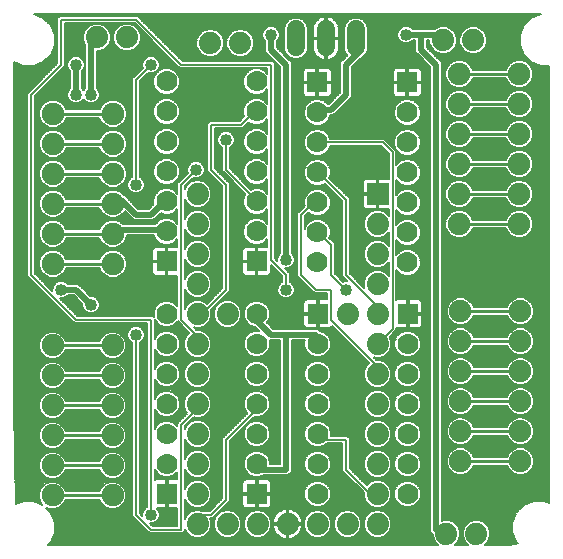
<source format=gtl>
G75*
G70*
%OFA0B0*%
%FSLAX24Y24*%
%IPPOS*%
%LPD*%
%AMOC8*
5,1,8,0,0,1.08239X$1,22.5*
%
%ADD10R,0.0700X0.0700*%
%ADD11C,0.0700*%
%ADD12C,0.0100*%
%ADD13C,0.0748*%
%ADD14R,0.0740X0.0740*%
%ADD15C,0.0740*%
%ADD16C,0.0600*%
%ADD17C,0.0200*%
%ADD18C,0.0400*%
%ADD19C,0.0060*%
D10*
X005815Y004577D03*
X008815Y004577D03*
X010845Y010578D03*
X008809Y012324D03*
X005809Y012324D03*
X010836Y018291D03*
X013836Y018291D03*
X013845Y010578D03*
D11*
X013845Y009578D03*
X013845Y008578D03*
X013845Y007578D03*
X013845Y006578D03*
X013845Y005578D03*
X013845Y004578D03*
X010845Y004578D03*
X010845Y005578D03*
X010845Y006578D03*
X010845Y007578D03*
X010845Y008578D03*
X010845Y009578D03*
X008815Y009577D03*
X008815Y010577D03*
X008815Y008577D03*
X008815Y007577D03*
X008815Y006577D03*
X008815Y005577D03*
X005815Y005577D03*
X005815Y006577D03*
X005815Y007577D03*
X005815Y008577D03*
X005815Y009577D03*
X005815Y010577D03*
X005809Y013324D03*
X005809Y014324D03*
X005809Y015324D03*
X005809Y016324D03*
X005809Y017324D03*
X005809Y018324D03*
X008809Y018324D03*
X008809Y017324D03*
X008809Y016324D03*
X008809Y015324D03*
X008809Y014324D03*
X008809Y013324D03*
X010836Y013291D03*
X010836Y012291D03*
X010836Y014291D03*
X010836Y015291D03*
X010836Y016291D03*
X010836Y017291D03*
X013836Y017291D03*
X013836Y016291D03*
X013836Y015291D03*
X013836Y014291D03*
X013836Y013291D03*
X013836Y012291D03*
D12*
X015568Y013576D02*
X017568Y013576D01*
X017568Y014576D02*
X015568Y014576D01*
X015568Y015576D02*
X017568Y015576D01*
X017568Y016576D02*
X015568Y016576D01*
X015568Y017576D02*
X017568Y017576D01*
X017568Y018576D02*
X015568Y018576D01*
X015604Y010662D02*
X017604Y010662D01*
X017604Y009662D02*
X015604Y009662D01*
X015604Y008662D02*
X017604Y008662D01*
X017604Y007662D02*
X015604Y007662D01*
X015604Y006662D02*
X017604Y006662D01*
X017604Y005662D02*
X015604Y005662D01*
X004008Y005524D02*
X002008Y005524D01*
X002008Y004524D02*
X004008Y004524D01*
X004008Y006524D02*
X002008Y006524D01*
X002008Y007524D02*
X004008Y007524D01*
X004008Y008524D02*
X002008Y008524D01*
X002008Y009524D02*
X004008Y009524D01*
X004015Y012252D02*
X002015Y012252D01*
X002015Y013252D02*
X004015Y013252D01*
X004015Y014252D02*
X002015Y014252D01*
X002015Y015252D02*
X004015Y015252D01*
X004015Y016252D02*
X002015Y016252D01*
X002015Y017252D02*
X004015Y017252D01*
D13*
X004015Y017252D03*
X004015Y016252D03*
X004015Y015252D03*
X004015Y014252D03*
X004015Y013252D03*
X004015Y012252D03*
X002015Y012252D03*
X002015Y013252D03*
X002015Y014252D03*
X002015Y015252D03*
X002015Y016252D03*
X002015Y017252D03*
X002008Y009524D03*
X002008Y008524D03*
X002008Y007524D03*
X002008Y006524D03*
X002008Y005524D03*
X002008Y004524D03*
X004008Y004524D03*
X004008Y005524D03*
X004008Y006524D03*
X004008Y007524D03*
X004008Y008524D03*
X004008Y009524D03*
X015604Y009662D03*
X015604Y010662D03*
X017604Y010662D03*
X017604Y009662D03*
X017604Y008662D03*
X017604Y007662D03*
X017604Y006662D03*
X017604Y005662D03*
X015604Y005662D03*
X015604Y006662D03*
X015604Y007662D03*
X015604Y008662D03*
X015568Y013576D03*
X015568Y014576D03*
X015568Y015576D03*
X015568Y016576D03*
X015568Y017576D03*
X015568Y018576D03*
X017568Y018576D03*
X017568Y017576D03*
X017568Y016576D03*
X017568Y015576D03*
X017568Y014576D03*
X017568Y013576D03*
D14*
X012841Y014576D03*
D15*
X012841Y013576D03*
X012841Y012576D03*
X012841Y011576D03*
X012841Y010576D03*
X012841Y009576D03*
X012841Y008576D03*
X012841Y007576D03*
X012841Y006576D03*
X012841Y005576D03*
X012841Y004576D03*
X012841Y003576D03*
X011841Y003576D03*
X010841Y003576D03*
X009841Y003576D03*
X008841Y003576D03*
X007841Y003576D03*
X006841Y003576D03*
X006841Y004576D03*
X006841Y005576D03*
X006841Y006576D03*
X006841Y007576D03*
X006841Y008576D03*
X006841Y009576D03*
X006841Y010576D03*
X007841Y010576D03*
X006841Y011576D03*
X006841Y012576D03*
X006841Y013576D03*
X006841Y014576D03*
X007266Y019601D03*
X008266Y019601D03*
X004485Y019791D03*
X003485Y019791D03*
X011841Y010576D03*
X015135Y003251D03*
X016135Y003251D03*
X016032Y019697D03*
X015032Y019697D03*
D16*
X012122Y019460D02*
X012122Y020060D01*
X011122Y020060D02*
X011122Y019460D01*
X010122Y019460D02*
X010122Y020060D01*
D17*
X009292Y019885D02*
X009292Y019385D01*
X009792Y018885D01*
X009792Y012385D01*
X008815Y010577D02*
X008792Y010385D01*
X009292Y009885D01*
X009792Y009885D01*
X009792Y005385D01*
X008792Y005385D01*
X008815Y005577D01*
X010845Y009578D02*
X010792Y009885D01*
X009792Y009885D01*
X005809Y013324D02*
X005792Y013385D01*
X004292Y013385D01*
X004015Y013252D01*
X004792Y013885D02*
X004292Y014385D01*
X004015Y014252D01*
X004792Y013885D02*
X005292Y013885D01*
X005792Y014385D01*
X005809Y014324D01*
X002792Y011385D02*
X002292Y011385D01*
X002792Y011385D02*
X003292Y010885D01*
X003292Y017885D02*
X003292Y019885D01*
X003485Y019791D01*
X002792Y018885D02*
X002792Y017885D01*
X010792Y017385D02*
X010836Y017291D01*
X010792Y017385D02*
X011292Y017385D01*
X011792Y017885D01*
X011792Y018885D01*
X012292Y019385D01*
X012122Y019760D01*
X013792Y019885D02*
X014292Y019885D01*
X014292Y019385D01*
X014792Y018885D01*
X014792Y003385D01*
X015135Y003251D01*
X015032Y019697D02*
X014792Y019885D01*
X014292Y019885D01*
D18*
X013792Y019885D03*
X009292Y019885D03*
X007792Y016385D03*
X006792Y015385D03*
X004792Y014885D03*
X003292Y017885D03*
X002792Y017885D03*
X002792Y018885D03*
X005292Y018885D03*
X009792Y012385D03*
X009792Y011385D03*
X011792Y011385D03*
X005292Y003885D03*
X004792Y009885D03*
X003292Y010885D03*
X002292Y011385D03*
D19*
X001951Y002964D02*
X001872Y002885D01*
X014850Y002885D01*
X014745Y002990D01*
X014675Y003159D01*
X014675Y003227D01*
X014650Y003236D01*
X014633Y003276D01*
X014602Y003306D01*
X014602Y003345D01*
X014587Y003381D01*
X014602Y003421D01*
X014602Y018806D01*
X014214Y019195D01*
X014102Y019306D01*
X014102Y019695D01*
X014013Y019695D01*
X013957Y019639D01*
X013850Y019595D01*
X013735Y019595D01*
X013628Y019639D01*
X013547Y019720D01*
X013502Y019827D01*
X013502Y019942D01*
X013547Y020049D01*
X013628Y020131D01*
X013735Y020175D01*
X013850Y020175D01*
X013957Y020131D01*
X014013Y020075D01*
X014759Y020075D01*
X014771Y020087D01*
X014940Y020157D01*
X015123Y020157D01*
X015292Y020087D01*
X015422Y019957D01*
X015492Y019788D01*
X015492Y019605D01*
X015422Y019436D01*
X015292Y019307D01*
X015123Y019237D01*
X014940Y019237D01*
X014771Y019307D01*
X014642Y019436D01*
X014572Y019605D01*
X014572Y019695D01*
X014482Y019695D01*
X014482Y019463D01*
X014982Y018963D01*
X014982Y003686D01*
X015043Y003711D01*
X015226Y003711D01*
X015395Y003641D01*
X015525Y003512D01*
X015595Y003342D01*
X015595Y003159D01*
X015525Y002990D01*
X015419Y002885D01*
X015850Y002885D01*
X015745Y002990D01*
X015675Y003159D01*
X015675Y003342D01*
X015745Y003512D01*
X015874Y003641D01*
X016043Y003711D01*
X016226Y003711D01*
X016395Y003641D01*
X016525Y003512D01*
X016595Y003342D01*
X016595Y003159D01*
X016525Y002990D01*
X016419Y002885D01*
X017042Y002885D01*
X017239Y002881D01*
X017435Y002905D01*
X017512Y002926D01*
X017470Y002968D01*
X017337Y003290D01*
X017337Y003638D01*
X017470Y003959D01*
X017716Y004206D01*
X018038Y004339D01*
X018386Y004339D01*
X018542Y004274D01*
X018542Y018837D01*
X018287Y018837D01*
X017965Y018970D01*
X017719Y019216D01*
X017586Y019538D01*
X017586Y019886D01*
X017719Y020207D01*
X017965Y020453D01*
X018276Y020582D01*
X018242Y020580D01*
X018227Y020574D01*
X018169Y020574D01*
X018110Y020567D01*
X018084Y020574D01*
X001405Y020574D01*
X001704Y020450D01*
X001950Y020204D01*
X002083Y019882D01*
X002083Y019534D01*
X001950Y019213D01*
X001704Y018967D01*
X001382Y018833D01*
X001034Y018833D01*
X000733Y018958D01*
X000733Y007505D01*
X000783Y004230D01*
X001035Y004335D01*
X001384Y004335D01*
X001653Y004223D01*
X001615Y004261D01*
X001544Y004432D01*
X000780Y004432D01*
X000781Y004374D02*
X001568Y004374D01*
X001544Y004432D02*
X001544Y004616D01*
X001615Y004787D01*
X001745Y004917D01*
X001916Y004988D01*
X002101Y004988D01*
X002271Y004917D01*
X002402Y004787D01*
X002453Y004664D01*
X003564Y004664D01*
X003615Y004787D01*
X003745Y004917D01*
X003916Y004988D01*
X004101Y004988D01*
X004271Y004917D01*
X004402Y004787D01*
X004472Y004616D01*
X004472Y004432D01*
X004672Y004432D01*
X004672Y004374D02*
X004448Y004374D01*
X004472Y004432D02*
X004402Y004261D01*
X004271Y004131D01*
X004101Y004060D01*
X003916Y004060D01*
X003745Y004131D01*
X003615Y004261D01*
X003564Y004384D01*
X002453Y004384D01*
X002402Y004261D01*
X002271Y004131D01*
X002101Y004060D01*
X001916Y004060D01*
X001798Y004109D01*
X001951Y003955D01*
X002084Y003634D01*
X002084Y003286D01*
X001951Y002964D01*
X001954Y002970D02*
X014765Y002970D01*
X014729Y003028D02*
X001978Y003028D01*
X002002Y003087D02*
X009733Y003087D01*
X009723Y003088D02*
X009801Y003076D01*
X009811Y003076D01*
X009811Y003546D01*
X009871Y003546D01*
X009871Y003606D01*
X010341Y003606D01*
X010341Y003615D01*
X010328Y003693D01*
X010304Y003768D01*
X010268Y003838D01*
X010222Y003902D01*
X010166Y003957D01*
X010103Y004004D01*
X010033Y004039D01*
X009958Y004064D01*
X009880Y004076D01*
X009871Y004076D01*
X009871Y003606D01*
X009811Y003606D01*
X009811Y004076D01*
X009801Y004076D01*
X009723Y004064D01*
X009649Y004039D01*
X009579Y004004D01*
X009515Y003957D01*
X009459Y003902D01*
X009413Y003838D01*
X009377Y003768D01*
X009353Y003693D01*
X009341Y003615D01*
X009341Y003606D01*
X009811Y003606D01*
X009811Y003546D01*
X009341Y003546D01*
X009341Y003537D01*
X009353Y003459D01*
X009377Y003384D01*
X009413Y003314D01*
X009459Y003250D01*
X009515Y003195D01*
X009579Y003148D01*
X009649Y003113D01*
X009723Y003088D01*
X009811Y003087D02*
X009871Y003087D01*
X009871Y003076D02*
X009880Y003076D01*
X009958Y003088D01*
X010033Y003113D01*
X010103Y003148D01*
X010166Y003195D01*
X010222Y003250D01*
X010268Y003314D01*
X010304Y003384D01*
X010328Y003459D01*
X010341Y003537D01*
X010341Y003546D01*
X009871Y003546D01*
X009871Y003076D01*
X009871Y003145D02*
X009811Y003145D01*
X009811Y003204D02*
X009871Y003204D01*
X009871Y003262D02*
X009811Y003262D01*
X009811Y003321D02*
X009871Y003321D01*
X009871Y003379D02*
X009811Y003379D01*
X009811Y003438D02*
X009871Y003438D01*
X009871Y003496D02*
X009811Y003496D01*
X009811Y003555D02*
X009301Y003555D01*
X009301Y003613D02*
X009341Y003613D01*
X009350Y003672D02*
X009299Y003672D01*
X009301Y003667D02*
X009231Y003837D01*
X009101Y003966D01*
X008932Y004036D01*
X008749Y004036D01*
X008580Y003966D01*
X008451Y003837D01*
X008381Y003667D01*
X008381Y003484D01*
X008451Y003315D01*
X008580Y003186D01*
X008749Y003116D01*
X008932Y003116D01*
X009101Y003186D01*
X009231Y003315D01*
X009301Y003484D01*
X009301Y003667D01*
X009275Y003730D02*
X009365Y003730D01*
X009388Y003789D02*
X009250Y003789D01*
X009220Y003847D02*
X009420Y003847D01*
X009463Y003906D02*
X009161Y003906D01*
X009103Y003964D02*
X009524Y003964D01*
X009616Y004023D02*
X008964Y004023D01*
X008845Y004097D02*
X009182Y004097D01*
X009215Y004106D01*
X009245Y004123D01*
X009269Y004147D01*
X009286Y004177D01*
X009295Y004210D01*
X009295Y004547D01*
X008845Y004547D01*
X008845Y004607D01*
X009295Y004607D01*
X009295Y004944D01*
X009286Y004977D01*
X009269Y005007D01*
X009245Y005031D01*
X009215Y005048D01*
X009182Y005057D01*
X008845Y005057D01*
X008845Y004607D01*
X008785Y004607D01*
X008785Y005057D01*
X008448Y005057D01*
X008415Y005048D01*
X008385Y005031D01*
X008361Y005007D01*
X008344Y004977D01*
X008335Y004944D01*
X008335Y004607D01*
X008785Y004607D01*
X008785Y004547D01*
X008845Y004547D01*
X008845Y004097D01*
X008845Y004140D02*
X008785Y004140D01*
X008785Y004097D02*
X008448Y004097D01*
X008415Y004106D01*
X008385Y004123D01*
X008361Y004147D01*
X008344Y004177D01*
X008335Y004210D01*
X008335Y004547D01*
X008785Y004547D01*
X008785Y004097D01*
X008717Y004023D02*
X007964Y004023D01*
X007932Y004036D02*
X007749Y004036D01*
X007580Y003966D01*
X007451Y003837D01*
X007381Y003667D01*
X007381Y003484D01*
X007451Y003315D01*
X007580Y003186D01*
X007749Y003116D01*
X007932Y003116D01*
X008101Y003186D01*
X008231Y003315D01*
X008301Y003484D01*
X008301Y003667D01*
X008231Y003837D01*
X008101Y003966D01*
X007932Y004036D01*
X008103Y003964D02*
X008578Y003964D01*
X008520Y003906D02*
X008161Y003906D01*
X008220Y003847D02*
X008461Y003847D01*
X008431Y003789D02*
X008250Y003789D01*
X008275Y003730D02*
X008407Y003730D01*
X008382Y003672D02*
X008299Y003672D01*
X008301Y003613D02*
X008381Y003613D01*
X008381Y003555D02*
X008301Y003555D01*
X008301Y003496D02*
X008381Y003496D01*
X008400Y003438D02*
X008281Y003438D01*
X008257Y003379D02*
X008424Y003379D01*
X008448Y003321D02*
X008233Y003321D01*
X008177Y003262D02*
X008504Y003262D01*
X008562Y003204D02*
X008119Y003204D01*
X008003Y003145D02*
X008678Y003145D01*
X009003Y003145D02*
X009585Y003145D01*
X009506Y003204D02*
X009119Y003204D01*
X009177Y003262D02*
X009450Y003262D01*
X009409Y003321D02*
X009233Y003321D01*
X009257Y003379D02*
X009380Y003379D01*
X009360Y003438D02*
X009281Y003438D01*
X009301Y003496D02*
X009347Y003496D01*
X009811Y003613D02*
X009871Y003613D01*
X009871Y003555D02*
X010381Y003555D01*
X010381Y003613D02*
X010341Y003613D01*
X010332Y003672D02*
X010382Y003672D01*
X010381Y003667D02*
X010381Y003484D01*
X010451Y003315D01*
X010580Y003186D01*
X010749Y003116D01*
X010932Y003116D01*
X011101Y003186D01*
X011231Y003315D01*
X011301Y003484D01*
X011301Y003667D01*
X011231Y003837D01*
X011101Y003966D01*
X010932Y004036D01*
X010749Y004036D01*
X010580Y003966D01*
X010451Y003837D01*
X010381Y003667D01*
X010407Y003730D02*
X010316Y003730D01*
X010293Y003789D02*
X010431Y003789D01*
X010461Y003847D02*
X010262Y003847D01*
X010218Y003906D02*
X010520Y003906D01*
X010578Y003964D02*
X010157Y003964D01*
X010065Y004023D02*
X010717Y004023D01*
X010757Y004138D02*
X010932Y004138D01*
X011094Y004205D01*
X011218Y004329D01*
X011285Y004490D01*
X011285Y004665D01*
X011218Y004827D01*
X011094Y004951D01*
X010932Y005018D01*
X010757Y005018D01*
X010596Y004951D01*
X010472Y004827D01*
X010405Y004665D01*
X010405Y004490D01*
X010472Y004329D01*
X010596Y004205D01*
X010757Y004138D01*
X010753Y004140D02*
X009261Y004140D01*
X009292Y004198D02*
X010611Y004198D01*
X010544Y004257D02*
X009295Y004257D01*
X009295Y004315D02*
X010485Y004315D01*
X010453Y004374D02*
X009295Y004374D01*
X009295Y004432D02*
X010429Y004432D01*
X010405Y004491D02*
X009295Y004491D01*
X009295Y004608D02*
X010405Y004608D01*
X010405Y004666D02*
X009295Y004666D01*
X009295Y004725D02*
X010429Y004725D01*
X010454Y004783D02*
X009295Y004783D01*
X009295Y004842D02*
X010486Y004842D01*
X010545Y004900D02*
X009295Y004900D01*
X009291Y004959D02*
X010615Y004959D01*
X010756Y005017D02*
X009258Y005017D01*
X009041Y005195D02*
X009871Y005195D01*
X009982Y005306D01*
X009982Y009695D01*
X010417Y009695D01*
X010405Y009665D01*
X010405Y009490D01*
X010472Y009329D01*
X010596Y009205D01*
X010757Y009138D01*
X010932Y009138D01*
X011094Y009205D01*
X011218Y009329D01*
X011285Y009490D01*
X011285Y009665D01*
X011218Y009827D01*
X011094Y009951D01*
X010935Y010017D01*
X010915Y010030D01*
X010871Y010075D01*
X010853Y010075D01*
X010838Y010085D01*
X010776Y010075D01*
X009371Y010075D01*
X009153Y010293D01*
X009188Y010328D01*
X009255Y010490D01*
X009255Y010665D01*
X009188Y010826D01*
X009064Y010950D01*
X008902Y011017D01*
X008727Y011017D01*
X008565Y010950D01*
X008442Y010826D01*
X008375Y010665D01*
X008375Y010490D01*
X008442Y010328D01*
X008565Y010204D01*
X008727Y010137D01*
X008771Y010137D01*
X008891Y010017D01*
X008727Y010017D01*
X008565Y009950D01*
X008442Y009826D01*
X008375Y009665D01*
X008375Y009490D01*
X008442Y009328D01*
X008565Y009204D01*
X008727Y009137D01*
X008902Y009137D01*
X009064Y009204D01*
X009188Y009328D01*
X009255Y009490D01*
X009255Y009665D01*
X009242Y009695D01*
X009602Y009695D01*
X009602Y005575D01*
X009255Y005575D01*
X009255Y005665D01*
X009188Y005826D01*
X009064Y005950D01*
X008902Y006017D01*
X008727Y006017D01*
X008565Y005950D01*
X008442Y005826D01*
X008375Y005665D01*
X008375Y005490D01*
X008442Y005328D01*
X008565Y005204D01*
X008727Y005137D01*
X008902Y005137D01*
X009041Y005195D01*
X009037Y005193D02*
X010625Y005193D01*
X010596Y005205D02*
X010757Y005138D01*
X010932Y005138D01*
X011094Y005205D01*
X011218Y005329D01*
X011285Y005490D01*
X011285Y005665D01*
X011218Y005827D01*
X011094Y005951D01*
X010932Y006018D01*
X010757Y006018D01*
X010596Y005951D01*
X010472Y005827D01*
X010405Y005665D01*
X010405Y005490D01*
X010472Y005329D01*
X010596Y005205D01*
X010549Y005251D02*
X009928Y005251D01*
X009982Y005310D02*
X010491Y005310D01*
X010455Y005368D02*
X009982Y005368D01*
X009982Y005427D02*
X010431Y005427D01*
X010407Y005485D02*
X009982Y005485D01*
X009982Y005544D02*
X010405Y005544D01*
X010405Y005602D02*
X009982Y005602D01*
X009982Y005661D02*
X010405Y005661D01*
X010427Y005719D02*
X009982Y005719D01*
X009982Y005778D02*
X010451Y005778D01*
X010481Y005836D02*
X009982Y005836D01*
X009982Y005895D02*
X010539Y005895D01*
X010601Y005953D02*
X009982Y005953D01*
X009982Y006012D02*
X010743Y006012D01*
X010757Y006138D02*
X010932Y006138D01*
X011094Y006205D01*
X011154Y006265D01*
X011672Y006265D01*
X011672Y005335D01*
X012381Y004627D01*
X012381Y004484D01*
X012451Y004315D01*
X011204Y004315D01*
X011236Y004374D02*
X012426Y004374D01*
X012402Y004432D02*
X011261Y004432D01*
X011285Y004491D02*
X012381Y004491D01*
X012381Y004549D02*
X011285Y004549D01*
X011285Y004608D02*
X012381Y004608D01*
X012341Y004666D02*
X011284Y004666D01*
X011260Y004725D02*
X012283Y004725D01*
X012224Y004783D02*
X011236Y004783D01*
X011203Y004842D02*
X012166Y004842D01*
X012107Y004900D02*
X011145Y004900D01*
X011075Y004959D02*
X012049Y004959D01*
X011990Y005017D02*
X010934Y005017D01*
X011065Y005193D02*
X011815Y005193D01*
X011873Y005134D02*
X007912Y005134D01*
X007912Y005076D02*
X011932Y005076D01*
X012096Y005251D02*
X012515Y005251D01*
X012573Y005193D02*
X012154Y005193D01*
X012213Y005134D02*
X012705Y005134D01*
X012749Y005116D02*
X012580Y005186D01*
X012451Y005315D01*
X012381Y005484D01*
X012381Y005667D01*
X012451Y005837D01*
X012580Y005966D01*
X012749Y006036D01*
X012932Y006036D01*
X013101Y005966D01*
X013231Y005837D01*
X013301Y005667D01*
X013301Y005484D01*
X013231Y005315D01*
X013101Y005186D01*
X012932Y005116D01*
X012749Y005116D01*
X012749Y005036D02*
X012580Y004966D01*
X012480Y004866D01*
X011912Y005434D01*
X011912Y006434D01*
X011842Y006505D01*
X011285Y006505D01*
X011285Y006665D01*
X011218Y006827D01*
X011094Y006951D01*
X010932Y007018D01*
X010757Y007018D01*
X010596Y006951D01*
X010472Y006827D01*
X010405Y006665D01*
X010405Y006490D01*
X010472Y006329D01*
X010596Y006205D01*
X010757Y006138D01*
X010638Y006187D02*
X009982Y006187D01*
X009982Y006129D02*
X011672Y006129D01*
X011672Y006187D02*
X011052Y006187D01*
X011135Y006246D02*
X011672Y006246D01*
X011672Y006070D02*
X009982Y006070D01*
X009982Y006246D02*
X010555Y006246D01*
X010496Y006304D02*
X009982Y006304D01*
X009982Y006363D02*
X010458Y006363D01*
X010433Y006421D02*
X009982Y006421D01*
X009982Y006480D02*
X010409Y006480D01*
X010405Y006538D02*
X009982Y006538D01*
X009982Y006597D02*
X010405Y006597D01*
X010405Y006655D02*
X009982Y006655D01*
X009982Y006714D02*
X010425Y006714D01*
X010449Y006772D02*
X009982Y006772D01*
X009982Y006831D02*
X010475Y006831D01*
X010534Y006889D02*
X009982Y006889D01*
X009982Y006948D02*
X010592Y006948D01*
X010729Y007006D02*
X009982Y007006D01*
X009982Y007065D02*
X014602Y007065D01*
X014602Y007123D02*
X012950Y007123D01*
X012932Y007116D02*
X013101Y007186D01*
X013231Y007315D01*
X013301Y007484D01*
X013301Y007667D01*
X013231Y007837D01*
X013101Y007966D01*
X012932Y008036D01*
X012749Y008036D01*
X012580Y007966D01*
X012451Y007837D01*
X012381Y007667D01*
X012381Y007484D01*
X012451Y007315D01*
X012580Y007186D01*
X012749Y007116D01*
X012932Y007116D01*
X012932Y007036D02*
X012749Y007036D01*
X012580Y006966D01*
X012451Y006837D01*
X012381Y006667D01*
X012381Y006484D01*
X012451Y006315D01*
X012580Y006186D01*
X012749Y006116D01*
X012932Y006116D01*
X013101Y006186D01*
X013231Y006315D01*
X013301Y006484D01*
X013301Y006667D01*
X013231Y006837D01*
X013101Y006966D01*
X012932Y007036D01*
X013004Y007006D02*
X013729Y007006D01*
X013757Y007018D02*
X013596Y006951D01*
X013472Y006827D01*
X013405Y006665D01*
X013405Y006490D01*
X013472Y006329D01*
X013596Y006205D01*
X013757Y006138D01*
X013932Y006138D01*
X014094Y006205D01*
X014218Y006329D01*
X014285Y006490D01*
X014285Y006665D01*
X014218Y006827D01*
X014094Y006951D01*
X013932Y007018D01*
X013757Y007018D01*
X013757Y007138D02*
X013932Y007138D01*
X014094Y007205D01*
X014218Y007329D01*
X014285Y007490D01*
X014285Y007665D01*
X014218Y007827D01*
X014094Y007951D01*
X013932Y008018D01*
X013757Y008018D01*
X013596Y007951D01*
X013472Y007827D01*
X013405Y007665D01*
X013405Y007490D01*
X013472Y007329D01*
X013596Y007205D01*
X013757Y007138D01*
X013651Y007182D02*
X013091Y007182D01*
X013155Y007240D02*
X013560Y007240D01*
X013502Y007299D02*
X013214Y007299D01*
X013248Y007357D02*
X013460Y007357D01*
X013436Y007416D02*
X013272Y007416D01*
X013296Y007474D02*
X013411Y007474D01*
X013405Y007533D02*
X013301Y007533D01*
X013301Y007591D02*
X013405Y007591D01*
X013405Y007650D02*
X013301Y007650D01*
X013284Y007708D02*
X013423Y007708D01*
X013447Y007767D02*
X013259Y007767D01*
X013235Y007825D02*
X013471Y007825D01*
X013528Y007884D02*
X013183Y007884D01*
X013125Y007942D02*
X013587Y007942D01*
X013716Y008001D02*
X013017Y008001D01*
X012936Y008118D02*
X014602Y008118D01*
X014602Y008176D02*
X014025Y008176D01*
X014094Y008205D02*
X014218Y008329D01*
X014285Y008490D01*
X014285Y008665D01*
X014218Y008827D01*
X014094Y008951D01*
X013932Y009018D01*
X013757Y009018D01*
X013596Y008951D01*
X013472Y008827D01*
X013405Y008665D01*
X013405Y008490D01*
X013472Y008329D01*
X013596Y008205D01*
X013757Y008138D01*
X013932Y008138D01*
X014094Y008205D01*
X014124Y008235D02*
X014602Y008235D01*
X014602Y008293D02*
X014182Y008293D01*
X014227Y008352D02*
X014602Y008352D01*
X014602Y008410D02*
X014252Y008410D01*
X014276Y008469D02*
X014602Y008469D01*
X014602Y008527D02*
X014285Y008527D01*
X014285Y008586D02*
X014602Y008586D01*
X014602Y008644D02*
X014285Y008644D01*
X014269Y008703D02*
X014602Y008703D01*
X014602Y008761D02*
X014245Y008761D01*
X014221Y008820D02*
X014602Y008820D01*
X014602Y008878D02*
X014167Y008878D01*
X014108Y008937D02*
X014602Y008937D01*
X014602Y008995D02*
X013987Y008995D01*
X013932Y009138D02*
X014094Y009205D01*
X014218Y009329D01*
X014285Y009490D01*
X014285Y009665D01*
X014218Y009827D01*
X014094Y009951D01*
X013932Y010018D01*
X013757Y010018D01*
X013596Y009951D01*
X013472Y009827D01*
X013405Y009665D01*
X013405Y009490D01*
X013472Y009329D01*
X013596Y009205D01*
X013757Y009138D01*
X013932Y009138D01*
X014012Y009171D02*
X014602Y009171D01*
X014602Y009229D02*
X014118Y009229D01*
X014177Y009288D02*
X014602Y009288D01*
X014602Y009346D02*
X014225Y009346D01*
X014249Y009405D02*
X014602Y009405D01*
X014602Y009463D02*
X014274Y009463D01*
X014285Y009522D02*
X014602Y009522D01*
X014602Y009580D02*
X014285Y009580D01*
X014285Y009639D02*
X014602Y009639D01*
X014602Y009697D02*
X014272Y009697D01*
X014247Y009756D02*
X014602Y009756D01*
X014602Y009814D02*
X014223Y009814D01*
X014172Y009873D02*
X014602Y009873D01*
X014602Y009931D02*
X014114Y009931D01*
X014000Y009990D02*
X014602Y009990D01*
X014602Y010048D02*
X013470Y010048D01*
X013470Y010035D02*
X013470Y010100D01*
X013478Y010098D01*
X013815Y010098D01*
X013815Y010548D01*
X013875Y010548D01*
X013875Y010608D01*
X014325Y010608D01*
X014325Y010945D01*
X014316Y010978D01*
X014299Y011008D01*
X014275Y011032D01*
X014245Y011049D01*
X014212Y011058D01*
X013875Y011058D01*
X013875Y010608D01*
X013815Y010608D01*
X013815Y011058D01*
X013478Y011058D01*
X013470Y011056D01*
X013470Y012036D01*
X013587Y011918D01*
X013749Y011851D01*
X013924Y011851D01*
X014085Y011918D01*
X014209Y012042D01*
X014276Y012204D01*
X014276Y012379D01*
X014209Y012541D01*
X014085Y012664D01*
X013924Y012731D01*
X013749Y012731D01*
X013587Y012664D01*
X013470Y012547D01*
X013470Y013036D01*
X013587Y012918D01*
X013749Y012851D01*
X013924Y012851D01*
X014085Y012918D01*
X014209Y013042D01*
X014276Y013204D01*
X014276Y013379D01*
X014209Y013541D01*
X014085Y013664D01*
X013924Y013731D01*
X013749Y013731D01*
X013587Y013664D01*
X013470Y013547D01*
X013470Y014036D01*
X013587Y013918D01*
X013749Y013851D01*
X013924Y013851D01*
X014085Y013918D01*
X014209Y014042D01*
X014276Y014204D01*
X014276Y014379D01*
X014209Y014541D01*
X014085Y014664D01*
X013924Y014731D01*
X013749Y014731D01*
X013587Y014664D01*
X013470Y014547D01*
X013470Y015036D01*
X013587Y014918D01*
X013749Y014851D01*
X013924Y014851D01*
X014085Y014918D01*
X014209Y015042D01*
X014276Y015204D01*
X014276Y015379D01*
X014209Y015541D01*
X014085Y015664D01*
X013924Y015731D01*
X013749Y015731D01*
X013587Y015664D01*
X013470Y015664D01*
X013470Y015606D02*
X013528Y015606D01*
X013470Y015547D02*
X013470Y015547D01*
X013470Y016011D01*
X013069Y016411D01*
X011263Y016411D01*
X011209Y016541D01*
X011085Y016664D01*
X010924Y016731D01*
X010749Y016731D01*
X010587Y016664D01*
X010463Y016541D01*
X010396Y016379D01*
X010396Y016204D01*
X010463Y016042D01*
X010587Y015918D01*
X010749Y015851D01*
X010924Y015851D01*
X011085Y015918D01*
X011209Y016042D01*
X011263Y016171D01*
X012970Y016171D01*
X013230Y015912D01*
X013230Y015075D01*
X013228Y015076D01*
X012871Y015076D01*
X012871Y014606D01*
X012811Y014606D01*
X012811Y015076D01*
X012453Y015076D01*
X012420Y015067D01*
X012391Y015050D01*
X012367Y015026D01*
X012349Y014996D01*
X012341Y014963D01*
X012341Y014606D01*
X012811Y014606D01*
X012811Y014546D01*
X012871Y014546D01*
X012871Y014076D01*
X013228Y014076D01*
X013230Y014076D01*
X013230Y013838D01*
X013101Y013966D01*
X012932Y014036D01*
X012749Y014036D01*
X012580Y013966D01*
X012451Y013837D01*
X012381Y013667D01*
X012381Y013484D01*
X012451Y013315D01*
X012580Y013186D01*
X012749Y013116D01*
X012932Y013116D01*
X013101Y013186D01*
X013230Y013314D01*
X013230Y012838D01*
X013101Y012966D01*
X012932Y013036D01*
X012749Y013036D01*
X012580Y012966D01*
X012451Y012837D01*
X012381Y012667D01*
X012381Y012484D01*
X012451Y012315D01*
X012580Y012186D01*
X012749Y012116D01*
X012932Y012116D01*
X013101Y012186D01*
X013230Y012314D01*
X013230Y011838D01*
X013101Y011966D01*
X012932Y012036D01*
X012749Y012036D01*
X012580Y011966D01*
X012451Y011837D01*
X012381Y011667D01*
X012381Y011484D01*
X012393Y011453D01*
X011912Y011934D01*
X011912Y014434D01*
X011842Y014505D01*
X011237Y015110D01*
X011276Y015204D01*
X011276Y015379D01*
X011209Y015541D01*
X011085Y015664D01*
X010924Y015731D01*
X010749Y015731D01*
X010587Y015664D01*
X009982Y015664D01*
X009982Y015606D02*
X010528Y015606D01*
X010470Y015547D02*
X009982Y015547D01*
X009982Y015489D02*
X010442Y015489D01*
X010463Y015541D02*
X010396Y015379D01*
X010396Y015204D01*
X010463Y015042D01*
X010587Y014918D01*
X010749Y014851D01*
X010924Y014851D01*
X011085Y014918D01*
X011087Y014920D01*
X011672Y014335D01*
X011672Y011835D01*
X011833Y011675D01*
X011735Y011675D01*
X011690Y011656D01*
X011412Y011934D01*
X011412Y012934D01*
X011342Y013005D01*
X011237Y013110D01*
X011276Y013204D01*
X011276Y013379D01*
X011209Y013541D01*
X011085Y013664D01*
X010924Y013731D01*
X010749Y013731D01*
X010587Y013664D01*
X010463Y013541D01*
X010412Y013418D01*
X010412Y013835D01*
X010541Y013964D01*
X010587Y013918D01*
X010749Y013851D01*
X010924Y013851D01*
X011085Y013918D01*
X011209Y014042D01*
X011276Y014204D01*
X011276Y014379D01*
X011209Y014541D01*
X011085Y014664D01*
X010924Y014731D01*
X010749Y014731D01*
X010587Y014664D01*
X010463Y014541D01*
X010396Y014379D01*
X010396Y014204D01*
X010410Y014172D01*
X010243Y014005D01*
X010172Y013934D01*
X010172Y011835D01*
X010672Y011335D01*
X010082Y011335D01*
X010082Y011327D02*
X010082Y011442D01*
X010038Y011549D01*
X009957Y011631D01*
X009912Y011649D01*
X009912Y011934D01*
X009752Y012095D01*
X009850Y012095D01*
X009957Y012139D01*
X010038Y012220D01*
X010082Y012327D01*
X010082Y012442D01*
X010038Y012549D01*
X009982Y012605D01*
X009982Y018963D01*
X009871Y019075D01*
X009482Y019463D01*
X009482Y019665D01*
X009538Y019720D01*
X009582Y019827D01*
X009582Y019942D01*
X009538Y020049D01*
X009457Y020131D01*
X009350Y020175D01*
X009235Y020175D01*
X009128Y020131D01*
X009047Y020049D01*
X009002Y019942D01*
X009002Y019827D01*
X009047Y019720D01*
X009102Y019665D01*
X009102Y019306D01*
X009602Y018806D01*
X009602Y012605D01*
X009547Y012549D01*
X009502Y012442D01*
X009502Y012344D01*
X009412Y012434D01*
X009412Y018934D01*
X009342Y019005D01*
X006342Y019005D01*
X004912Y020434D01*
X004912Y020434D01*
X004842Y020505D01*
X002243Y020505D01*
X002172Y020434D01*
X002172Y018934D01*
X001243Y018005D01*
X001172Y017934D01*
X001172Y011835D01*
X002672Y010335D01*
X002743Y010265D01*
X005172Y010265D01*
X005172Y004149D01*
X005128Y004131D01*
X005047Y004049D01*
X005002Y003942D01*
X005002Y003844D01*
X004912Y003934D01*
X004912Y009621D01*
X004957Y009639D01*
X005038Y009720D01*
X005082Y009827D01*
X005082Y009942D01*
X005038Y010049D01*
X004957Y010131D01*
X004850Y010175D01*
X004735Y010175D01*
X004628Y010131D01*
X004547Y010049D01*
X004502Y009942D01*
X004502Y009827D01*
X004547Y009720D01*
X004628Y009639D01*
X004672Y009621D01*
X004672Y003835D01*
X005172Y003335D01*
X005243Y003265D01*
X006342Y003265D01*
X006412Y003335D01*
X006412Y003408D01*
X006451Y003315D01*
X006580Y003186D01*
X006749Y003116D01*
X006932Y003116D01*
X007101Y003186D01*
X007231Y003315D01*
X007301Y003484D01*
X007301Y003667D01*
X007260Y003765D01*
X007342Y003765D01*
X007842Y004265D01*
X007912Y004335D01*
X007912Y006335D01*
X008718Y007141D01*
X008727Y007137D01*
X008902Y007137D01*
X009064Y007204D01*
X009188Y007328D01*
X009255Y007490D01*
X009255Y007665D01*
X009188Y007826D01*
X009064Y007950D01*
X008902Y008017D01*
X008727Y008017D01*
X008565Y007950D01*
X008442Y007826D01*
X008375Y007665D01*
X008375Y007490D01*
X008442Y007328D01*
X008504Y007266D01*
X007672Y006434D01*
X007672Y004434D01*
X007243Y004005D01*
X007008Y004005D01*
X006932Y004036D01*
X006749Y004036D01*
X006580Y003966D01*
X006451Y003837D01*
X006412Y003744D01*
X006412Y004408D01*
X006451Y004315D01*
X006412Y004315D01*
X006451Y004315D02*
X006580Y004186D01*
X006749Y004116D01*
X006932Y004116D01*
X007101Y004186D01*
X007231Y004315D01*
X007301Y004484D01*
X007301Y004667D01*
X007231Y004837D01*
X007101Y004966D01*
X006932Y005036D01*
X006749Y005036D01*
X006580Y004966D01*
X006451Y004837D01*
X006412Y004744D01*
X006412Y005408D01*
X006451Y005315D01*
X006580Y005186D01*
X006749Y005116D01*
X006932Y005116D01*
X007101Y005186D01*
X007231Y005315D01*
X007301Y005484D01*
X007301Y005667D01*
X007231Y005837D01*
X007101Y005966D01*
X006932Y006036D01*
X006749Y006036D01*
X006580Y005966D01*
X006451Y005837D01*
X006412Y005744D01*
X006412Y006408D01*
X006451Y006315D01*
X006580Y006186D01*
X006749Y006116D01*
X006932Y006116D01*
X007101Y006186D01*
X007231Y006315D01*
X007301Y006484D01*
X007301Y006667D01*
X007231Y006837D01*
X007101Y006966D01*
X006932Y007036D01*
X006749Y007036D01*
X006580Y006966D01*
X006451Y006837D01*
X006412Y006744D01*
X006412Y006835D01*
X006710Y007132D01*
X006749Y007116D01*
X006932Y007116D01*
X007101Y007186D01*
X007231Y007315D01*
X007301Y007484D01*
X007301Y007667D01*
X007231Y007837D01*
X007101Y007966D01*
X006932Y008036D01*
X006749Y008036D01*
X006580Y007966D01*
X006451Y007837D01*
X006381Y007667D01*
X006381Y007484D01*
X006451Y007315D01*
X006502Y007264D01*
X006172Y006934D01*
X006172Y006842D01*
X006064Y006950D01*
X005902Y007017D01*
X005727Y007017D01*
X005565Y006950D01*
X005442Y006826D01*
X005412Y006756D01*
X005412Y007399D01*
X005442Y007328D01*
X005565Y007204D01*
X005727Y007137D01*
X005902Y007137D01*
X006064Y007204D01*
X006188Y007328D01*
X006255Y007490D01*
X006255Y007665D01*
X006188Y007826D01*
X006064Y007950D01*
X005902Y008017D01*
X005727Y008017D01*
X005565Y007950D01*
X005442Y007826D01*
X005412Y007756D01*
X005412Y008399D01*
X005442Y008328D01*
X005565Y008204D01*
X005727Y008137D01*
X005902Y008137D01*
X006064Y008204D01*
X006188Y008328D01*
X006255Y008490D01*
X006255Y008665D01*
X006188Y008826D01*
X006064Y008950D01*
X005902Y009017D01*
X005727Y009017D01*
X005565Y008950D01*
X005442Y008826D01*
X005412Y008756D01*
X005412Y009399D01*
X005442Y009328D01*
X005565Y009204D01*
X005727Y009137D01*
X005902Y009137D01*
X006064Y009204D01*
X006188Y009328D01*
X006255Y009490D01*
X006255Y009665D01*
X006188Y009826D01*
X006064Y009950D01*
X005902Y010017D01*
X005727Y010017D01*
X005565Y009950D01*
X005442Y009826D01*
X005412Y009756D01*
X005412Y009756D01*
X005412Y010399D01*
X005442Y010328D01*
X005565Y010204D01*
X005727Y010137D01*
X005902Y010137D01*
X006064Y010204D01*
X006184Y010324D01*
X006561Y009947D01*
X006451Y009837D01*
X006381Y009667D01*
X006381Y009484D01*
X006451Y009315D01*
X006580Y009186D01*
X006749Y009116D01*
X006932Y009116D01*
X007101Y009186D01*
X007231Y009315D01*
X007301Y009484D01*
X007301Y009667D01*
X007231Y009837D01*
X007101Y009966D01*
X006932Y010036D01*
X006811Y010036D01*
X006718Y010129D01*
X006749Y010116D01*
X006932Y010116D01*
X007101Y010186D01*
X007231Y010315D01*
X007301Y010484D01*
X007301Y010667D01*
X007284Y010707D01*
X007912Y011335D01*
X007912Y014934D01*
X007842Y015005D01*
X007412Y015434D01*
X007412Y016765D01*
X008342Y016765D01*
X008412Y016835D01*
X008544Y016967D01*
X008560Y016951D01*
X008722Y016884D01*
X008897Y016884D01*
X009058Y016951D01*
X009172Y017065D01*
X009172Y016583D01*
X009058Y016697D01*
X008897Y016764D01*
X008722Y016764D01*
X008560Y016697D01*
X008436Y016573D01*
X008369Y016412D01*
X008369Y016237D01*
X008436Y016075D01*
X008560Y015951D01*
X008722Y015884D01*
X008897Y015884D01*
X009058Y015951D01*
X009172Y016065D01*
X009172Y015583D01*
X009058Y015697D01*
X008897Y015764D01*
X008722Y015764D01*
X008560Y015697D01*
X008436Y015573D01*
X008369Y015412D01*
X008369Y015237D01*
X008436Y015075D01*
X008560Y014951D01*
X008722Y014884D01*
X008897Y014884D01*
X009058Y014951D01*
X009172Y015065D01*
X009172Y014583D01*
X009058Y014697D01*
X008897Y014764D01*
X008722Y014764D01*
X008623Y014723D01*
X007912Y015434D01*
X007912Y016121D01*
X007957Y016139D01*
X008038Y016220D01*
X008082Y016327D01*
X008082Y016442D01*
X008038Y016549D01*
X007957Y016631D01*
X007850Y016675D01*
X007735Y016675D01*
X007628Y016631D01*
X007547Y016549D01*
X007502Y016442D01*
X007502Y016327D01*
X007547Y016220D01*
X007628Y016139D01*
X007672Y016121D01*
X007672Y015335D01*
X007743Y015265D01*
X008436Y014572D01*
X008369Y014412D01*
X008369Y014237D01*
X008436Y014075D01*
X008560Y013951D01*
X008722Y013884D01*
X008897Y013884D01*
X009058Y013951D01*
X009172Y014065D01*
X009172Y013583D01*
X009058Y013697D01*
X008897Y013764D01*
X008722Y013764D01*
X008560Y013697D01*
X008436Y013573D01*
X008369Y013412D01*
X008369Y013237D01*
X008436Y013075D01*
X008560Y012951D01*
X008722Y012884D01*
X008897Y012884D01*
X009058Y012951D01*
X009172Y013065D01*
X009172Y012804D01*
X008839Y012804D01*
X008839Y012354D01*
X008779Y012354D01*
X008779Y012294D01*
X008329Y012294D01*
X008329Y011957D01*
X008338Y011924D01*
X008355Y011894D01*
X008379Y011870D01*
X008409Y011853D01*
X008442Y011844D01*
X008779Y011844D01*
X008779Y012294D01*
X008839Y012294D01*
X008839Y011844D01*
X009176Y011844D01*
X009209Y011853D01*
X009239Y011870D01*
X009263Y011894D01*
X009280Y011924D01*
X009289Y011957D01*
X009289Y012218D01*
X009672Y011835D01*
X009672Y011649D01*
X009628Y011631D01*
X009547Y011549D01*
X009502Y011442D01*
X009502Y011327D01*
X009547Y011220D01*
X009628Y011139D01*
X009735Y011095D01*
X009850Y011095D01*
X009957Y011139D01*
X010038Y011220D01*
X010082Y011327D01*
X010062Y011277D02*
X010731Y011277D01*
X010743Y011265D02*
X010672Y011335D01*
X010614Y011394D02*
X010082Y011394D01*
X010078Y011452D02*
X010555Y011452D01*
X010497Y011511D02*
X010054Y011511D01*
X010018Y011569D02*
X010438Y011569D01*
X010380Y011628D02*
X009960Y011628D01*
X009912Y011686D02*
X010321Y011686D01*
X010263Y011745D02*
X009912Y011745D01*
X009912Y011803D02*
X010204Y011803D01*
X010172Y011862D02*
X009912Y011862D01*
X009912Y011920D02*
X010172Y011920D01*
X010172Y011979D02*
X009868Y011979D01*
X009810Y012037D02*
X010172Y012037D01*
X010172Y012096D02*
X009853Y012096D01*
X009972Y012154D02*
X010172Y012154D01*
X010172Y012213D02*
X010031Y012213D01*
X010059Y012271D02*
X010172Y012271D01*
X010172Y012330D02*
X010082Y012330D01*
X010082Y012388D02*
X010172Y012388D01*
X010172Y012447D02*
X010081Y012447D01*
X010056Y012505D02*
X010172Y012505D01*
X010172Y012564D02*
X010024Y012564D01*
X009982Y012622D02*
X010172Y012622D01*
X010172Y012681D02*
X009982Y012681D01*
X009982Y012739D02*
X010172Y012739D01*
X010172Y012798D02*
X009982Y012798D01*
X009982Y012856D02*
X010172Y012856D01*
X010172Y012915D02*
X009982Y012915D01*
X009982Y012973D02*
X010172Y012973D01*
X010172Y013032D02*
X009982Y013032D01*
X009982Y013090D02*
X010172Y013090D01*
X010172Y013149D02*
X009982Y013149D01*
X009982Y013207D02*
X010172Y013207D01*
X010172Y013266D02*
X009982Y013266D01*
X009982Y013324D02*
X010172Y013324D01*
X010172Y013383D02*
X009982Y013383D01*
X009982Y013441D02*
X010172Y013441D01*
X010172Y013500D02*
X009982Y013500D01*
X009982Y013558D02*
X010172Y013558D01*
X010172Y013617D02*
X009982Y013617D01*
X009982Y013675D02*
X010172Y013675D01*
X010172Y013734D02*
X009982Y013734D01*
X009982Y013792D02*
X010172Y013792D01*
X010172Y013851D02*
X009982Y013851D01*
X009982Y013909D02*
X010172Y013909D01*
X010206Y013968D02*
X009982Y013968D01*
X009982Y014026D02*
X010264Y014026D01*
X010323Y014085D02*
X009982Y014085D01*
X009982Y014143D02*
X010381Y014143D01*
X010397Y014202D02*
X009982Y014202D01*
X009982Y014260D02*
X010396Y014260D01*
X010396Y014319D02*
X009982Y014319D01*
X009982Y014377D02*
X010396Y014377D01*
X010420Y014436D02*
X009982Y014436D01*
X009982Y014494D02*
X010444Y014494D01*
X010475Y014553D02*
X009982Y014553D01*
X009982Y014611D02*
X010534Y014611D01*
X010600Y014670D02*
X009982Y014670D01*
X009982Y014728D02*
X010741Y014728D01*
X010931Y014728D02*
X011279Y014728D01*
X011338Y014670D02*
X011072Y014670D01*
X011139Y014611D02*
X011396Y014611D01*
X011455Y014553D02*
X011197Y014553D01*
X011228Y014494D02*
X011513Y014494D01*
X011572Y014436D02*
X011253Y014436D01*
X011276Y014377D02*
X011630Y014377D01*
X011672Y014319D02*
X011276Y014319D01*
X011276Y014260D02*
X011672Y014260D01*
X011672Y014202D02*
X011275Y014202D01*
X011251Y014143D02*
X011672Y014143D01*
X011672Y014085D02*
X011227Y014085D01*
X011193Y014026D02*
X011672Y014026D01*
X011672Y013968D02*
X011135Y013968D01*
X011064Y013909D02*
X011672Y013909D01*
X011672Y013851D02*
X010428Y013851D01*
X010412Y013792D02*
X011672Y013792D01*
X011672Y013734D02*
X010412Y013734D01*
X010412Y013675D02*
X010613Y013675D01*
X010539Y013617D02*
X010412Y013617D01*
X010412Y013558D02*
X010481Y013558D01*
X010446Y013500D02*
X010412Y013500D01*
X010412Y013441D02*
X010422Y013441D01*
X010792Y013385D02*
X010836Y013291D01*
X010792Y013385D02*
X011292Y012885D01*
X011292Y011885D01*
X011792Y011385D01*
X011821Y011686D02*
X011661Y011686D01*
X011602Y011745D02*
X011763Y011745D01*
X011704Y011803D02*
X011544Y011803D01*
X011485Y011862D02*
X011672Y011862D01*
X011672Y011920D02*
X011427Y011920D01*
X011412Y011979D02*
X011672Y011979D01*
X011672Y012037D02*
X011412Y012037D01*
X011412Y012096D02*
X011672Y012096D01*
X011672Y012154D02*
X011412Y012154D01*
X011412Y012213D02*
X011672Y012213D01*
X011672Y012271D02*
X011412Y012271D01*
X011412Y012330D02*
X011672Y012330D01*
X011672Y012388D02*
X011412Y012388D01*
X011412Y012447D02*
X011672Y012447D01*
X011672Y012505D02*
X011412Y012505D01*
X011412Y012564D02*
X011672Y012564D01*
X011672Y012622D02*
X011412Y012622D01*
X011412Y012681D02*
X011672Y012681D01*
X011672Y012739D02*
X011412Y012739D01*
X011412Y012798D02*
X011672Y012798D01*
X011672Y012856D02*
X011412Y012856D01*
X011412Y012915D02*
X011672Y012915D01*
X011672Y012973D02*
X011374Y012973D01*
X011315Y013032D02*
X011672Y013032D01*
X011672Y013090D02*
X011257Y013090D01*
X011253Y013149D02*
X011672Y013149D01*
X011672Y013207D02*
X011276Y013207D01*
X011276Y013266D02*
X011672Y013266D01*
X011672Y013324D02*
X011276Y013324D01*
X011275Y013383D02*
X011672Y013383D01*
X011672Y013441D02*
X011250Y013441D01*
X011226Y013500D02*
X011672Y013500D01*
X011672Y013558D02*
X011192Y013558D01*
X011133Y013617D02*
X011672Y013617D01*
X011672Y013675D02*
X011059Y013675D01*
X010609Y013909D02*
X010487Y013909D01*
X010292Y013885D02*
X010292Y011885D01*
X010792Y011385D01*
X011292Y011385D01*
X011292Y010385D01*
X012792Y008885D01*
X012841Y008576D01*
X013301Y008586D02*
X013405Y008586D01*
X013405Y008644D02*
X013301Y008644D01*
X013301Y008667D02*
X013231Y008837D01*
X013101Y008966D01*
X012932Y009036D01*
X012811Y009036D01*
X012718Y009129D01*
X012749Y009116D01*
X012932Y009116D01*
X013101Y009186D01*
X013231Y009315D01*
X013301Y009484D01*
X013301Y009667D01*
X013242Y009808D01*
X013399Y009965D01*
X013470Y010035D01*
X013424Y009990D02*
X013690Y009990D01*
X013576Y009931D02*
X013366Y009931D01*
X013307Y009873D02*
X013517Y009873D01*
X013466Y009814D02*
X013249Y009814D01*
X013264Y009756D02*
X013442Y009756D01*
X013418Y009697D02*
X013288Y009697D01*
X013301Y009639D02*
X013405Y009639D01*
X013405Y009580D02*
X013301Y009580D01*
X013301Y009522D02*
X013405Y009522D01*
X013416Y009463D02*
X013292Y009463D01*
X013268Y009405D02*
X013440Y009405D01*
X013464Y009346D02*
X013243Y009346D01*
X013203Y009288D02*
X013513Y009288D01*
X013571Y009229D02*
X013144Y009229D01*
X013064Y009171D02*
X013678Y009171D01*
X013703Y008995D02*
X013030Y008995D01*
X013130Y008937D02*
X013581Y008937D01*
X013523Y008878D02*
X013189Y008878D01*
X013237Y008820D02*
X013469Y008820D01*
X013445Y008761D02*
X013262Y008761D01*
X013286Y008703D02*
X013420Y008703D01*
X013301Y008667D02*
X013301Y008484D01*
X013231Y008315D01*
X013101Y008186D01*
X012932Y008116D01*
X012749Y008116D01*
X012580Y008186D01*
X012451Y008315D01*
X012381Y008484D01*
X012381Y008667D01*
X012451Y008837D01*
X012561Y008947D01*
X011319Y010189D01*
X011316Y010178D01*
X011299Y010148D01*
X011275Y010124D01*
X011245Y010107D01*
X011401Y010107D01*
X011459Y010048D02*
X010898Y010048D01*
X010875Y010098D02*
X011212Y010098D01*
X011245Y010107D01*
X011309Y010165D02*
X011342Y010165D01*
X011518Y009990D02*
X011000Y009990D01*
X011114Y009931D02*
X011576Y009931D01*
X011635Y009873D02*
X011172Y009873D01*
X011223Y009814D02*
X011693Y009814D01*
X011752Y009756D02*
X011247Y009756D01*
X011272Y009697D02*
X011810Y009697D01*
X011869Y009639D02*
X011285Y009639D01*
X011285Y009580D02*
X011927Y009580D01*
X011986Y009522D02*
X011285Y009522D01*
X011274Y009463D02*
X012044Y009463D01*
X012103Y009405D02*
X011249Y009405D01*
X011225Y009346D02*
X012161Y009346D01*
X012220Y009288D02*
X011177Y009288D01*
X011118Y009229D02*
X012278Y009229D01*
X012337Y009171D02*
X011012Y009171D01*
X010932Y009018D02*
X010757Y009018D01*
X010596Y008951D01*
X010472Y008827D01*
X010405Y008665D01*
X010405Y008490D01*
X010472Y008329D01*
X010596Y008205D01*
X010757Y008138D01*
X010932Y008138D01*
X011094Y008205D01*
X011218Y008329D01*
X011285Y008490D01*
X011285Y008665D01*
X011218Y008827D01*
X011094Y008951D01*
X010932Y009018D01*
X010987Y008995D02*
X012512Y008995D01*
X012551Y008937D02*
X011108Y008937D01*
X011167Y008878D02*
X012492Y008878D01*
X012444Y008820D02*
X011221Y008820D01*
X011245Y008761D02*
X012419Y008761D01*
X012395Y008703D02*
X011269Y008703D01*
X011285Y008644D02*
X012381Y008644D01*
X012381Y008586D02*
X011285Y008586D01*
X011285Y008527D02*
X012381Y008527D01*
X012387Y008469D02*
X011276Y008469D01*
X011252Y008410D02*
X012411Y008410D01*
X012436Y008352D02*
X011227Y008352D01*
X011182Y008293D02*
X012473Y008293D01*
X012531Y008235D02*
X011124Y008235D01*
X011025Y008176D02*
X012604Y008176D01*
X012745Y008118D02*
X009982Y008118D01*
X009982Y008176D02*
X010664Y008176D01*
X010566Y008235D02*
X009982Y008235D01*
X009982Y008293D02*
X010507Y008293D01*
X010462Y008352D02*
X009982Y008352D01*
X009982Y008410D02*
X010438Y008410D01*
X010414Y008469D02*
X009982Y008469D01*
X009982Y008527D02*
X010405Y008527D01*
X010405Y008586D02*
X009982Y008586D01*
X009982Y008644D02*
X010405Y008644D01*
X010420Y008703D02*
X009982Y008703D01*
X009982Y008761D02*
X010445Y008761D01*
X010469Y008820D02*
X009982Y008820D01*
X009982Y008878D02*
X010523Y008878D01*
X010581Y008937D02*
X009982Y008937D01*
X009982Y008995D02*
X010703Y008995D01*
X010678Y009171D02*
X009982Y009171D01*
X009982Y009229D02*
X010571Y009229D01*
X010513Y009288D02*
X009982Y009288D01*
X009982Y009346D02*
X010464Y009346D01*
X010440Y009405D02*
X009982Y009405D01*
X009982Y009463D02*
X010416Y009463D01*
X010405Y009522D02*
X009982Y009522D01*
X009982Y009580D02*
X010405Y009580D01*
X010405Y009639D02*
X009982Y009639D01*
X009602Y009639D02*
X009255Y009639D01*
X009255Y009580D02*
X009602Y009580D01*
X009602Y009522D02*
X009255Y009522D01*
X009244Y009463D02*
X009602Y009463D01*
X009602Y009405D02*
X009220Y009405D01*
X009195Y009346D02*
X009602Y009346D01*
X009602Y009288D02*
X009148Y009288D01*
X009089Y009229D02*
X009602Y009229D01*
X009602Y009171D02*
X008983Y009171D01*
X008902Y009017D02*
X008727Y009017D01*
X008565Y008950D01*
X008442Y008826D01*
X008375Y008665D01*
X008375Y008490D01*
X008442Y008328D01*
X008565Y008204D01*
X008727Y008137D01*
X008902Y008137D01*
X009064Y008204D01*
X009188Y008328D01*
X009255Y008490D01*
X009255Y008665D01*
X009188Y008826D01*
X009064Y008950D01*
X008902Y009017D01*
X008955Y008995D02*
X009602Y008995D01*
X009602Y008937D02*
X009077Y008937D01*
X009136Y008878D02*
X009602Y008878D01*
X009602Y008820D02*
X009190Y008820D01*
X009215Y008761D02*
X009602Y008761D01*
X009602Y008703D02*
X009239Y008703D01*
X009255Y008644D02*
X009602Y008644D01*
X009602Y008586D02*
X009255Y008586D01*
X009255Y008527D02*
X009602Y008527D01*
X009602Y008469D02*
X009246Y008469D01*
X009222Y008410D02*
X009602Y008410D01*
X009602Y008352D02*
X009198Y008352D01*
X009153Y008293D02*
X009602Y008293D01*
X009602Y008235D02*
X009095Y008235D01*
X008997Y008176D02*
X009602Y008176D01*
X009602Y008118D02*
X006936Y008118D01*
X006932Y008116D02*
X007101Y008186D01*
X007231Y008315D01*
X007301Y008484D01*
X007301Y008667D01*
X007231Y008837D01*
X007101Y008966D01*
X006932Y009036D01*
X006749Y009036D01*
X006580Y008966D01*
X006451Y008837D01*
X006381Y008667D01*
X006381Y008484D01*
X006451Y008315D01*
X006580Y008186D01*
X006749Y008116D01*
X006932Y008116D01*
X007017Y008001D02*
X008688Y008001D01*
X008558Y007942D02*
X007125Y007942D01*
X007183Y007884D02*
X008499Y007884D01*
X008441Y007825D02*
X007235Y007825D01*
X007259Y007767D02*
X008417Y007767D01*
X008393Y007708D02*
X007284Y007708D01*
X007301Y007650D02*
X008375Y007650D01*
X008375Y007591D02*
X007301Y007591D01*
X007301Y007533D02*
X008375Y007533D01*
X008381Y007474D02*
X007296Y007474D01*
X007272Y007416D02*
X008405Y007416D01*
X008430Y007357D02*
X007248Y007357D01*
X007214Y007299D02*
X008471Y007299D01*
X008478Y007240D02*
X007155Y007240D01*
X007091Y007182D02*
X008420Y007182D01*
X008361Y007123D02*
X006950Y007123D01*
X007004Y007006D02*
X008244Y007006D01*
X008186Y006948D02*
X007119Y006948D01*
X007178Y006889D02*
X008127Y006889D01*
X008069Y006831D02*
X007233Y006831D01*
X007257Y006772D02*
X008010Y006772D01*
X007952Y006714D02*
X007281Y006714D01*
X007301Y006655D02*
X007893Y006655D01*
X007835Y006597D02*
X007301Y006597D01*
X007301Y006538D02*
X007776Y006538D01*
X007718Y006480D02*
X007299Y006480D01*
X007274Y006421D02*
X007672Y006421D01*
X007672Y006363D02*
X007250Y006363D01*
X007219Y006304D02*
X007672Y006304D01*
X007672Y006246D02*
X007161Y006246D01*
X007102Y006187D02*
X007672Y006187D01*
X007672Y006129D02*
X006963Y006129D01*
X006991Y006012D02*
X007672Y006012D01*
X007672Y006070D02*
X006412Y006070D01*
X006412Y006012D02*
X006691Y006012D01*
X006718Y006129D02*
X006412Y006129D01*
X006412Y006187D02*
X006579Y006187D01*
X006520Y006246D02*
X006412Y006246D01*
X006412Y006304D02*
X006462Y006304D01*
X006431Y006363D02*
X006412Y006363D01*
X006412Y005953D02*
X006567Y005953D01*
X006509Y005895D02*
X006412Y005895D01*
X006412Y005836D02*
X006450Y005836D01*
X006426Y005778D02*
X006412Y005778D01*
X006412Y005368D02*
X006429Y005368D01*
X006412Y005310D02*
X006456Y005310D01*
X006412Y005251D02*
X006515Y005251D01*
X006573Y005193D02*
X006412Y005193D01*
X006412Y005134D02*
X006705Y005134D01*
X006704Y005017D02*
X006412Y005017D01*
X006412Y004959D02*
X006573Y004959D01*
X006514Y004900D02*
X006412Y004900D01*
X006412Y004842D02*
X006456Y004842D01*
X006429Y004783D02*
X006412Y004783D01*
X006412Y005076D02*
X007672Y005076D01*
X007672Y005134D02*
X006976Y005134D01*
X006977Y005017D02*
X007672Y005017D01*
X007672Y004959D02*
X007108Y004959D01*
X007167Y004900D02*
X007672Y004900D01*
X007672Y004842D02*
X007225Y004842D01*
X007253Y004783D02*
X007672Y004783D01*
X007672Y004725D02*
X007277Y004725D01*
X007301Y004666D02*
X007672Y004666D01*
X007672Y004608D02*
X007301Y004608D01*
X007301Y004549D02*
X007672Y004549D01*
X007672Y004491D02*
X007301Y004491D01*
X007279Y004432D02*
X007670Y004432D01*
X007612Y004374D02*
X007255Y004374D01*
X007230Y004315D02*
X007553Y004315D01*
X007495Y004257D02*
X007172Y004257D01*
X007113Y004198D02*
X007436Y004198D01*
X007378Y004140D02*
X006989Y004140D01*
X006964Y004023D02*
X007261Y004023D01*
X007319Y004081D02*
X006412Y004081D01*
X006412Y004023D02*
X006717Y004023D01*
X006692Y004140D02*
X006412Y004140D01*
X006412Y004198D02*
X006568Y004198D01*
X006509Y004257D02*
X006412Y004257D01*
X006412Y004374D02*
X006426Y004374D01*
X006172Y004097D02*
X006172Y003505D01*
X005342Y003505D01*
X005252Y003595D01*
X005350Y003595D01*
X005457Y003639D01*
X005538Y003720D01*
X005582Y003827D01*
X005582Y003942D01*
X005538Y004049D01*
X005490Y004097D01*
X005785Y004097D01*
X005785Y004547D01*
X005845Y004547D01*
X005845Y004097D01*
X006172Y004097D01*
X006172Y004081D02*
X005506Y004081D01*
X005549Y004023D02*
X006172Y004023D01*
X006172Y003964D02*
X005573Y003964D01*
X005582Y003906D02*
X006172Y003906D01*
X006172Y003847D02*
X005582Y003847D01*
X005567Y003789D02*
X006172Y003789D01*
X006172Y003730D02*
X005542Y003730D01*
X005490Y003672D02*
X006172Y003672D01*
X006172Y003613D02*
X005395Y003613D01*
X005292Y003555D02*
X006172Y003555D01*
X006292Y003385D02*
X006292Y006885D01*
X006792Y007385D01*
X006841Y007576D01*
X006478Y007240D02*
X006100Y007240D01*
X006159Y007299D02*
X006467Y007299D01*
X006433Y007357D02*
X006200Y007357D01*
X006224Y007416D02*
X006409Y007416D01*
X006385Y007474D02*
X006248Y007474D01*
X006255Y007533D02*
X006381Y007533D01*
X006381Y007591D02*
X006255Y007591D01*
X006255Y007650D02*
X006381Y007650D01*
X006397Y007708D02*
X006237Y007708D01*
X006212Y007767D02*
X006422Y007767D01*
X006446Y007825D02*
X006188Y007825D01*
X006130Y007884D02*
X006498Y007884D01*
X006556Y007942D02*
X006072Y007942D01*
X005942Y008001D02*
X006664Y008001D01*
X006745Y008118D02*
X005412Y008118D01*
X005412Y008176D02*
X005633Y008176D01*
X005535Y008235D02*
X005412Y008235D01*
X005412Y008293D02*
X005476Y008293D01*
X005432Y008352D02*
X005412Y008352D01*
X005172Y008352D02*
X004912Y008352D01*
X004912Y008410D02*
X005172Y008410D01*
X005172Y008469D02*
X004912Y008469D01*
X004912Y008527D02*
X005172Y008527D01*
X005172Y008586D02*
X004912Y008586D01*
X004912Y008644D02*
X005172Y008644D01*
X005172Y008703D02*
X004912Y008703D01*
X004912Y008761D02*
X005172Y008761D01*
X005172Y008820D02*
X004912Y008820D01*
X004912Y008878D02*
X005172Y008878D01*
X005172Y008937D02*
X004912Y008937D01*
X004912Y008995D02*
X005172Y008995D01*
X005172Y009054D02*
X004912Y009054D01*
X004912Y009112D02*
X005172Y009112D01*
X005172Y009171D02*
X004912Y009171D01*
X004912Y009229D02*
X005172Y009229D01*
X005172Y009288D02*
X004912Y009288D01*
X004912Y009346D02*
X005172Y009346D01*
X005172Y009405D02*
X004912Y009405D01*
X004912Y009463D02*
X005172Y009463D01*
X005172Y009522D02*
X004912Y009522D01*
X004912Y009580D02*
X005172Y009580D01*
X005172Y009639D02*
X004956Y009639D01*
X005015Y009697D02*
X005172Y009697D01*
X005172Y009756D02*
X005053Y009756D01*
X005077Y009814D02*
X005172Y009814D01*
X005172Y009873D02*
X005082Y009873D01*
X005082Y009931D02*
X005172Y009931D01*
X005172Y009990D02*
X005063Y009990D01*
X005039Y010048D02*
X005172Y010048D01*
X005172Y010107D02*
X004981Y010107D01*
X004873Y010165D02*
X005172Y010165D01*
X005172Y010224D02*
X000733Y010224D01*
X000733Y010282D02*
X002725Y010282D01*
X002667Y010341D02*
X000733Y010341D01*
X000733Y010399D02*
X002608Y010399D01*
X002550Y010458D02*
X000733Y010458D01*
X000733Y010516D02*
X002491Y010516D01*
X002433Y010575D02*
X000733Y010575D01*
X000733Y010633D02*
X002374Y010633D01*
X002316Y010692D02*
X000733Y010692D01*
X000733Y010750D02*
X002257Y010750D01*
X002199Y010809D02*
X000733Y010809D01*
X000733Y010867D02*
X002140Y010867D01*
X002082Y010926D02*
X000733Y010926D01*
X000733Y010984D02*
X002023Y010984D01*
X001965Y011043D02*
X000733Y011043D01*
X000733Y011101D02*
X001906Y011101D01*
X001848Y011160D02*
X000733Y011160D01*
X000733Y011218D02*
X001789Y011218D01*
X001731Y011277D02*
X000733Y011277D01*
X000733Y011335D02*
X001672Y011335D01*
X001614Y011394D02*
X000733Y011394D01*
X000733Y011452D02*
X001555Y011452D01*
X001497Y011511D02*
X000733Y011511D01*
X000733Y011569D02*
X001438Y011569D01*
X001380Y011628D02*
X000733Y011628D01*
X000733Y011686D02*
X001321Y011686D01*
X001263Y011745D02*
X000733Y011745D01*
X000733Y011803D02*
X001204Y011803D01*
X001172Y011862D02*
X000733Y011862D01*
X000733Y011920D02*
X001172Y011920D01*
X001172Y011979D02*
X000733Y011979D01*
X000733Y012037D02*
X001172Y012037D01*
X001172Y012096D02*
X000733Y012096D01*
X000733Y012154D02*
X001172Y012154D01*
X001172Y012213D02*
X000733Y012213D01*
X000733Y012271D02*
X001172Y012271D01*
X001172Y012330D02*
X000733Y012330D01*
X000733Y012388D02*
X001172Y012388D01*
X001172Y012447D02*
X000733Y012447D01*
X000733Y012505D02*
X001172Y012505D01*
X001172Y012564D02*
X000733Y012564D01*
X000733Y012622D02*
X001172Y012622D01*
X001172Y012681D02*
X000733Y012681D01*
X000733Y012739D02*
X001172Y012739D01*
X001172Y012798D02*
X000733Y012798D01*
X000733Y012856D02*
X001172Y012856D01*
X001172Y012915D02*
X000733Y012915D01*
X000733Y012973D02*
X001172Y012973D01*
X001172Y013032D02*
X000733Y013032D01*
X000733Y013090D02*
X001172Y013090D01*
X001172Y013149D02*
X000733Y013149D01*
X000733Y013207D02*
X001172Y013207D01*
X001172Y013266D02*
X000733Y013266D01*
X000733Y013324D02*
X001172Y013324D01*
X001172Y013383D02*
X000733Y013383D01*
X000733Y013441D02*
X001172Y013441D01*
X001172Y013500D02*
X000733Y013500D01*
X000733Y013558D02*
X001172Y013558D01*
X001172Y013617D02*
X000733Y013617D01*
X000733Y013675D02*
X001172Y013675D01*
X001172Y013734D02*
X000733Y013734D01*
X000733Y013792D02*
X001172Y013792D01*
X001172Y013851D02*
X000733Y013851D01*
X000733Y013909D02*
X001172Y013909D01*
X001172Y013968D02*
X000733Y013968D01*
X000733Y014026D02*
X001172Y014026D01*
X001172Y014085D02*
X000733Y014085D01*
X000733Y014143D02*
X001172Y014143D01*
X001172Y014202D02*
X000733Y014202D01*
X000733Y014260D02*
X001172Y014260D01*
X001172Y014319D02*
X000733Y014319D01*
X000733Y014377D02*
X001172Y014377D01*
X001172Y014436D02*
X000733Y014436D01*
X000733Y014494D02*
X001172Y014494D01*
X001172Y014553D02*
X000733Y014553D01*
X000733Y014611D02*
X001172Y014611D01*
X001172Y014670D02*
X000733Y014670D01*
X000733Y014728D02*
X001172Y014728D01*
X001172Y014787D02*
X000733Y014787D01*
X000733Y014845D02*
X001172Y014845D01*
X001172Y014904D02*
X000733Y014904D01*
X000733Y014962D02*
X001172Y014962D01*
X001172Y015021D02*
X000733Y015021D01*
X000733Y015079D02*
X001172Y015079D01*
X001172Y015138D02*
X000733Y015138D01*
X000733Y015196D02*
X001172Y015196D01*
X001172Y015255D02*
X000733Y015255D01*
X000733Y015313D02*
X001172Y015313D01*
X001172Y015372D02*
X000733Y015372D01*
X000733Y015430D02*
X001172Y015430D01*
X001172Y015489D02*
X000733Y015489D01*
X000733Y015547D02*
X001172Y015547D01*
X001172Y015606D02*
X000733Y015606D01*
X000733Y015664D02*
X001172Y015664D01*
X001172Y015723D02*
X000733Y015723D01*
X000733Y015781D02*
X001172Y015781D01*
X001172Y015840D02*
X000733Y015840D01*
X000733Y015898D02*
X001172Y015898D01*
X001172Y015957D02*
X000733Y015957D01*
X000733Y016015D02*
X001172Y016015D01*
X001172Y016074D02*
X000733Y016074D01*
X000733Y016132D02*
X001172Y016132D01*
X001172Y016191D02*
X000733Y016191D01*
X000733Y016249D02*
X001172Y016249D01*
X001172Y016308D02*
X000733Y016308D01*
X000733Y016366D02*
X001172Y016366D01*
X001172Y016425D02*
X000733Y016425D01*
X000733Y016483D02*
X001172Y016483D01*
X001172Y016542D02*
X000733Y016542D01*
X000733Y016600D02*
X001172Y016600D01*
X001172Y016659D02*
X000733Y016659D01*
X000733Y016717D02*
X001172Y016717D01*
X001172Y016776D02*
X000733Y016776D01*
X000733Y016834D02*
X001172Y016834D01*
X001172Y016893D02*
X000733Y016893D01*
X000733Y016951D02*
X001172Y016951D01*
X001172Y017010D02*
X000733Y017010D01*
X000733Y017068D02*
X001172Y017068D01*
X001172Y017127D02*
X000733Y017127D01*
X000733Y017185D02*
X001172Y017185D01*
X001172Y017244D02*
X000733Y017244D01*
X000733Y017302D02*
X001172Y017302D01*
X001172Y017361D02*
X000733Y017361D01*
X000733Y017419D02*
X001172Y017419D01*
X001172Y017478D02*
X000733Y017478D01*
X000733Y017536D02*
X001172Y017536D01*
X001172Y017595D02*
X000733Y017595D01*
X000733Y017653D02*
X001172Y017653D01*
X001172Y017712D02*
X000733Y017712D01*
X000733Y017770D02*
X001172Y017770D01*
X001172Y017829D02*
X000733Y017829D01*
X000733Y017887D02*
X001172Y017887D01*
X001184Y017946D02*
X000733Y017946D01*
X000733Y018004D02*
X001242Y018004D01*
X001301Y018063D02*
X000733Y018063D01*
X000733Y018121D02*
X001359Y018121D01*
X001418Y018180D02*
X000733Y018180D01*
X000733Y018238D02*
X001476Y018238D01*
X001535Y018297D02*
X000733Y018297D01*
X000733Y018355D02*
X001593Y018355D01*
X001652Y018414D02*
X000733Y018414D01*
X000733Y018472D02*
X001710Y018472D01*
X001769Y018531D02*
X000733Y018531D01*
X000733Y018589D02*
X001827Y018589D01*
X001886Y018648D02*
X000733Y018648D01*
X000733Y018706D02*
X001944Y018706D01*
X002003Y018765D02*
X000733Y018765D01*
X000733Y018823D02*
X002061Y018823D01*
X002120Y018882D02*
X001499Y018882D01*
X001640Y018940D02*
X002172Y018940D01*
X002172Y018999D02*
X001736Y018999D01*
X001795Y019057D02*
X002172Y019057D01*
X002172Y019116D02*
X001853Y019116D01*
X001912Y019174D02*
X002172Y019174D01*
X002172Y019233D02*
X001958Y019233D01*
X001983Y019291D02*
X002172Y019291D01*
X002172Y019350D02*
X002007Y019350D01*
X002031Y019408D02*
X002172Y019408D01*
X002172Y019467D02*
X002055Y019467D01*
X002080Y019525D02*
X002172Y019525D01*
X002172Y019584D02*
X002083Y019584D01*
X002083Y019642D02*
X002172Y019642D01*
X002172Y019701D02*
X002083Y019701D01*
X002083Y019759D02*
X002172Y019759D01*
X002172Y019818D02*
X002083Y019818D01*
X002083Y019876D02*
X002172Y019876D01*
X002172Y019935D02*
X002062Y019935D01*
X002037Y019993D02*
X002172Y019993D01*
X002172Y020052D02*
X002013Y020052D01*
X001989Y020110D02*
X002172Y020110D01*
X002172Y020169D02*
X001965Y020169D01*
X001927Y020227D02*
X002172Y020227D01*
X002172Y020286D02*
X001868Y020286D01*
X001810Y020344D02*
X002172Y020344D01*
X002172Y020403D02*
X001751Y020403D01*
X001677Y020461D02*
X002199Y020461D01*
X002292Y020385D02*
X002292Y018885D01*
X001292Y017885D01*
X001292Y011885D01*
X002792Y010385D01*
X005292Y010385D01*
X005292Y003885D01*
X005079Y004081D02*
X004912Y004081D01*
X004912Y004023D02*
X005036Y004023D01*
X005011Y003964D02*
X004912Y003964D01*
X004941Y003906D02*
X005002Y003906D01*
X005000Y003847D02*
X005002Y003847D01*
X004792Y003885D02*
X005292Y003385D01*
X006292Y003385D01*
X006412Y003379D02*
X006424Y003379D01*
X006448Y003321D02*
X006398Y003321D01*
X006504Y003262D02*
X002075Y003262D01*
X002084Y003321D02*
X005187Y003321D01*
X005128Y003379D02*
X002084Y003379D01*
X002084Y003438D02*
X005070Y003438D01*
X005011Y003496D02*
X002084Y003496D01*
X002084Y003555D02*
X004953Y003555D01*
X004894Y003613D02*
X002084Y003613D01*
X002069Y003672D02*
X004836Y003672D01*
X004777Y003730D02*
X002044Y003730D01*
X002020Y003789D02*
X004719Y003789D01*
X004672Y003847D02*
X001996Y003847D01*
X001972Y003906D02*
X004672Y003906D01*
X004672Y003964D02*
X001942Y003964D01*
X001884Y004023D02*
X004672Y004023D01*
X004672Y004081D02*
X004152Y004081D01*
X004280Y004140D02*
X004672Y004140D01*
X004672Y004198D02*
X004339Y004198D01*
X004397Y004257D02*
X004672Y004257D01*
X004672Y004315D02*
X004424Y004315D01*
X004472Y004491D02*
X004672Y004491D01*
X004672Y004549D02*
X004472Y004549D01*
X004472Y004608D02*
X004672Y004608D01*
X004672Y004666D02*
X004452Y004666D01*
X004427Y004725D02*
X004672Y004725D01*
X004672Y004783D02*
X004403Y004783D01*
X004347Y004842D02*
X004672Y004842D01*
X004672Y004900D02*
X004288Y004900D01*
X004171Y004959D02*
X004672Y004959D01*
X004672Y005017D02*
X000771Y005017D01*
X000772Y004959D02*
X001845Y004959D01*
X001878Y005076D02*
X000770Y005076D01*
X000770Y005134D02*
X001742Y005134D01*
X001745Y005131D02*
X001916Y005060D01*
X002101Y005060D01*
X002271Y005131D01*
X002402Y005261D01*
X002453Y005384D01*
X003564Y005384D01*
X003615Y005261D01*
X003745Y005131D01*
X003916Y005060D01*
X004101Y005060D01*
X004271Y005131D01*
X004402Y005261D01*
X004472Y005432D01*
X004472Y005616D01*
X004402Y005787D01*
X004271Y005917D01*
X004101Y005988D01*
X003916Y005988D01*
X003745Y005917D01*
X003615Y005787D01*
X003564Y005664D01*
X002453Y005664D01*
X002402Y005787D01*
X002271Y005917D01*
X002101Y005988D01*
X001916Y005988D01*
X001745Y005917D01*
X001615Y005787D01*
X001544Y005616D01*
X001544Y005432D01*
X001615Y005261D01*
X001745Y005131D01*
X001683Y005193D02*
X000769Y005193D01*
X000768Y005251D02*
X001625Y005251D01*
X001595Y005310D02*
X000767Y005310D01*
X000766Y005368D02*
X001571Y005368D01*
X001546Y005427D02*
X000765Y005427D01*
X000764Y005485D02*
X001544Y005485D01*
X001544Y005544D02*
X000763Y005544D01*
X000762Y005602D02*
X001544Y005602D01*
X001563Y005661D02*
X000762Y005661D01*
X000761Y005719D02*
X001587Y005719D01*
X001611Y005778D02*
X000760Y005778D01*
X000759Y005836D02*
X001664Y005836D01*
X001723Y005895D02*
X000758Y005895D01*
X000757Y005953D02*
X001832Y005953D01*
X001891Y006070D02*
X000755Y006070D01*
X000756Y006012D02*
X004672Y006012D01*
X004672Y006070D02*
X004125Y006070D01*
X004101Y006060D02*
X004271Y006131D01*
X004402Y006261D01*
X004472Y006432D01*
X004472Y006616D01*
X004402Y006787D01*
X004271Y006917D01*
X004101Y006988D01*
X003916Y006988D01*
X003745Y006917D01*
X003615Y006787D01*
X003564Y006664D01*
X002453Y006664D01*
X002402Y006787D01*
X002271Y006917D01*
X002101Y006988D01*
X001916Y006988D01*
X001745Y006917D01*
X001615Y006787D01*
X001544Y006616D01*
X001544Y006432D01*
X001615Y006261D01*
X001745Y006131D01*
X001916Y006060D01*
X002101Y006060D01*
X002271Y006131D01*
X002402Y006261D01*
X002453Y006384D01*
X003564Y006384D01*
X003615Y006261D01*
X003745Y006131D01*
X003916Y006060D01*
X004101Y006060D01*
X004184Y005953D02*
X004672Y005953D01*
X004672Y005895D02*
X004294Y005895D01*
X004352Y005836D02*
X004672Y005836D01*
X004672Y005778D02*
X004405Y005778D01*
X004430Y005719D02*
X004672Y005719D01*
X004672Y005661D02*
X004454Y005661D01*
X004472Y005602D02*
X004672Y005602D01*
X004672Y005544D02*
X004472Y005544D01*
X004472Y005485D02*
X004672Y005485D01*
X004672Y005427D02*
X004470Y005427D01*
X004446Y005368D02*
X004672Y005368D01*
X004672Y005310D02*
X004422Y005310D01*
X004392Y005251D02*
X004672Y005251D01*
X004672Y005193D02*
X004333Y005193D01*
X004275Y005134D02*
X004672Y005134D01*
X004672Y005076D02*
X004139Y005076D01*
X003878Y005076D02*
X002139Y005076D01*
X002171Y004959D02*
X003845Y004959D01*
X003728Y004900D02*
X002288Y004900D01*
X002347Y004842D02*
X003670Y004842D01*
X003613Y004783D02*
X002403Y004783D01*
X002427Y004725D02*
X003589Y004725D01*
X003565Y004666D02*
X002452Y004666D01*
X002448Y004374D02*
X003568Y004374D01*
X003592Y004315D02*
X002424Y004315D01*
X002397Y004257D02*
X003619Y004257D01*
X003678Y004198D02*
X002339Y004198D01*
X002280Y004140D02*
X003736Y004140D01*
X003865Y004081D02*
X002152Y004081D01*
X001865Y004081D02*
X001825Y004081D01*
X001619Y004257D02*
X001572Y004257D01*
X001592Y004315D02*
X001430Y004315D01*
X001544Y004491D02*
X000779Y004491D01*
X000779Y004549D02*
X001544Y004549D01*
X001544Y004608D02*
X000778Y004608D01*
X000777Y004666D02*
X001565Y004666D01*
X001589Y004725D02*
X000776Y004725D01*
X000775Y004783D02*
X001613Y004783D01*
X001670Y004842D02*
X000774Y004842D01*
X000773Y004900D02*
X001728Y004900D01*
X002275Y005134D02*
X003742Y005134D01*
X003683Y005193D02*
X002333Y005193D01*
X002392Y005251D02*
X003625Y005251D01*
X003595Y005310D02*
X002422Y005310D01*
X002446Y005368D02*
X003571Y005368D01*
X003587Y005719D02*
X002430Y005719D01*
X002405Y005778D02*
X003611Y005778D01*
X003664Y005836D02*
X002352Y005836D01*
X002294Y005895D02*
X003723Y005895D01*
X003832Y005953D02*
X002184Y005953D01*
X002125Y006070D02*
X003891Y006070D01*
X003750Y006129D02*
X002267Y006129D01*
X002328Y006187D02*
X003689Y006187D01*
X003630Y006246D02*
X002386Y006246D01*
X002420Y006304D02*
X003597Y006304D01*
X003573Y006363D02*
X002444Y006363D01*
X002432Y006714D02*
X003585Y006714D01*
X003609Y006772D02*
X002408Y006772D01*
X002358Y006831D02*
X003659Y006831D01*
X003717Y006889D02*
X002299Y006889D01*
X002198Y006948D02*
X003819Y006948D01*
X003904Y007065D02*
X002112Y007065D01*
X002101Y007060D02*
X002271Y007131D01*
X002402Y007261D01*
X002453Y007384D01*
X003564Y007384D01*
X003615Y007261D01*
X003745Y007131D01*
X003916Y007060D01*
X004101Y007060D01*
X004271Y007131D01*
X004402Y007261D01*
X004472Y007432D01*
X004472Y007616D01*
X004402Y007787D01*
X004271Y007917D01*
X004101Y007988D01*
X003916Y007988D01*
X003745Y007917D01*
X003615Y007787D01*
X003564Y007664D01*
X002453Y007664D01*
X002402Y007787D01*
X002271Y007917D01*
X002101Y007988D01*
X001916Y007988D01*
X001745Y007917D01*
X001615Y007787D01*
X001544Y007616D01*
X001544Y007432D01*
X001615Y007261D01*
X001745Y007131D01*
X001916Y007060D01*
X002101Y007060D01*
X002253Y007123D02*
X003763Y007123D01*
X003694Y007182D02*
X002322Y007182D01*
X002381Y007240D02*
X003636Y007240D01*
X003599Y007299D02*
X002417Y007299D01*
X002441Y007357D02*
X003575Y007357D01*
X003582Y007708D02*
X002434Y007708D01*
X002410Y007767D02*
X003607Y007767D01*
X003653Y007825D02*
X002363Y007825D01*
X002305Y007884D02*
X003712Y007884D01*
X003806Y007942D02*
X002211Y007942D01*
X002101Y008060D02*
X002271Y008131D01*
X002402Y008261D01*
X002453Y008384D01*
X003564Y008384D01*
X003615Y008261D01*
X003745Y008131D01*
X003916Y008060D01*
X004101Y008060D01*
X004271Y008131D01*
X004402Y008261D01*
X004472Y008432D01*
X004472Y008616D01*
X004402Y008787D01*
X004271Y008917D01*
X004101Y008988D01*
X003916Y008988D01*
X003745Y008917D01*
X003615Y008787D01*
X003564Y008664D01*
X002453Y008664D01*
X002402Y008787D01*
X002271Y008917D01*
X002101Y008988D01*
X001916Y008988D01*
X001745Y008917D01*
X001615Y008787D01*
X001544Y008616D01*
X001544Y008432D01*
X001615Y008261D01*
X001745Y008131D01*
X001916Y008060D01*
X002101Y008060D01*
X002240Y008118D02*
X003776Y008118D01*
X003700Y008176D02*
X002317Y008176D01*
X002375Y008235D02*
X003641Y008235D01*
X003602Y008293D02*
X002415Y008293D01*
X002439Y008352D02*
X003577Y008352D01*
X003580Y008703D02*
X002436Y008703D01*
X002412Y008761D02*
X003604Y008761D01*
X003648Y008820D02*
X002369Y008820D01*
X002310Y008878D02*
X003706Y008878D01*
X003792Y008937D02*
X002224Y008937D01*
X002101Y009060D02*
X002271Y009131D01*
X002402Y009261D01*
X002453Y009384D01*
X003564Y009384D01*
X003615Y009261D01*
X003745Y009131D01*
X003916Y009060D01*
X004101Y009060D01*
X004271Y009131D01*
X004402Y009261D01*
X004472Y009432D01*
X004472Y009616D01*
X004402Y009787D01*
X004271Y009917D01*
X004101Y009988D01*
X003916Y009988D01*
X003745Y009917D01*
X003615Y009787D01*
X003564Y009664D01*
X002453Y009664D01*
X002402Y009787D01*
X002271Y009917D01*
X002101Y009988D01*
X001916Y009988D01*
X001745Y009917D01*
X001615Y009787D01*
X001544Y009616D01*
X001544Y009432D01*
X001615Y009261D01*
X001745Y009131D01*
X001916Y009060D01*
X002101Y009060D01*
X002227Y009112D02*
X003790Y009112D01*
X003705Y009171D02*
X002311Y009171D01*
X002370Y009229D02*
X003647Y009229D01*
X003604Y009288D02*
X002413Y009288D01*
X002437Y009346D02*
X003580Y009346D01*
X003578Y009697D02*
X002439Y009697D01*
X002414Y009756D02*
X003602Y009756D01*
X003642Y009814D02*
X002374Y009814D01*
X002316Y009873D02*
X003701Y009873D01*
X003779Y009931D02*
X002237Y009931D01*
X001779Y009931D02*
X000733Y009931D01*
X000733Y009873D02*
X001701Y009873D01*
X001642Y009814D02*
X000733Y009814D01*
X000733Y009756D02*
X001602Y009756D01*
X001578Y009697D02*
X000733Y009697D01*
X000733Y009639D02*
X001554Y009639D01*
X001544Y009580D02*
X000733Y009580D01*
X000733Y009522D02*
X001544Y009522D01*
X001544Y009463D02*
X000733Y009463D01*
X000733Y009405D02*
X001555Y009405D01*
X001580Y009346D02*
X000733Y009346D01*
X000733Y009288D02*
X001604Y009288D01*
X001647Y009229D02*
X000733Y009229D01*
X000733Y009171D02*
X001705Y009171D01*
X001790Y009112D02*
X000733Y009112D01*
X000733Y009054D02*
X004672Y009054D01*
X004672Y009112D02*
X004227Y009112D01*
X004311Y009171D02*
X004672Y009171D01*
X004672Y009229D02*
X004370Y009229D01*
X004413Y009288D02*
X004672Y009288D01*
X004672Y009346D02*
X004437Y009346D01*
X004461Y009405D02*
X004672Y009405D01*
X004672Y009463D02*
X004472Y009463D01*
X004472Y009522D02*
X004672Y009522D01*
X004672Y009580D02*
X004472Y009580D01*
X004463Y009639D02*
X004628Y009639D01*
X004570Y009697D02*
X004439Y009697D01*
X004414Y009756D02*
X004532Y009756D01*
X004508Y009814D02*
X004374Y009814D01*
X004316Y009873D02*
X004502Y009873D01*
X004502Y009931D02*
X004237Y009931D01*
X004522Y009990D02*
X000733Y009990D01*
X000733Y010048D02*
X004546Y010048D01*
X004604Y010107D02*
X000733Y010107D01*
X000733Y010165D02*
X004712Y010165D01*
X004792Y009885D02*
X004792Y003885D01*
X004912Y004140D02*
X005150Y004140D01*
X005172Y004198D02*
X004912Y004198D01*
X004912Y004257D02*
X005172Y004257D01*
X005172Y004315D02*
X004912Y004315D01*
X004912Y004374D02*
X005172Y004374D01*
X005172Y004432D02*
X004912Y004432D01*
X004912Y004491D02*
X005172Y004491D01*
X005172Y004549D02*
X004912Y004549D01*
X004912Y004608D02*
X005172Y004608D01*
X005172Y004666D02*
X004912Y004666D01*
X004912Y004725D02*
X005172Y004725D01*
X005172Y004783D02*
X004912Y004783D01*
X004912Y004842D02*
X005172Y004842D01*
X005172Y004900D02*
X004912Y004900D01*
X004912Y004959D02*
X005172Y004959D01*
X005172Y005017D02*
X004912Y005017D01*
X004912Y005076D02*
X005172Y005076D01*
X005172Y005134D02*
X004912Y005134D01*
X004912Y005193D02*
X005172Y005193D01*
X005172Y005251D02*
X004912Y005251D01*
X004912Y005310D02*
X005172Y005310D01*
X005172Y005368D02*
X004912Y005368D01*
X004912Y005427D02*
X005172Y005427D01*
X005172Y005485D02*
X004912Y005485D01*
X004912Y005544D02*
X005172Y005544D01*
X005172Y005602D02*
X004912Y005602D01*
X004912Y005661D02*
X005172Y005661D01*
X005172Y005719D02*
X004912Y005719D01*
X004912Y005778D02*
X005172Y005778D01*
X005172Y005836D02*
X004912Y005836D01*
X004912Y005895D02*
X005172Y005895D01*
X005172Y005953D02*
X004912Y005953D01*
X004912Y006012D02*
X005172Y006012D01*
X005172Y006070D02*
X004912Y006070D01*
X004912Y006129D02*
X005172Y006129D01*
X005172Y006187D02*
X004912Y006187D01*
X004912Y006246D02*
X005172Y006246D01*
X005172Y006304D02*
X004912Y006304D01*
X004912Y006363D02*
X005172Y006363D01*
X005172Y006421D02*
X004912Y006421D01*
X004912Y006480D02*
X005172Y006480D01*
X005172Y006538D02*
X004912Y006538D01*
X004912Y006597D02*
X005172Y006597D01*
X005172Y006655D02*
X004912Y006655D01*
X004912Y006714D02*
X005172Y006714D01*
X005172Y006772D02*
X004912Y006772D01*
X004912Y006831D02*
X005172Y006831D01*
X005172Y006889D02*
X004912Y006889D01*
X004912Y006948D02*
X005172Y006948D01*
X005172Y007006D02*
X004912Y007006D01*
X004912Y007065D02*
X005172Y007065D01*
X005172Y007123D02*
X004912Y007123D01*
X004912Y007182D02*
X005172Y007182D01*
X005172Y007240D02*
X004912Y007240D01*
X004912Y007299D02*
X005172Y007299D01*
X005172Y007357D02*
X004912Y007357D01*
X004912Y007416D02*
X005172Y007416D01*
X005172Y007474D02*
X004912Y007474D01*
X004912Y007533D02*
X005172Y007533D01*
X005172Y007591D02*
X004912Y007591D01*
X004912Y007650D02*
X005172Y007650D01*
X005172Y007708D02*
X004912Y007708D01*
X004912Y007767D02*
X005172Y007767D01*
X005172Y007825D02*
X004912Y007825D01*
X004912Y007884D02*
X005172Y007884D01*
X005172Y007942D02*
X004912Y007942D01*
X004912Y008001D02*
X005172Y008001D01*
X005172Y008059D02*
X004912Y008059D01*
X004912Y008118D02*
X005172Y008118D01*
X005172Y008176D02*
X004912Y008176D01*
X004912Y008235D02*
X005172Y008235D01*
X005172Y008293D02*
X004912Y008293D01*
X004672Y008293D02*
X004415Y008293D01*
X004439Y008352D02*
X004672Y008352D01*
X004672Y008410D02*
X004463Y008410D01*
X004472Y008469D02*
X004672Y008469D01*
X004672Y008527D02*
X004472Y008527D01*
X004472Y008586D02*
X004672Y008586D01*
X004672Y008644D02*
X004461Y008644D01*
X004436Y008703D02*
X004672Y008703D01*
X004672Y008761D02*
X004412Y008761D01*
X004369Y008820D02*
X004672Y008820D01*
X004672Y008878D02*
X004310Y008878D01*
X004224Y008937D02*
X004672Y008937D01*
X004672Y008995D02*
X000733Y008995D01*
X000733Y008937D02*
X001792Y008937D01*
X001706Y008878D02*
X000733Y008878D01*
X000733Y008820D02*
X001648Y008820D01*
X001604Y008761D02*
X000733Y008761D01*
X000733Y008703D02*
X001580Y008703D01*
X001556Y008644D02*
X000733Y008644D01*
X000733Y008586D02*
X001544Y008586D01*
X001544Y008527D02*
X000733Y008527D01*
X000733Y008469D02*
X001544Y008469D01*
X001553Y008410D02*
X000733Y008410D01*
X000733Y008352D02*
X001577Y008352D01*
X001602Y008293D02*
X000733Y008293D01*
X000733Y008235D02*
X001641Y008235D01*
X001700Y008176D02*
X000733Y008176D01*
X000733Y008118D02*
X001776Y008118D01*
X001806Y007942D02*
X000733Y007942D01*
X000733Y007884D02*
X001712Y007884D01*
X001653Y007825D02*
X000733Y007825D01*
X000733Y007767D02*
X001607Y007767D01*
X001582Y007708D02*
X000733Y007708D01*
X000733Y007650D02*
X001558Y007650D01*
X001544Y007591D02*
X000733Y007591D01*
X000733Y007533D02*
X001544Y007533D01*
X001544Y007474D02*
X000734Y007474D01*
X000735Y007416D02*
X001551Y007416D01*
X001575Y007357D02*
X000736Y007357D01*
X000737Y007299D02*
X001599Y007299D01*
X001636Y007240D02*
X000737Y007240D01*
X000738Y007182D02*
X001694Y007182D01*
X001763Y007123D02*
X000739Y007123D01*
X000740Y007065D02*
X001904Y007065D01*
X001819Y006948D02*
X000742Y006948D01*
X000741Y007006D02*
X004672Y007006D01*
X004672Y006948D02*
X004198Y006948D01*
X004299Y006889D02*
X004672Y006889D01*
X004672Y006831D02*
X004358Y006831D01*
X004408Y006772D02*
X004672Y006772D01*
X004672Y006714D02*
X004432Y006714D01*
X004456Y006655D02*
X004672Y006655D01*
X004672Y006597D02*
X004472Y006597D01*
X004472Y006538D02*
X004672Y006538D01*
X004672Y006480D02*
X004472Y006480D01*
X004468Y006421D02*
X004672Y006421D01*
X004672Y006363D02*
X004444Y006363D01*
X004420Y006304D02*
X004672Y006304D01*
X004672Y006246D02*
X004386Y006246D01*
X004328Y006187D02*
X004672Y006187D01*
X004672Y006129D02*
X004267Y006129D01*
X004112Y007065D02*
X004672Y007065D01*
X004672Y007123D02*
X004253Y007123D01*
X004322Y007182D02*
X004672Y007182D01*
X004672Y007240D02*
X004381Y007240D01*
X004417Y007299D02*
X004672Y007299D01*
X004672Y007357D02*
X004441Y007357D01*
X004466Y007416D02*
X004672Y007416D01*
X004672Y007474D02*
X004472Y007474D01*
X004472Y007533D02*
X004672Y007533D01*
X004672Y007591D02*
X004472Y007591D01*
X004458Y007650D02*
X004672Y007650D01*
X004672Y007708D02*
X004434Y007708D01*
X004410Y007767D02*
X004672Y007767D01*
X004672Y007825D02*
X004363Y007825D01*
X004305Y007884D02*
X004672Y007884D01*
X004672Y007942D02*
X004211Y007942D01*
X004240Y008118D02*
X004672Y008118D01*
X004672Y008176D02*
X004317Y008176D01*
X004375Y008235D02*
X004672Y008235D01*
X004672Y008059D02*
X000733Y008059D01*
X000733Y008001D02*
X004672Y008001D01*
X005412Y008001D02*
X005688Y008001D01*
X005558Y007942D02*
X005412Y007942D01*
X005412Y007884D02*
X005499Y007884D01*
X005441Y007825D02*
X005412Y007825D01*
X005412Y007767D02*
X005417Y007767D01*
X005412Y008059D02*
X009602Y008059D01*
X009602Y008001D02*
X008942Y008001D01*
X009072Y007942D02*
X009602Y007942D01*
X009602Y007884D02*
X009130Y007884D01*
X009188Y007825D02*
X009602Y007825D01*
X009602Y007767D02*
X009212Y007767D01*
X009237Y007708D02*
X009602Y007708D01*
X009602Y007650D02*
X009255Y007650D01*
X009255Y007591D02*
X009602Y007591D01*
X009602Y007533D02*
X009255Y007533D01*
X009248Y007474D02*
X009602Y007474D01*
X009602Y007416D02*
X009224Y007416D01*
X009200Y007357D02*
X009602Y007357D01*
X009602Y007299D02*
X009159Y007299D01*
X009100Y007240D02*
X009602Y007240D01*
X009602Y007182D02*
X009010Y007182D01*
X008928Y007006D02*
X009602Y007006D01*
X009602Y006948D02*
X009066Y006948D01*
X009064Y006950D02*
X008902Y007017D01*
X008727Y007017D01*
X008565Y006950D01*
X008442Y006826D01*
X008375Y006665D01*
X008375Y006490D01*
X008442Y006328D01*
X008565Y006204D01*
X008727Y006137D01*
X008902Y006137D01*
X009064Y006204D01*
X009188Y006328D01*
X009255Y006490D01*
X009255Y006665D01*
X009188Y006826D01*
X009064Y006950D01*
X009125Y006889D02*
X009602Y006889D01*
X009602Y006831D02*
X009183Y006831D01*
X009210Y006772D02*
X009602Y006772D01*
X009602Y006714D02*
X009234Y006714D01*
X009255Y006655D02*
X009602Y006655D01*
X009602Y006597D02*
X009255Y006597D01*
X009255Y006538D02*
X009602Y006538D01*
X009602Y006480D02*
X009251Y006480D01*
X009226Y006421D02*
X009602Y006421D01*
X009602Y006363D02*
X009202Y006363D01*
X009164Y006304D02*
X009602Y006304D01*
X009602Y006246D02*
X009106Y006246D01*
X009023Y006187D02*
X009602Y006187D01*
X009602Y006129D02*
X007912Y006129D01*
X007912Y006187D02*
X008606Y006187D01*
X008524Y006246D02*
X007912Y006246D01*
X007912Y006304D02*
X008465Y006304D01*
X008427Y006363D02*
X007940Y006363D01*
X007999Y006421D02*
X008403Y006421D01*
X008379Y006480D02*
X008057Y006480D01*
X008116Y006538D02*
X008375Y006538D01*
X008375Y006597D02*
X008174Y006597D01*
X008233Y006655D02*
X008375Y006655D01*
X008395Y006714D02*
X008291Y006714D01*
X008350Y006772D02*
X008419Y006772D01*
X008408Y006831D02*
X008446Y006831D01*
X008467Y006889D02*
X008505Y006889D01*
X008525Y006948D02*
X008563Y006948D01*
X008584Y007006D02*
X008701Y007006D01*
X008642Y007065D02*
X009602Y007065D01*
X009602Y007123D02*
X008701Y007123D01*
X008792Y007385D02*
X008815Y007577D01*
X008792Y007385D02*
X007792Y006385D01*
X007792Y004385D01*
X007292Y003885D01*
X006792Y003885D01*
X006841Y003576D01*
X006562Y003204D02*
X002051Y003204D01*
X002026Y003145D02*
X006678Y003145D01*
X007003Y003145D02*
X007678Y003145D01*
X007562Y003204D02*
X007119Y003204D01*
X007177Y003262D02*
X007504Y003262D01*
X007448Y003321D02*
X007233Y003321D01*
X007257Y003379D02*
X007424Y003379D01*
X007400Y003438D02*
X007281Y003438D01*
X007301Y003496D02*
X007381Y003496D01*
X007381Y003555D02*
X007301Y003555D01*
X007301Y003613D02*
X007381Y003613D01*
X007382Y003672D02*
X007299Y003672D01*
X007275Y003730D02*
X007407Y003730D01*
X007431Y003789D02*
X007366Y003789D01*
X007425Y003847D02*
X007461Y003847D01*
X007483Y003906D02*
X007520Y003906D01*
X007542Y003964D02*
X007578Y003964D01*
X007600Y004023D02*
X007717Y004023D01*
X007659Y004081D02*
X014602Y004081D01*
X014602Y004023D02*
X012964Y004023D01*
X012932Y004036D02*
X013101Y003966D01*
X013231Y003837D01*
X013301Y003667D01*
X013301Y003484D01*
X013231Y003315D01*
X013101Y003186D01*
X012932Y003116D01*
X012749Y003116D01*
X012580Y003186D01*
X012451Y003315D01*
X012381Y003484D01*
X012381Y003667D01*
X012451Y003837D01*
X012580Y003966D01*
X012749Y004036D01*
X012932Y004036D01*
X012932Y004116D02*
X013101Y004186D01*
X013231Y004315D01*
X013301Y004484D01*
X013301Y004667D01*
X013231Y004837D01*
X013101Y004966D01*
X012932Y005036D01*
X012749Y005036D01*
X012704Y005017D02*
X012330Y005017D01*
X012388Y004959D02*
X012573Y004959D01*
X012514Y004900D02*
X012447Y004900D01*
X012271Y005076D02*
X014602Y005076D01*
X014602Y005134D02*
X012976Y005134D01*
X012977Y005017D02*
X013756Y005017D01*
X013757Y005018D02*
X013596Y004951D01*
X013472Y004827D01*
X013405Y004665D01*
X013405Y004490D01*
X013472Y004329D01*
X013596Y004205D01*
X013757Y004138D01*
X013932Y004138D01*
X014094Y004205D01*
X014218Y004329D01*
X014285Y004490D01*
X014285Y004665D01*
X014218Y004827D01*
X014094Y004951D01*
X013932Y005018D01*
X013757Y005018D01*
X013757Y005138D02*
X013596Y005205D01*
X013472Y005329D01*
X013405Y005490D01*
X013405Y005665D01*
X013472Y005827D01*
X013596Y005951D01*
X013757Y006018D01*
X013932Y006018D01*
X014094Y005951D01*
X014218Y005827D01*
X014285Y005665D01*
X014285Y005490D01*
X014218Y005329D01*
X014094Y005205D01*
X013932Y005138D01*
X013757Y005138D01*
X013625Y005193D02*
X013108Y005193D01*
X013166Y005251D02*
X013549Y005251D01*
X013491Y005310D02*
X013225Y005310D01*
X013252Y005368D02*
X013455Y005368D01*
X013431Y005427D02*
X013277Y005427D01*
X013301Y005485D02*
X013407Y005485D01*
X013405Y005544D02*
X013301Y005544D01*
X013301Y005602D02*
X013405Y005602D01*
X013405Y005661D02*
X013301Y005661D01*
X013279Y005719D02*
X013427Y005719D01*
X013451Y005778D02*
X013255Y005778D01*
X013231Y005836D02*
X013481Y005836D01*
X013539Y005895D02*
X013172Y005895D01*
X013114Y005953D02*
X013601Y005953D01*
X013743Y006012D02*
X012991Y006012D01*
X012963Y006129D02*
X014602Y006129D01*
X014602Y006187D02*
X014052Y006187D01*
X014135Y006246D02*
X014602Y006246D01*
X014602Y006304D02*
X014193Y006304D01*
X014232Y006363D02*
X014602Y006363D01*
X014602Y006421D02*
X014256Y006421D01*
X014280Y006480D02*
X014602Y006480D01*
X014602Y006538D02*
X014285Y006538D01*
X014285Y006597D02*
X014602Y006597D01*
X014602Y006655D02*
X014285Y006655D01*
X014265Y006714D02*
X014602Y006714D01*
X014602Y006772D02*
X014240Y006772D01*
X014214Y006831D02*
X014602Y006831D01*
X014602Y006889D02*
X014156Y006889D01*
X014097Y006948D02*
X014602Y006948D01*
X014602Y007006D02*
X013960Y007006D01*
X014038Y007182D02*
X014602Y007182D01*
X014602Y007240D02*
X014129Y007240D01*
X014188Y007299D02*
X014602Y007299D01*
X014602Y007357D02*
X014230Y007357D01*
X014254Y007416D02*
X014602Y007416D01*
X014602Y007474D02*
X014278Y007474D01*
X014285Y007533D02*
X014602Y007533D01*
X014602Y007591D02*
X014285Y007591D01*
X014285Y007650D02*
X014602Y007650D01*
X014602Y007708D02*
X014267Y007708D01*
X014243Y007767D02*
X014602Y007767D01*
X014602Y007825D02*
X014219Y007825D01*
X014161Y007884D02*
X014602Y007884D01*
X014602Y007942D02*
X014103Y007942D01*
X013973Y008001D02*
X014602Y008001D01*
X014602Y008059D02*
X009982Y008059D01*
X009982Y008001D02*
X010716Y008001D01*
X010757Y008018D02*
X010596Y007951D01*
X010472Y007827D01*
X010405Y007665D01*
X010405Y007490D01*
X010472Y007329D01*
X010596Y007205D01*
X010757Y007138D01*
X010932Y007138D01*
X011094Y007205D01*
X011218Y007329D01*
X011285Y007490D01*
X011285Y007665D01*
X011218Y007827D01*
X011094Y007951D01*
X010932Y008018D01*
X010757Y008018D01*
X010587Y007942D02*
X009982Y007942D01*
X009982Y007884D02*
X010528Y007884D01*
X010471Y007825D02*
X009982Y007825D01*
X009982Y007767D02*
X010447Y007767D01*
X010423Y007708D02*
X009982Y007708D01*
X009982Y007650D02*
X010405Y007650D01*
X010405Y007591D02*
X009982Y007591D01*
X009982Y007533D02*
X010405Y007533D01*
X010411Y007474D02*
X009982Y007474D01*
X009982Y007416D02*
X010436Y007416D01*
X010460Y007357D02*
X009982Y007357D01*
X009982Y007299D02*
X010502Y007299D01*
X010560Y007240D02*
X009982Y007240D01*
X009982Y007182D02*
X010651Y007182D01*
X010960Y007006D02*
X012677Y007006D01*
X012562Y006948D02*
X011097Y006948D01*
X011156Y006889D02*
X012503Y006889D01*
X012448Y006831D02*
X011214Y006831D01*
X011240Y006772D02*
X012424Y006772D01*
X012400Y006714D02*
X011265Y006714D01*
X011285Y006655D02*
X012381Y006655D01*
X012381Y006597D02*
X011285Y006597D01*
X011285Y006538D02*
X012381Y006538D01*
X012383Y006480D02*
X011867Y006480D01*
X011912Y006421D02*
X012407Y006421D01*
X012431Y006363D02*
X011912Y006363D01*
X011912Y006304D02*
X012462Y006304D01*
X012520Y006246D02*
X011912Y006246D01*
X011912Y006187D02*
X012579Y006187D01*
X012718Y006129D02*
X011912Y006129D01*
X011912Y006070D02*
X014602Y006070D01*
X014602Y006012D02*
X013947Y006012D01*
X014088Y005953D02*
X014602Y005953D01*
X014602Y005895D02*
X014150Y005895D01*
X014209Y005836D02*
X014602Y005836D01*
X014602Y005778D02*
X014238Y005778D01*
X014262Y005719D02*
X014602Y005719D01*
X014602Y005661D02*
X014285Y005661D01*
X014285Y005602D02*
X014602Y005602D01*
X014602Y005544D02*
X014285Y005544D01*
X014283Y005485D02*
X014602Y005485D01*
X014602Y005427D02*
X014258Y005427D01*
X014234Y005368D02*
X014602Y005368D01*
X014602Y005310D02*
X014199Y005310D01*
X014140Y005251D02*
X014602Y005251D01*
X014602Y005193D02*
X014065Y005193D01*
X013934Y005017D02*
X014602Y005017D01*
X014602Y004959D02*
X014075Y004959D01*
X014145Y004900D02*
X014602Y004900D01*
X014602Y004842D02*
X014203Y004842D01*
X014236Y004783D02*
X014602Y004783D01*
X014602Y004725D02*
X014260Y004725D01*
X014284Y004666D02*
X014602Y004666D01*
X014602Y004608D02*
X014285Y004608D01*
X014285Y004549D02*
X014602Y004549D01*
X014602Y004491D02*
X014285Y004491D01*
X014261Y004432D02*
X014602Y004432D01*
X014602Y004374D02*
X014236Y004374D01*
X014204Y004315D02*
X014602Y004315D01*
X014602Y004257D02*
X014146Y004257D01*
X014078Y004198D02*
X014602Y004198D01*
X014602Y004140D02*
X013937Y004140D01*
X013753Y004140D02*
X012989Y004140D01*
X012932Y004116D02*
X012749Y004116D01*
X012580Y004186D01*
X012451Y004315D01*
X012509Y004257D02*
X011146Y004257D01*
X011078Y004198D02*
X012568Y004198D01*
X012692Y004140D02*
X010937Y004140D01*
X010964Y004023D02*
X011717Y004023D01*
X011749Y004036D02*
X011580Y003966D01*
X011451Y003837D01*
X011381Y003667D01*
X011381Y003484D01*
X011451Y003315D01*
X011580Y003186D01*
X011749Y003116D01*
X011932Y003116D01*
X012101Y003186D01*
X012231Y003315D01*
X012301Y003484D01*
X012301Y003667D01*
X012231Y003837D01*
X012101Y003966D01*
X011932Y004036D01*
X011749Y004036D01*
X011578Y003964D02*
X011103Y003964D01*
X011161Y003906D02*
X011520Y003906D01*
X011461Y003847D02*
X011220Y003847D01*
X011250Y003789D02*
X011431Y003789D01*
X011407Y003730D02*
X011275Y003730D01*
X011299Y003672D02*
X011382Y003672D01*
X011381Y003613D02*
X011301Y003613D01*
X011301Y003555D02*
X011381Y003555D01*
X011381Y003496D02*
X011301Y003496D01*
X011281Y003438D02*
X011400Y003438D01*
X011424Y003379D02*
X011257Y003379D01*
X011233Y003321D02*
X011448Y003321D01*
X011504Y003262D02*
X011177Y003262D01*
X011119Y003204D02*
X011562Y003204D01*
X011678Y003145D02*
X011003Y003145D01*
X010678Y003145D02*
X010097Y003145D01*
X010175Y003204D02*
X010562Y003204D01*
X010504Y003262D02*
X010231Y003262D01*
X010272Y003321D02*
X010448Y003321D01*
X010424Y003379D02*
X010301Y003379D01*
X010321Y003438D02*
X010400Y003438D01*
X010381Y003496D02*
X010334Y003496D01*
X009871Y003672D02*
X009811Y003672D01*
X009811Y003730D02*
X009871Y003730D01*
X009871Y003789D02*
X009811Y003789D01*
X009811Y003847D02*
X009871Y003847D01*
X009871Y003906D02*
X009811Y003906D01*
X009811Y003964D02*
X009871Y003964D01*
X009871Y004023D02*
X009811Y004023D01*
X010405Y004549D02*
X008845Y004549D01*
X008845Y004491D02*
X008785Y004491D01*
X008785Y004549D02*
X007912Y004549D01*
X007912Y004491D02*
X008335Y004491D01*
X008335Y004432D02*
X007912Y004432D01*
X007912Y004374D02*
X008335Y004374D01*
X008335Y004315D02*
X007893Y004315D01*
X007834Y004257D02*
X008335Y004257D01*
X008338Y004198D02*
X007776Y004198D01*
X007717Y004140D02*
X008368Y004140D01*
X008785Y004198D02*
X008845Y004198D01*
X008845Y004257D02*
X008785Y004257D01*
X008785Y004315D02*
X008845Y004315D01*
X008845Y004374D02*
X008785Y004374D01*
X008785Y004432D02*
X008845Y004432D01*
X008845Y004608D02*
X008785Y004608D01*
X008785Y004666D02*
X008845Y004666D01*
X008845Y004725D02*
X008785Y004725D01*
X008785Y004783D02*
X008845Y004783D01*
X008845Y004842D02*
X008785Y004842D01*
X008785Y004900D02*
X008845Y004900D01*
X008845Y004959D02*
X008785Y004959D01*
X008785Y005017D02*
X008845Y005017D01*
X008593Y005193D02*
X007912Y005193D01*
X007912Y005251D02*
X008518Y005251D01*
X008460Y005310D02*
X007912Y005310D01*
X007912Y005368D02*
X008425Y005368D01*
X008401Y005427D02*
X007912Y005427D01*
X007912Y005485D02*
X008377Y005485D01*
X008375Y005544D02*
X007912Y005544D01*
X007912Y005602D02*
X008375Y005602D01*
X008375Y005661D02*
X007912Y005661D01*
X007912Y005719D02*
X008397Y005719D01*
X008422Y005778D02*
X007912Y005778D01*
X007912Y005836D02*
X008452Y005836D01*
X008510Y005895D02*
X007912Y005895D01*
X007912Y005953D02*
X008573Y005953D01*
X008714Y006012D02*
X007912Y006012D01*
X007912Y006070D02*
X009602Y006070D01*
X009602Y006012D02*
X008915Y006012D01*
X009056Y005953D02*
X009602Y005953D01*
X009602Y005895D02*
X009119Y005895D01*
X009178Y005836D02*
X009602Y005836D01*
X009602Y005778D02*
X009208Y005778D01*
X009232Y005719D02*
X009602Y005719D01*
X009602Y005661D02*
X009255Y005661D01*
X009255Y005602D02*
X009602Y005602D01*
X008371Y005017D02*
X007912Y005017D01*
X007912Y004959D02*
X008339Y004959D01*
X008335Y004900D02*
X007912Y004900D01*
X007912Y004842D02*
X008335Y004842D01*
X008335Y004783D02*
X007912Y004783D01*
X007912Y004725D02*
X008335Y004725D01*
X008335Y004666D02*
X007912Y004666D01*
X007912Y004608D02*
X008335Y004608D01*
X007672Y005193D02*
X007108Y005193D01*
X007166Y005251D02*
X007672Y005251D01*
X007672Y005310D02*
X007225Y005310D01*
X007252Y005368D02*
X007672Y005368D01*
X007672Y005427D02*
X007277Y005427D01*
X007301Y005485D02*
X007672Y005485D01*
X007672Y005544D02*
X007301Y005544D01*
X007301Y005602D02*
X007672Y005602D01*
X007672Y005661D02*
X007301Y005661D01*
X007279Y005719D02*
X007672Y005719D01*
X007672Y005778D02*
X007255Y005778D01*
X007231Y005836D02*
X007672Y005836D01*
X007672Y005895D02*
X007172Y005895D01*
X007114Y005953D02*
X007672Y005953D01*
X008303Y007065D02*
X006642Y007065D01*
X006677Y007006D02*
X006584Y007006D01*
X006562Y006948D02*
X006525Y006948D01*
X006503Y006889D02*
X006467Y006889D01*
X006448Y006831D02*
X006412Y006831D01*
X006412Y006772D02*
X006424Y006772D01*
X006172Y006889D02*
X006125Y006889D01*
X006066Y006948D02*
X006186Y006948D01*
X006244Y007006D02*
X005928Y007006D01*
X006010Y007182D02*
X006420Y007182D01*
X006361Y007123D02*
X005412Y007123D01*
X005412Y007065D02*
X006303Y007065D01*
X006701Y007123D02*
X006732Y007123D01*
X005701Y007006D02*
X005412Y007006D01*
X005412Y006948D02*
X005563Y006948D01*
X005505Y006889D02*
X005412Y006889D01*
X005412Y006831D02*
X005446Y006831D01*
X005419Y006772D02*
X005412Y006772D01*
X005412Y007182D02*
X005619Y007182D01*
X005529Y007240D02*
X005412Y007240D01*
X005412Y007299D02*
X005471Y007299D01*
X005430Y007357D02*
X005412Y007357D01*
X005997Y008176D02*
X006604Y008176D01*
X006531Y008235D02*
X006095Y008235D01*
X006153Y008293D02*
X006473Y008293D01*
X006436Y008352D02*
X006198Y008352D01*
X006222Y008410D02*
X006411Y008410D01*
X006387Y008469D02*
X006246Y008469D01*
X006255Y008527D02*
X006381Y008527D01*
X006381Y008586D02*
X006255Y008586D01*
X006255Y008644D02*
X006381Y008644D01*
X006395Y008703D02*
X006239Y008703D01*
X006215Y008761D02*
X006419Y008761D01*
X006444Y008820D02*
X006190Y008820D01*
X006136Y008878D02*
X006492Y008878D01*
X006551Y008937D02*
X006077Y008937D01*
X005955Y008995D02*
X006651Y008995D01*
X006617Y009171D02*
X005983Y009171D01*
X006089Y009229D02*
X006537Y009229D01*
X006478Y009288D02*
X006148Y009288D01*
X006195Y009346D02*
X006438Y009346D01*
X006414Y009405D02*
X006220Y009405D01*
X006244Y009463D02*
X006389Y009463D01*
X006381Y009522D02*
X006255Y009522D01*
X006255Y009580D02*
X006381Y009580D01*
X006381Y009639D02*
X006255Y009639D01*
X006241Y009697D02*
X006393Y009697D01*
X006417Y009756D02*
X006217Y009756D01*
X006193Y009814D02*
X006441Y009814D01*
X006487Y009873D02*
X006141Y009873D01*
X006083Y009931D02*
X006545Y009931D01*
X006518Y009990D02*
X005968Y009990D01*
X005970Y010165D02*
X006342Y010165D01*
X006401Y010107D02*
X005412Y010107D01*
X005412Y010165D02*
X005659Y010165D01*
X005546Y010224D02*
X005412Y010224D01*
X005412Y010282D02*
X005487Y010282D01*
X005436Y010341D02*
X005412Y010341D01*
X005387Y010460D02*
X005342Y010505D01*
X002842Y010505D01*
X002252Y011095D01*
X002350Y011095D01*
X002457Y011139D01*
X002513Y011195D01*
X002714Y011195D01*
X003002Y010906D01*
X003002Y010827D01*
X003047Y010720D01*
X003128Y010639D01*
X003235Y010595D01*
X003350Y010595D01*
X003457Y010639D01*
X003538Y010720D01*
X003582Y010827D01*
X003582Y010942D01*
X003538Y011049D01*
X003457Y011131D01*
X003350Y011175D01*
X003271Y011175D01*
X002982Y011463D01*
X002871Y011575D01*
X002513Y011575D01*
X002457Y011631D01*
X002350Y011675D01*
X002235Y011675D01*
X002128Y011631D01*
X002047Y011549D01*
X002002Y011442D01*
X002002Y011344D01*
X001412Y011934D01*
X001412Y017835D01*
X002412Y018835D01*
X002412Y020265D01*
X004743Y020265D01*
X006172Y018835D01*
X006243Y018765D01*
X009172Y018765D01*
X009172Y018583D01*
X009058Y018697D01*
X008897Y018764D01*
X008722Y018764D01*
X008560Y018697D01*
X008436Y018573D01*
X008369Y018412D01*
X008369Y018237D01*
X008436Y018075D01*
X008560Y017951D01*
X008722Y017884D01*
X008897Y017884D01*
X009058Y017951D01*
X009172Y018065D01*
X009172Y017583D01*
X009058Y017697D01*
X008897Y017764D01*
X008722Y017764D01*
X008560Y017697D01*
X008436Y017573D01*
X008369Y017412D01*
X008369Y017237D01*
X008400Y017162D01*
X008243Y017005D01*
X007243Y017005D01*
X007172Y016934D01*
X007172Y015335D01*
X007672Y014835D01*
X007672Y011434D01*
X007153Y010915D01*
X007101Y010966D01*
X006932Y011036D01*
X006749Y011036D01*
X006580Y010966D01*
X006451Y010837D01*
X006412Y010744D01*
X006412Y011408D01*
X006451Y011315D01*
X006580Y011186D01*
X006749Y011116D01*
X006932Y011116D01*
X007101Y011186D01*
X007231Y011315D01*
X007301Y011484D01*
X007301Y011667D01*
X007231Y011837D01*
X007101Y011966D01*
X006932Y012036D01*
X006749Y012036D01*
X006580Y011966D01*
X006451Y011837D01*
X006412Y011744D01*
X006412Y012408D01*
X006451Y012315D01*
X006580Y012186D01*
X006749Y012116D01*
X006932Y012116D01*
X007101Y012186D01*
X007231Y012315D01*
X007301Y012484D01*
X007301Y012667D01*
X007231Y012837D01*
X007101Y012966D01*
X006932Y013036D01*
X006749Y013036D01*
X006580Y012966D01*
X006451Y012837D01*
X006412Y012744D01*
X006412Y013408D01*
X006451Y013315D01*
X006580Y013186D01*
X006749Y013116D01*
X006932Y013116D01*
X007101Y013186D01*
X007231Y013315D01*
X007301Y013484D01*
X007301Y013667D01*
X007231Y013837D01*
X007101Y013966D01*
X006932Y014036D01*
X006749Y014036D01*
X006580Y013966D01*
X006451Y013837D01*
X006412Y013744D01*
X006412Y014408D01*
X006451Y014315D01*
X006580Y014186D01*
X006749Y014116D01*
X006932Y014116D01*
X007101Y014186D01*
X007231Y014315D01*
X007301Y014484D01*
X007301Y014667D01*
X007231Y014837D01*
X007101Y014966D01*
X006932Y015036D01*
X006749Y015036D01*
X006580Y014966D01*
X006451Y014837D01*
X006412Y014744D01*
X006412Y014835D01*
X006690Y015113D01*
X006735Y015095D01*
X006850Y015095D01*
X006957Y015139D01*
X007038Y015220D01*
X007082Y015327D01*
X007082Y015442D01*
X007038Y015549D01*
X006957Y015631D01*
X006850Y015675D01*
X006735Y015675D01*
X006628Y015631D01*
X006547Y015549D01*
X006502Y015442D01*
X006502Y015327D01*
X006521Y015283D01*
X006243Y015005D01*
X006243Y015005D01*
X006172Y014934D01*
X006172Y014583D01*
X006058Y014697D01*
X005897Y014764D01*
X005722Y014764D01*
X005560Y014697D01*
X005436Y014573D01*
X005369Y014412D01*
X005369Y014237D01*
X005371Y014232D01*
X005214Y014075D01*
X004871Y014075D01*
X004450Y014496D01*
X004430Y014538D01*
X004396Y014550D01*
X004371Y014575D01*
X004348Y014575D01*
X004278Y014645D01*
X004108Y014716D01*
X003923Y014716D01*
X003753Y014645D01*
X003622Y014514D01*
X003571Y014392D01*
X002460Y014392D01*
X002409Y014514D01*
X002278Y014645D01*
X002108Y014716D01*
X001923Y014716D01*
X001753Y014645D01*
X001622Y014514D01*
X001551Y014344D01*
X001551Y014159D01*
X001622Y013989D01*
X001753Y013858D01*
X001923Y013788D01*
X002108Y013788D01*
X002278Y013858D01*
X002409Y013989D01*
X002460Y014112D01*
X003571Y014112D01*
X003622Y013989D01*
X003753Y013858D01*
X003923Y013788D01*
X004108Y013788D01*
X004278Y013858D01*
X004409Y013989D01*
X004412Y013996D01*
X004714Y013695D01*
X005371Y013695D01*
X005482Y013806D01*
X005608Y013931D01*
X005722Y013884D01*
X005897Y013884D01*
X006058Y013951D01*
X006172Y014065D01*
X006172Y013583D01*
X006058Y013697D01*
X005897Y013764D01*
X005722Y013764D01*
X005560Y013697D01*
X005438Y013575D01*
X004348Y013575D01*
X004278Y013645D01*
X004108Y013716D01*
X003923Y013716D01*
X003753Y013645D01*
X003622Y013514D01*
X003571Y013392D01*
X002460Y013392D01*
X002409Y013514D01*
X002278Y013645D01*
X002108Y013716D01*
X001923Y013716D01*
X001753Y013645D01*
X001622Y013514D01*
X001551Y013344D01*
X001551Y013159D01*
X001622Y012989D01*
X001753Y012858D01*
X001923Y012788D01*
X002108Y012788D01*
X002278Y012858D01*
X002409Y012989D01*
X002460Y013112D01*
X003571Y013112D01*
X003622Y012989D01*
X003753Y012858D01*
X003923Y012788D01*
X004108Y012788D01*
X004278Y012858D01*
X004409Y012989D01*
X004479Y013159D01*
X004479Y013195D01*
X005387Y013195D01*
X005436Y013075D01*
X005560Y012951D01*
X005722Y012884D01*
X005897Y012884D01*
X006058Y012951D01*
X006172Y013065D01*
X006172Y012804D01*
X005839Y012804D01*
X005839Y012354D01*
X005779Y012354D01*
X005779Y012294D01*
X005329Y012294D01*
X005329Y011957D01*
X005338Y011924D01*
X005355Y011894D01*
X005379Y011870D01*
X005409Y011853D01*
X005442Y011844D01*
X005779Y011844D01*
X005779Y012294D01*
X005839Y012294D01*
X005839Y011844D01*
X006172Y011844D01*
X006172Y010842D01*
X006064Y010950D01*
X005902Y011017D01*
X005727Y011017D01*
X005565Y010950D01*
X005442Y010826D01*
X005375Y010665D01*
X005375Y010490D01*
X005387Y010460D01*
X005375Y010516D02*
X002831Y010516D01*
X002772Y010575D02*
X005375Y010575D01*
X005375Y010633D02*
X003443Y010633D01*
X003510Y010692D02*
X005386Y010692D01*
X005410Y010750D02*
X003551Y010750D01*
X003575Y010809D02*
X005434Y010809D01*
X005483Y010867D02*
X003582Y010867D01*
X003582Y010926D02*
X005541Y010926D01*
X005648Y010984D02*
X003565Y010984D01*
X003541Y011043D02*
X006172Y011043D01*
X006172Y011101D02*
X003486Y011101D01*
X003386Y011160D02*
X006172Y011160D01*
X006172Y011218D02*
X003228Y011218D01*
X003169Y011277D02*
X006172Y011277D01*
X006172Y011335D02*
X003111Y011335D01*
X003052Y011394D02*
X006172Y011394D01*
X006172Y011452D02*
X002994Y011452D01*
X002935Y011511D02*
X006172Y011511D01*
X006172Y011569D02*
X002877Y011569D01*
X002460Y011628D02*
X006172Y011628D01*
X006172Y011686D02*
X001661Y011686D01*
X001719Y011628D02*
X002125Y011628D01*
X002067Y011569D02*
X001778Y011569D01*
X001836Y011511D02*
X002031Y011511D01*
X002007Y011452D02*
X001895Y011452D01*
X001953Y011394D02*
X002002Y011394D01*
X001923Y011788D02*
X001753Y011858D01*
X001622Y011989D01*
X001551Y012159D01*
X001551Y012344D01*
X001622Y012514D01*
X001753Y012645D01*
X001923Y012716D01*
X002108Y012716D01*
X002278Y012645D01*
X002409Y012514D01*
X002460Y012392D01*
X003571Y012392D01*
X003622Y012514D01*
X003753Y012645D01*
X003923Y012716D01*
X004108Y012716D01*
X004278Y012645D01*
X004409Y012514D01*
X004479Y012344D01*
X004479Y012159D01*
X004409Y011989D01*
X004278Y011858D01*
X004108Y011788D01*
X003923Y011788D01*
X003753Y011858D01*
X003622Y011989D01*
X003571Y012112D01*
X002460Y012112D01*
X002409Y011989D01*
X002278Y011858D01*
X002108Y011788D01*
X001923Y011788D01*
X001885Y011803D02*
X001544Y011803D01*
X001602Y011745D02*
X006172Y011745D01*
X006172Y011803D02*
X004146Y011803D01*
X004282Y011862D02*
X005394Y011862D01*
X005340Y011920D02*
X004340Y011920D01*
X004399Y011979D02*
X005329Y011979D01*
X005329Y012037D02*
X004429Y012037D01*
X004453Y012096D02*
X005329Y012096D01*
X005329Y012154D02*
X004477Y012154D01*
X004479Y012213D02*
X005329Y012213D01*
X005329Y012271D02*
X004479Y012271D01*
X004479Y012330D02*
X005779Y012330D01*
X005779Y012354D02*
X005329Y012354D01*
X005329Y012691D01*
X005338Y012724D01*
X005355Y012754D01*
X005379Y012778D01*
X005409Y012795D01*
X005442Y012804D01*
X005779Y012804D01*
X005779Y012354D01*
X005779Y012388D02*
X005839Y012388D01*
X005839Y012447D02*
X005779Y012447D01*
X005779Y012505D02*
X005839Y012505D01*
X005839Y012564D02*
X005779Y012564D01*
X005779Y012622D02*
X005839Y012622D01*
X005839Y012681D02*
X005779Y012681D01*
X005779Y012739D02*
X005839Y012739D01*
X005839Y012798D02*
X005779Y012798D01*
X005648Y012915D02*
X004335Y012915D01*
X004393Y012973D02*
X005538Y012973D01*
X005479Y013032D02*
X004427Y013032D01*
X004451Y013090D02*
X005430Y013090D01*
X005406Y013149D02*
X004475Y013149D01*
X004274Y012856D02*
X006172Y012856D01*
X006172Y012915D02*
X005971Y012915D01*
X006081Y012973D02*
X006172Y012973D01*
X006172Y013032D02*
X006139Y013032D01*
X006412Y013032D02*
X006739Y013032D01*
X006670Y013149D02*
X006412Y013149D01*
X006412Y013207D02*
X006559Y013207D01*
X006500Y013266D02*
X006412Y013266D01*
X006412Y013324D02*
X006447Y013324D01*
X006423Y013383D02*
X006412Y013383D01*
X006412Y013090D02*
X007672Y013090D01*
X007672Y013032D02*
X006942Y013032D01*
X007011Y013149D02*
X007672Y013149D01*
X007672Y013207D02*
X007122Y013207D01*
X007181Y013266D02*
X007672Y013266D01*
X007672Y013324D02*
X007234Y013324D01*
X007258Y013383D02*
X007672Y013383D01*
X007672Y013441D02*
X007283Y013441D01*
X007301Y013500D02*
X007672Y013500D01*
X007672Y013558D02*
X007301Y013558D01*
X007301Y013617D02*
X007672Y013617D01*
X007672Y013675D02*
X007297Y013675D01*
X007273Y013734D02*
X007672Y013734D01*
X007672Y013792D02*
X007249Y013792D01*
X007216Y013851D02*
X007672Y013851D01*
X007672Y013909D02*
X007158Y013909D01*
X007097Y013968D02*
X007672Y013968D01*
X007672Y014026D02*
X006956Y014026D01*
X006998Y014143D02*
X007672Y014143D01*
X007672Y014085D02*
X006412Y014085D01*
X006412Y014143D02*
X006683Y014143D01*
X006726Y014026D02*
X006412Y014026D01*
X006412Y013968D02*
X006584Y013968D01*
X006523Y013909D02*
X006412Y013909D01*
X006412Y013851D02*
X006465Y013851D01*
X006432Y013792D02*
X006412Y013792D01*
X006172Y013792D02*
X005469Y013792D01*
X005527Y013851D02*
X006172Y013851D01*
X006172Y013909D02*
X005957Y013909D01*
X006075Y013968D02*
X006172Y013968D01*
X006172Y014026D02*
X006134Y014026D01*
X006172Y013734D02*
X005970Y013734D01*
X006080Y013675D02*
X006172Y013675D01*
X006172Y013617D02*
X006139Y013617D01*
X006412Y014202D02*
X006564Y014202D01*
X006506Y014260D02*
X006412Y014260D01*
X006412Y014319D02*
X006449Y014319D01*
X006425Y014377D02*
X006412Y014377D01*
X006172Y014611D02*
X006144Y014611D01*
X006172Y014670D02*
X006086Y014670D01*
X006172Y014728D02*
X005983Y014728D01*
X005897Y014884D02*
X005722Y014884D01*
X005560Y014951D01*
X005436Y015075D01*
X005369Y015237D01*
X005369Y015412D01*
X005436Y015573D01*
X005560Y015697D01*
X005722Y015764D01*
X005897Y015764D01*
X006058Y015697D01*
X006182Y015573D01*
X006249Y015412D01*
X006249Y015237D01*
X006182Y015075D01*
X006058Y014951D01*
X005897Y014884D01*
X005944Y014904D02*
X006172Y014904D01*
X006172Y014845D02*
X005082Y014845D01*
X005082Y014827D02*
X005082Y014942D01*
X005038Y015049D01*
X004957Y015131D01*
X004912Y015149D01*
X004912Y018335D01*
X005190Y018613D01*
X005235Y018595D01*
X005350Y018595D01*
X005457Y018639D01*
X005538Y018720D01*
X005582Y018827D01*
X005582Y018942D01*
X005538Y019049D01*
X005457Y019131D01*
X005350Y019175D01*
X005235Y019175D01*
X005128Y019131D01*
X005047Y019049D01*
X005002Y018942D01*
X005002Y018827D01*
X005021Y018783D01*
X004743Y018505D01*
X004672Y018434D01*
X004672Y015149D01*
X004628Y015131D01*
X004547Y015049D01*
X004502Y014942D01*
X004502Y014827D01*
X004547Y014720D01*
X004628Y014639D01*
X004735Y014595D01*
X004850Y014595D01*
X004957Y014639D01*
X005038Y014720D01*
X005082Y014827D01*
X005066Y014787D02*
X006172Y014787D01*
X006292Y014885D02*
X006292Y010385D01*
X006792Y009885D01*
X006841Y009576D01*
X007044Y009990D02*
X008661Y009990D01*
X008547Y009931D02*
X007136Y009931D01*
X007194Y009873D02*
X008488Y009873D01*
X008437Y009814D02*
X007240Y009814D01*
X007264Y009756D02*
X008412Y009756D01*
X008388Y009697D02*
X007288Y009697D01*
X007301Y009639D02*
X008375Y009639D01*
X008375Y009580D02*
X007301Y009580D01*
X007301Y009522D02*
X008375Y009522D01*
X008386Y009463D02*
X007292Y009463D01*
X007268Y009405D02*
X008410Y009405D01*
X008434Y009346D02*
X007243Y009346D01*
X007203Y009288D02*
X008482Y009288D01*
X008540Y009229D02*
X007144Y009229D01*
X007064Y009171D02*
X008646Y009171D01*
X008674Y008995D02*
X007030Y008995D01*
X007130Y008937D02*
X008552Y008937D01*
X008494Y008878D02*
X007189Y008878D01*
X007237Y008820D02*
X008439Y008820D01*
X008415Y008761D02*
X007262Y008761D01*
X007286Y008703D02*
X008391Y008703D01*
X008375Y008644D02*
X007301Y008644D01*
X007301Y008586D02*
X008375Y008586D01*
X008375Y008527D02*
X007301Y008527D01*
X007294Y008469D02*
X008383Y008469D01*
X008408Y008410D02*
X007270Y008410D01*
X007246Y008352D02*
X008432Y008352D01*
X008476Y008293D02*
X007208Y008293D01*
X007150Y008235D02*
X008535Y008235D01*
X008633Y008176D02*
X007078Y008176D01*
X005674Y008995D02*
X005412Y008995D01*
X005412Y008937D02*
X005552Y008937D01*
X005494Y008878D02*
X005412Y008878D01*
X005412Y008820D02*
X005439Y008820D01*
X005415Y008761D02*
X005412Y008761D01*
X005412Y009054D02*
X009602Y009054D01*
X009602Y009112D02*
X005412Y009112D01*
X005412Y009171D02*
X005646Y009171D01*
X005540Y009229D02*
X005412Y009229D01*
X005412Y009288D02*
X005482Y009288D01*
X005434Y009346D02*
X005412Y009346D01*
X005412Y009814D02*
X005437Y009814D01*
X005412Y009873D02*
X005488Y009873D01*
X005547Y009931D02*
X005412Y009931D01*
X005412Y009990D02*
X005661Y009990D01*
X005412Y010048D02*
X006459Y010048D01*
X006284Y010224D02*
X006084Y010224D01*
X006142Y010282D02*
X006225Y010282D01*
X006412Y010750D02*
X006415Y010750D01*
X006412Y010809D02*
X006439Y010809D01*
X006412Y010867D02*
X006481Y010867D01*
X006540Y010926D02*
X006412Y010926D01*
X006412Y010984D02*
X006624Y010984D01*
X006643Y011160D02*
X006412Y011160D01*
X006412Y011218D02*
X006548Y011218D01*
X006489Y011277D02*
X006412Y011277D01*
X006412Y011335D02*
X006442Y011335D01*
X006418Y011394D02*
X006412Y011394D01*
X006412Y011101D02*
X007339Y011101D01*
X007281Y011043D02*
X006412Y011043D01*
X006172Y010984D02*
X005982Y010984D01*
X006088Y010926D02*
X006172Y010926D01*
X006172Y010867D02*
X006147Y010867D01*
X006841Y010576D02*
X006792Y010385D01*
X007792Y011385D01*
X007792Y014885D01*
X007292Y015385D01*
X007292Y016885D01*
X008292Y016885D01*
X008792Y017385D01*
X008809Y017324D01*
X008458Y017595D02*
X006161Y017595D01*
X006182Y017573D02*
X006058Y017697D01*
X005897Y017764D01*
X005722Y017764D01*
X005560Y017697D01*
X005436Y017573D01*
X005369Y017412D01*
X005369Y017237D01*
X005436Y017075D01*
X005560Y016951D01*
X005722Y016884D01*
X005897Y016884D01*
X006058Y016951D01*
X006182Y017075D01*
X006249Y017237D01*
X006249Y017412D01*
X006182Y017573D01*
X006198Y017536D02*
X008421Y017536D01*
X008397Y017478D02*
X006222Y017478D01*
X006246Y017419D02*
X008372Y017419D01*
X008369Y017361D02*
X006249Y017361D01*
X006249Y017302D02*
X008369Y017302D01*
X008369Y017244D02*
X006249Y017244D01*
X006228Y017185D02*
X008390Y017185D01*
X008365Y017127D02*
X006204Y017127D01*
X006176Y017068D02*
X008306Y017068D01*
X008248Y017010D02*
X006117Y017010D01*
X006059Y016951D02*
X007189Y016951D01*
X007172Y016893D02*
X005918Y016893D01*
X005897Y016764D02*
X005722Y016764D01*
X005560Y016697D01*
X005436Y016573D01*
X005369Y016412D01*
X005369Y016237D01*
X005436Y016075D01*
X005560Y015951D01*
X005722Y015884D01*
X005897Y015884D01*
X006058Y015951D01*
X006182Y016075D01*
X006249Y016237D01*
X006249Y016412D01*
X006182Y016573D01*
X006058Y016697D01*
X005897Y016764D01*
X006010Y016717D02*
X007172Y016717D01*
X007172Y016659D02*
X006097Y016659D01*
X006155Y016600D02*
X007172Y016600D01*
X007172Y016542D02*
X006195Y016542D01*
X006220Y016483D02*
X007172Y016483D01*
X007172Y016425D02*
X006244Y016425D01*
X006249Y016366D02*
X007172Y016366D01*
X007172Y016308D02*
X006249Y016308D01*
X006249Y016249D02*
X007172Y016249D01*
X007172Y016191D02*
X006230Y016191D01*
X006206Y016132D02*
X007172Y016132D01*
X007172Y016074D02*
X006181Y016074D01*
X006123Y016015D02*
X007172Y016015D01*
X007172Y015957D02*
X006064Y015957D01*
X005931Y015898D02*
X007172Y015898D01*
X007172Y015840D02*
X004912Y015840D01*
X004912Y015898D02*
X005688Y015898D01*
X005554Y015957D02*
X004912Y015957D01*
X004912Y016015D02*
X005496Y016015D01*
X005437Y016074D02*
X004912Y016074D01*
X004912Y016132D02*
X005412Y016132D01*
X005388Y016191D02*
X004912Y016191D01*
X004912Y016249D02*
X005369Y016249D01*
X005369Y016308D02*
X004912Y016308D01*
X004912Y016366D02*
X005369Y016366D01*
X005375Y016425D02*
X004912Y016425D01*
X004912Y016483D02*
X005399Y016483D01*
X005423Y016542D02*
X004912Y016542D01*
X004912Y016600D02*
X005463Y016600D01*
X005522Y016659D02*
X004912Y016659D01*
X004912Y016717D02*
X005609Y016717D01*
X005701Y016893D02*
X004912Y016893D01*
X004912Y016951D02*
X005560Y016951D01*
X005501Y017010D02*
X004912Y017010D01*
X004912Y017068D02*
X005443Y017068D01*
X005415Y017127D02*
X004912Y017127D01*
X004912Y017185D02*
X005390Y017185D01*
X005369Y017244D02*
X004912Y017244D01*
X004912Y017302D02*
X005369Y017302D01*
X005369Y017361D02*
X004912Y017361D01*
X004912Y017419D02*
X005372Y017419D01*
X005397Y017478D02*
X004912Y017478D01*
X004912Y017536D02*
X005421Y017536D01*
X005458Y017595D02*
X004912Y017595D01*
X004912Y017653D02*
X005516Y017653D01*
X005595Y017712D02*
X004912Y017712D01*
X004912Y017770D02*
X009172Y017770D01*
X009172Y017712D02*
X009023Y017712D01*
X009102Y017653D02*
X009172Y017653D01*
X009172Y017595D02*
X009161Y017595D01*
X009172Y017829D02*
X004912Y017829D01*
X004912Y017887D02*
X005714Y017887D01*
X005722Y017884D02*
X005897Y017884D01*
X006058Y017951D01*
X006182Y018075D01*
X006249Y018237D01*
X006249Y018412D01*
X006182Y018573D01*
X006058Y018697D01*
X005897Y018764D01*
X005722Y018764D01*
X005560Y018697D01*
X005436Y018573D01*
X005369Y018412D01*
X005369Y018237D01*
X005436Y018075D01*
X005560Y017951D01*
X005722Y017884D01*
X005573Y017946D02*
X004912Y017946D01*
X004912Y018004D02*
X005507Y018004D01*
X005448Y018063D02*
X004912Y018063D01*
X004912Y018121D02*
X005417Y018121D01*
X005393Y018180D02*
X004912Y018180D01*
X004912Y018238D02*
X005369Y018238D01*
X005369Y018297D02*
X004912Y018297D01*
X004933Y018355D02*
X005369Y018355D01*
X005370Y018414D02*
X004991Y018414D01*
X005050Y018472D02*
X005394Y018472D01*
X005419Y018531D02*
X005108Y018531D01*
X005167Y018589D02*
X005452Y018589D01*
X005466Y018648D02*
X005511Y018648D01*
X005524Y018706D02*
X005582Y018706D01*
X005557Y018765D02*
X006243Y018765D01*
X006184Y018823D02*
X005581Y018823D01*
X005582Y018882D02*
X006126Y018882D01*
X006172Y018835D02*
X006172Y018835D01*
X006292Y018885D02*
X004792Y020385D01*
X002292Y020385D01*
X002412Y020227D02*
X003336Y020227D01*
X003393Y020251D02*
X003224Y020181D01*
X003095Y020052D01*
X002412Y020052D01*
X002412Y020110D02*
X003153Y020110D01*
X003095Y020052D02*
X003025Y019883D01*
X003025Y019700D01*
X003095Y019531D01*
X003102Y019523D01*
X003102Y018105D01*
X003047Y018049D01*
X003042Y018039D01*
X003038Y018049D01*
X002982Y018105D01*
X002982Y018665D01*
X003038Y018720D01*
X003082Y018827D01*
X003082Y018942D01*
X003038Y019049D01*
X002957Y019131D01*
X002850Y019175D01*
X002735Y019175D01*
X002628Y019131D01*
X002547Y019049D01*
X002502Y018942D01*
X002502Y018827D01*
X002547Y018720D01*
X002602Y018665D01*
X002602Y018105D01*
X002547Y018049D01*
X002502Y017942D01*
X002502Y017827D01*
X002547Y017720D01*
X002628Y017639D01*
X002735Y017595D01*
X002850Y017595D01*
X002957Y017639D01*
X003038Y017720D01*
X003042Y017730D01*
X003047Y017720D01*
X003128Y017639D01*
X003235Y017595D01*
X003350Y017595D01*
X003457Y017639D01*
X003538Y017720D01*
X003582Y017827D01*
X003582Y017942D01*
X003538Y018049D01*
X003482Y018105D01*
X003482Y019331D01*
X003576Y019331D01*
X003745Y019401D01*
X003875Y019531D01*
X003945Y019700D01*
X003945Y019883D01*
X003875Y020052D01*
X003745Y020181D01*
X003576Y020251D01*
X003393Y020251D01*
X003212Y020169D02*
X002412Y020169D01*
X002412Y019993D02*
X003071Y019993D01*
X003046Y019935D02*
X002412Y019935D01*
X002412Y019876D02*
X003025Y019876D01*
X003025Y019818D02*
X002412Y019818D01*
X002412Y019759D02*
X003025Y019759D01*
X003025Y019701D02*
X002412Y019701D01*
X002412Y019642D02*
X003049Y019642D01*
X003073Y019584D02*
X002412Y019584D01*
X002412Y019525D02*
X003100Y019525D01*
X003102Y019467D02*
X002412Y019467D01*
X002412Y019408D02*
X003102Y019408D01*
X003102Y019350D02*
X002412Y019350D01*
X002412Y019291D02*
X003102Y019291D01*
X003102Y019233D02*
X002412Y019233D01*
X002412Y019174D02*
X002734Y019174D01*
X002851Y019174D02*
X003102Y019174D01*
X003102Y019116D02*
X002971Y019116D01*
X003030Y019057D02*
X003102Y019057D01*
X003102Y018999D02*
X003059Y018999D01*
X003082Y018940D02*
X003102Y018940D01*
X003102Y018882D02*
X003082Y018882D01*
X003081Y018823D02*
X003102Y018823D01*
X003102Y018765D02*
X003057Y018765D01*
X003024Y018706D02*
X003102Y018706D01*
X003102Y018648D02*
X002982Y018648D01*
X002982Y018589D02*
X003102Y018589D01*
X003102Y018531D02*
X002982Y018531D01*
X002982Y018472D02*
X003102Y018472D01*
X003102Y018414D02*
X002982Y018414D01*
X002982Y018355D02*
X003102Y018355D01*
X003102Y018297D02*
X002982Y018297D01*
X002982Y018238D02*
X003102Y018238D01*
X003102Y018180D02*
X002982Y018180D01*
X002982Y018121D02*
X003102Y018121D01*
X003060Y018063D02*
X003025Y018063D01*
X003030Y017712D02*
X003055Y017712D01*
X003114Y017653D02*
X002971Y017653D01*
X002850Y017595D02*
X003235Y017595D01*
X003350Y017595D02*
X003702Y017595D01*
X003753Y017645D02*
X003622Y017514D01*
X003571Y017392D01*
X002460Y017392D01*
X002409Y017514D01*
X002278Y017645D01*
X002108Y017716D01*
X001923Y017716D01*
X001753Y017645D01*
X001622Y017514D01*
X001551Y017344D01*
X001551Y017159D01*
X001622Y016989D01*
X001753Y016858D01*
X001923Y016788D01*
X002108Y016788D01*
X002278Y016858D01*
X002409Y016989D01*
X002460Y017112D01*
X003571Y017112D01*
X003622Y016989D01*
X003753Y016858D01*
X003923Y016788D01*
X004108Y016788D01*
X004278Y016858D01*
X004409Y016989D01*
X004479Y017159D01*
X004479Y017344D01*
X004409Y017514D01*
X004278Y017645D01*
X004108Y017716D01*
X003923Y017716D01*
X003753Y017645D01*
X003773Y017653D02*
X003471Y017653D01*
X003530Y017712D02*
X003914Y017712D01*
X004117Y017712D02*
X004672Y017712D01*
X004672Y017770D02*
X003559Y017770D01*
X003582Y017829D02*
X004672Y017829D01*
X004672Y017887D02*
X003582Y017887D01*
X003581Y017946D02*
X004672Y017946D01*
X004672Y018004D02*
X003557Y018004D01*
X003525Y018063D02*
X004672Y018063D01*
X004672Y018121D02*
X003482Y018121D01*
X003482Y018180D02*
X004672Y018180D01*
X004672Y018238D02*
X003482Y018238D01*
X003482Y018297D02*
X004672Y018297D01*
X004672Y018355D02*
X003482Y018355D01*
X003482Y018414D02*
X004672Y018414D01*
X004710Y018472D02*
X003482Y018472D01*
X003482Y018531D02*
X004769Y018531D01*
X004827Y018589D02*
X003482Y018589D01*
X003482Y018648D02*
X004886Y018648D01*
X004944Y018706D02*
X003482Y018706D01*
X003482Y018765D02*
X005003Y018765D01*
X005004Y018823D02*
X003482Y018823D01*
X003482Y018882D02*
X005002Y018882D01*
X005002Y018940D02*
X003482Y018940D01*
X003482Y018999D02*
X005026Y018999D01*
X005055Y019057D02*
X003482Y019057D01*
X003482Y019116D02*
X005113Y019116D01*
X005234Y019174D02*
X003482Y019174D01*
X003482Y019233D02*
X005775Y019233D01*
X005833Y019174D02*
X005351Y019174D01*
X005471Y019116D02*
X005892Y019116D01*
X005950Y019057D02*
X005530Y019057D01*
X005559Y018999D02*
X006009Y018999D01*
X006067Y018940D02*
X005582Y018940D01*
X005716Y019291D02*
X003482Y019291D01*
X003621Y019350D02*
X004348Y019350D01*
X004393Y019331D02*
X004576Y019331D01*
X004745Y019401D01*
X004875Y019531D01*
X004945Y019700D01*
X004945Y019883D01*
X004875Y020052D01*
X004745Y020181D01*
X004576Y020251D01*
X004393Y020251D01*
X004224Y020181D01*
X004095Y020052D01*
X003875Y020052D01*
X003899Y019993D02*
X004071Y019993D01*
X004046Y019935D02*
X003923Y019935D01*
X003945Y019876D02*
X004025Y019876D01*
X004025Y019883D02*
X004025Y019700D01*
X004095Y019531D01*
X004224Y019401D01*
X004393Y019331D01*
X004217Y019408D02*
X003752Y019408D01*
X003811Y019467D02*
X004159Y019467D01*
X004100Y019525D02*
X003869Y019525D01*
X003897Y019584D02*
X004073Y019584D01*
X004049Y019642D02*
X003921Y019642D01*
X003945Y019701D02*
X004025Y019701D01*
X004025Y019759D02*
X003945Y019759D01*
X003945Y019818D02*
X004025Y019818D01*
X004025Y019883D02*
X004095Y020052D01*
X004153Y020110D02*
X003816Y020110D01*
X003758Y020169D02*
X004212Y020169D01*
X004336Y020227D02*
X003634Y020227D01*
X004634Y020227D02*
X004780Y020227D01*
X004758Y020169D02*
X004839Y020169D01*
X004816Y020110D02*
X004897Y020110D01*
X004875Y020052D02*
X004956Y020052D01*
X004899Y019993D02*
X005014Y019993D01*
X005073Y019935D02*
X004923Y019935D01*
X004945Y019876D02*
X005131Y019876D01*
X005190Y019818D02*
X004945Y019818D01*
X004945Y019759D02*
X005248Y019759D01*
X005307Y019701D02*
X004945Y019701D01*
X004921Y019642D02*
X005365Y019642D01*
X005424Y019584D02*
X004897Y019584D01*
X004869Y019525D02*
X005482Y019525D01*
X005541Y019467D02*
X004811Y019467D01*
X004752Y019408D02*
X005599Y019408D01*
X005658Y019350D02*
X004621Y019350D01*
X005292Y018885D02*
X004792Y018385D01*
X004792Y014885D01*
X004577Y015079D02*
X004446Y015079D01*
X004422Y015021D02*
X004535Y015021D01*
X004511Y014962D02*
X004382Y014962D01*
X004409Y014989D02*
X004479Y015159D01*
X004479Y015344D01*
X004409Y015514D01*
X004278Y015645D01*
X004108Y015716D01*
X003923Y015716D01*
X003753Y015645D01*
X003622Y015514D01*
X003571Y015392D01*
X002460Y015392D01*
X002409Y015514D01*
X002278Y015645D01*
X002108Y015716D01*
X001923Y015716D01*
X001753Y015645D01*
X001622Y015514D01*
X001551Y015344D01*
X001551Y015159D01*
X001622Y014989D01*
X001753Y014858D01*
X001923Y014788D01*
X002108Y014788D01*
X002278Y014858D01*
X002409Y014989D01*
X002460Y015112D01*
X003571Y015112D01*
X003622Y014989D01*
X003753Y014858D01*
X003923Y014788D01*
X004108Y014788D01*
X004278Y014858D01*
X004409Y014989D01*
X004324Y014904D02*
X004502Y014904D01*
X004502Y014845D02*
X004247Y014845D01*
X004218Y014670D02*
X004597Y014670D01*
X004543Y014728D02*
X001412Y014728D01*
X001412Y014670D02*
X001813Y014670D01*
X001719Y014611D02*
X001412Y014611D01*
X001412Y014553D02*
X001660Y014553D01*
X001614Y014494D02*
X001412Y014494D01*
X001412Y014436D02*
X001589Y014436D01*
X001565Y014377D02*
X001412Y014377D01*
X001412Y014319D02*
X001551Y014319D01*
X001551Y014260D02*
X001412Y014260D01*
X001412Y014202D02*
X001551Y014202D01*
X001558Y014143D02*
X001412Y014143D01*
X001412Y014085D02*
X001582Y014085D01*
X001607Y014026D02*
X001412Y014026D01*
X001412Y013968D02*
X001643Y013968D01*
X001702Y013909D02*
X001412Y013909D01*
X001412Y013851D02*
X001770Y013851D01*
X001912Y013792D02*
X001412Y013792D01*
X001412Y013734D02*
X004675Y013734D01*
X004616Y013792D02*
X004119Y013792D01*
X004205Y013675D02*
X005538Y013675D01*
X005480Y013617D02*
X004306Y013617D01*
X004260Y013851D02*
X004558Y013851D01*
X004499Y013909D02*
X004329Y013909D01*
X004388Y013968D02*
X004441Y013968D01*
X004686Y014260D02*
X005369Y014260D01*
X005369Y014319D02*
X004627Y014319D01*
X004569Y014377D02*
X005369Y014377D01*
X005379Y014436D02*
X004510Y014436D01*
X004452Y014494D02*
X005403Y014494D01*
X005428Y014553D02*
X004393Y014553D01*
X004312Y014611D02*
X004695Y014611D01*
X004890Y014611D02*
X005474Y014611D01*
X005533Y014670D02*
X004988Y014670D01*
X005042Y014728D02*
X005635Y014728D01*
X005674Y014904D02*
X005082Y014904D01*
X005074Y014962D02*
X005549Y014962D01*
X005490Y015021D02*
X005050Y015021D01*
X005008Y015079D02*
X005434Y015079D01*
X005410Y015138D02*
X004939Y015138D01*
X004912Y015196D02*
X005386Y015196D01*
X005369Y015255D02*
X004912Y015255D01*
X004912Y015313D02*
X005369Y015313D01*
X005369Y015372D02*
X004912Y015372D01*
X004912Y015430D02*
X005377Y015430D01*
X005401Y015489D02*
X004912Y015489D01*
X004912Y015547D02*
X005425Y015547D01*
X005469Y015606D02*
X004912Y015606D01*
X004912Y015664D02*
X005527Y015664D01*
X005622Y015723D02*
X004912Y015723D01*
X004912Y015781D02*
X007172Y015781D01*
X007172Y015723D02*
X005997Y015723D01*
X006091Y015664D02*
X006710Y015664D01*
X006603Y015606D02*
X006150Y015606D01*
X006193Y015547D02*
X006546Y015547D01*
X006522Y015489D02*
X006217Y015489D01*
X006241Y015430D02*
X006502Y015430D01*
X006502Y015372D02*
X006249Y015372D01*
X006249Y015313D02*
X006508Y015313D01*
X006493Y015255D02*
X006249Y015255D01*
X006232Y015196D02*
X006434Y015196D01*
X006376Y015138D02*
X006208Y015138D01*
X006184Y015079D02*
X006317Y015079D01*
X006259Y015021D02*
X006128Y015021D01*
X006070Y014962D02*
X006200Y014962D01*
X006292Y014885D02*
X006792Y015385D01*
X006982Y015606D02*
X007172Y015606D01*
X007172Y015664D02*
X006875Y015664D01*
X007039Y015547D02*
X007172Y015547D01*
X007172Y015489D02*
X007063Y015489D01*
X007082Y015430D02*
X007172Y015430D01*
X007172Y015372D02*
X007082Y015372D01*
X007077Y015313D02*
X007194Y015313D01*
X007253Y015255D02*
X007053Y015255D01*
X007014Y015196D02*
X007311Y015196D01*
X007370Y015138D02*
X006954Y015138D01*
X006969Y015021D02*
X007487Y015021D01*
X007545Y014962D02*
X007105Y014962D01*
X007163Y014904D02*
X007604Y014904D01*
X007662Y014845D02*
X007222Y014845D01*
X007251Y014787D02*
X007672Y014787D01*
X007672Y014728D02*
X007275Y014728D01*
X007300Y014670D02*
X007672Y014670D01*
X007672Y014611D02*
X007301Y014611D01*
X007301Y014553D02*
X007672Y014553D01*
X007672Y014494D02*
X007301Y014494D01*
X007280Y014436D02*
X007672Y014436D01*
X007672Y014377D02*
X007256Y014377D01*
X007232Y014319D02*
X007672Y014319D01*
X007672Y014260D02*
X007175Y014260D01*
X007117Y014202D02*
X007672Y014202D01*
X007912Y014202D02*
X008384Y014202D01*
X008369Y014260D02*
X007912Y014260D01*
X007912Y014319D02*
X008369Y014319D01*
X008369Y014377D02*
X007912Y014377D01*
X007912Y014436D02*
X008379Y014436D01*
X008403Y014494D02*
X007912Y014494D01*
X007912Y014553D02*
X008428Y014553D01*
X008396Y014611D02*
X007912Y014611D01*
X007912Y014670D02*
X008338Y014670D01*
X008279Y014728D02*
X007912Y014728D01*
X007912Y014787D02*
X008221Y014787D01*
X008162Y014845D02*
X007912Y014845D01*
X007912Y014904D02*
X008104Y014904D01*
X008045Y014962D02*
X007885Y014962D01*
X007826Y015021D02*
X007987Y015021D01*
X007928Y015079D02*
X007768Y015079D01*
X007709Y015138D02*
X007870Y015138D01*
X007811Y015196D02*
X007651Y015196D01*
X007592Y015255D02*
X007753Y015255D01*
X007694Y015313D02*
X007534Y015313D01*
X007475Y015372D02*
X007672Y015372D01*
X007672Y015430D02*
X007417Y015430D01*
X007412Y015489D02*
X007672Y015489D01*
X007672Y015547D02*
X007412Y015547D01*
X007412Y015606D02*
X007672Y015606D01*
X007672Y015664D02*
X007412Y015664D01*
X007412Y015723D02*
X007672Y015723D01*
X007672Y015781D02*
X007412Y015781D01*
X007412Y015840D02*
X007672Y015840D01*
X007672Y015898D02*
X007412Y015898D01*
X007412Y015957D02*
X007672Y015957D01*
X007672Y016015D02*
X007412Y016015D01*
X007412Y016074D02*
X007672Y016074D01*
X007644Y016132D02*
X007412Y016132D01*
X007412Y016191D02*
X007576Y016191D01*
X007535Y016249D02*
X007412Y016249D01*
X007412Y016308D02*
X007510Y016308D01*
X007502Y016366D02*
X007412Y016366D01*
X007412Y016425D02*
X007502Y016425D01*
X007519Y016483D02*
X007412Y016483D01*
X007412Y016542D02*
X007544Y016542D01*
X007598Y016600D02*
X007412Y016600D01*
X007412Y016659D02*
X007696Y016659D01*
X007889Y016659D02*
X008522Y016659D01*
X008463Y016600D02*
X007987Y016600D01*
X008041Y016542D02*
X008423Y016542D01*
X008399Y016483D02*
X008066Y016483D01*
X008082Y016425D02*
X008375Y016425D01*
X008369Y016366D02*
X008082Y016366D01*
X008074Y016308D02*
X008369Y016308D01*
X008369Y016249D02*
X008050Y016249D01*
X008009Y016191D02*
X008388Y016191D01*
X008412Y016132D02*
X007941Y016132D01*
X007912Y016074D02*
X008437Y016074D01*
X008496Y016015D02*
X007912Y016015D01*
X007912Y015957D02*
X008554Y015957D01*
X008688Y015898D02*
X007912Y015898D01*
X007912Y015840D02*
X009172Y015840D01*
X009172Y015898D02*
X008931Y015898D01*
X009064Y015957D02*
X009172Y015957D01*
X009172Y016015D02*
X009123Y016015D01*
X009172Y015781D02*
X007912Y015781D01*
X007912Y015723D02*
X008622Y015723D01*
X008527Y015664D02*
X007912Y015664D01*
X007912Y015606D02*
X008469Y015606D01*
X008425Y015547D02*
X007912Y015547D01*
X007912Y015489D02*
X008401Y015489D01*
X008377Y015430D02*
X007917Y015430D01*
X007975Y015372D02*
X008369Y015372D01*
X008369Y015313D02*
X008034Y015313D01*
X008092Y015255D02*
X008369Y015255D01*
X008386Y015196D02*
X008151Y015196D01*
X008209Y015138D02*
X008410Y015138D01*
X008434Y015079D02*
X008268Y015079D01*
X008326Y015021D02*
X008490Y015021D01*
X008549Y014962D02*
X008385Y014962D01*
X008443Y014904D02*
X008674Y014904D01*
X008560Y014787D02*
X009172Y014787D01*
X009172Y014845D02*
X008502Y014845D01*
X008619Y014728D02*
X008635Y014728D01*
X008983Y014728D02*
X009172Y014728D01*
X009172Y014670D02*
X009086Y014670D01*
X009144Y014611D02*
X009172Y014611D01*
X009412Y014611D02*
X009602Y014611D01*
X009602Y014553D02*
X009412Y014553D01*
X009412Y014494D02*
X009602Y014494D01*
X009602Y014436D02*
X009412Y014436D01*
X009412Y014377D02*
X009602Y014377D01*
X009602Y014319D02*
X009412Y014319D01*
X009412Y014260D02*
X009602Y014260D01*
X009602Y014202D02*
X009412Y014202D01*
X009412Y014143D02*
X009602Y014143D01*
X009602Y014085D02*
X009412Y014085D01*
X009412Y014026D02*
X009602Y014026D01*
X009602Y013968D02*
X009412Y013968D01*
X009412Y013909D02*
X009602Y013909D01*
X009602Y013851D02*
X009412Y013851D01*
X009412Y013792D02*
X009602Y013792D01*
X009602Y013734D02*
X009412Y013734D01*
X009412Y013675D02*
X009602Y013675D01*
X009602Y013617D02*
X009412Y013617D01*
X009412Y013558D02*
X009602Y013558D01*
X009602Y013500D02*
X009412Y013500D01*
X009412Y013441D02*
X009602Y013441D01*
X009602Y013383D02*
X009412Y013383D01*
X009412Y013324D02*
X009602Y013324D01*
X009602Y013266D02*
X009412Y013266D01*
X009412Y013207D02*
X009602Y013207D01*
X009602Y013149D02*
X009412Y013149D01*
X009412Y013090D02*
X009602Y013090D01*
X009602Y013032D02*
X009412Y013032D01*
X009412Y012973D02*
X009602Y012973D01*
X009602Y012915D02*
X009412Y012915D01*
X009412Y012856D02*
X009602Y012856D01*
X009602Y012798D02*
X009412Y012798D01*
X009412Y012739D02*
X009602Y012739D01*
X009602Y012681D02*
X009412Y012681D01*
X009412Y012622D02*
X009602Y012622D01*
X009561Y012564D02*
X009412Y012564D01*
X009412Y012505D02*
X009528Y012505D01*
X009504Y012447D02*
X009412Y012447D01*
X009459Y012388D02*
X009502Y012388D01*
X009292Y012385D02*
X009292Y018885D01*
X006292Y018885D01*
X006290Y019057D02*
X009351Y019057D01*
X009348Y018999D02*
X009410Y018999D01*
X009407Y018940D02*
X009468Y018940D01*
X009412Y018882D02*
X009527Y018882D01*
X009585Y018823D02*
X009412Y018823D01*
X009412Y018765D02*
X009602Y018765D01*
X009602Y018706D02*
X009412Y018706D01*
X009412Y018648D02*
X009602Y018648D01*
X009602Y018589D02*
X009412Y018589D01*
X009412Y018531D02*
X009602Y018531D01*
X009602Y018472D02*
X009412Y018472D01*
X009412Y018414D02*
X009602Y018414D01*
X009602Y018355D02*
X009412Y018355D01*
X009412Y018297D02*
X009602Y018297D01*
X009602Y018238D02*
X009412Y018238D01*
X009412Y018180D02*
X009602Y018180D01*
X009602Y018121D02*
X009412Y018121D01*
X009412Y018063D02*
X009602Y018063D01*
X009602Y018004D02*
X009412Y018004D01*
X009412Y017946D02*
X009602Y017946D01*
X009602Y017887D02*
X009412Y017887D01*
X009412Y017829D02*
X009602Y017829D01*
X009602Y017770D02*
X009412Y017770D01*
X009412Y017712D02*
X009602Y017712D01*
X009602Y017653D02*
X009412Y017653D01*
X009412Y017595D02*
X009602Y017595D01*
X009602Y017536D02*
X009412Y017536D01*
X009412Y017478D02*
X009602Y017478D01*
X009602Y017419D02*
X009412Y017419D01*
X009412Y017361D02*
X009602Y017361D01*
X009602Y017302D02*
X009412Y017302D01*
X009412Y017244D02*
X009602Y017244D01*
X009602Y017185D02*
X009412Y017185D01*
X009412Y017127D02*
X009602Y017127D01*
X009602Y017068D02*
X009412Y017068D01*
X009412Y017010D02*
X009602Y017010D01*
X009602Y016951D02*
X009412Y016951D01*
X009412Y016893D02*
X009602Y016893D01*
X009602Y016834D02*
X009412Y016834D01*
X009412Y016776D02*
X009602Y016776D01*
X009602Y016717D02*
X009412Y016717D01*
X009412Y016659D02*
X009602Y016659D01*
X009602Y016600D02*
X009412Y016600D01*
X009412Y016542D02*
X009602Y016542D01*
X009602Y016483D02*
X009412Y016483D01*
X009412Y016425D02*
X009602Y016425D01*
X009602Y016366D02*
X009412Y016366D01*
X009412Y016308D02*
X009602Y016308D01*
X009602Y016249D02*
X009412Y016249D01*
X009412Y016191D02*
X009602Y016191D01*
X009602Y016132D02*
X009412Y016132D01*
X009412Y016074D02*
X009602Y016074D01*
X009602Y016015D02*
X009412Y016015D01*
X009412Y015957D02*
X009602Y015957D01*
X009602Y015898D02*
X009412Y015898D01*
X009412Y015840D02*
X009602Y015840D01*
X009602Y015781D02*
X009412Y015781D01*
X009412Y015723D02*
X009602Y015723D01*
X009602Y015664D02*
X009412Y015664D01*
X009412Y015606D02*
X009602Y015606D01*
X009602Y015547D02*
X009412Y015547D01*
X009412Y015489D02*
X009602Y015489D01*
X009602Y015430D02*
X009412Y015430D01*
X009412Y015372D02*
X009602Y015372D01*
X009602Y015313D02*
X009412Y015313D01*
X009412Y015255D02*
X009602Y015255D01*
X009602Y015196D02*
X009412Y015196D01*
X009412Y015138D02*
X009602Y015138D01*
X009602Y015079D02*
X009412Y015079D01*
X009412Y015021D02*
X009602Y015021D01*
X009602Y014962D02*
X009412Y014962D01*
X009412Y014904D02*
X009602Y014904D01*
X009602Y014845D02*
X009412Y014845D01*
X009412Y014787D02*
X009602Y014787D01*
X009602Y014728D02*
X009412Y014728D01*
X009412Y014670D02*
X009602Y014670D01*
X009982Y014787D02*
X011221Y014787D01*
X011162Y014845D02*
X009982Y014845D01*
X009982Y014904D02*
X010622Y014904D01*
X010543Y014962D02*
X009982Y014962D01*
X009982Y015021D02*
X010484Y015021D01*
X010448Y015079D02*
X009982Y015079D01*
X009982Y015138D02*
X010424Y015138D01*
X010399Y015196D02*
X009982Y015196D01*
X009982Y015255D02*
X010396Y015255D01*
X010396Y015313D02*
X009982Y015313D01*
X009982Y015372D02*
X010396Y015372D01*
X010418Y015430D02*
X009982Y015430D01*
X009982Y015723D02*
X010728Y015723D01*
X010587Y015664D02*
X010463Y015541D01*
X010635Y015898D02*
X009982Y015898D01*
X009982Y015840D02*
X013230Y015840D01*
X013230Y015898D02*
X011037Y015898D01*
X011124Y015957D02*
X013184Y015957D01*
X013126Y016015D02*
X011182Y016015D01*
X011222Y016074D02*
X013067Y016074D01*
X013009Y016132D02*
X011247Y016132D01*
X011257Y016425D02*
X013415Y016425D01*
X013396Y016379D02*
X013396Y016204D01*
X013463Y016042D01*
X013587Y015918D01*
X013749Y015851D01*
X013924Y015851D01*
X014085Y015918D01*
X014209Y016042D01*
X014276Y016204D01*
X014276Y016379D01*
X014209Y016541D01*
X014085Y016664D01*
X013924Y016731D01*
X013749Y016731D01*
X013587Y016664D01*
X013463Y016541D01*
X013396Y016379D01*
X013396Y016366D02*
X013114Y016366D01*
X013173Y016308D02*
X013396Y016308D01*
X013396Y016249D02*
X013231Y016249D01*
X013290Y016191D02*
X013402Y016191D01*
X013426Y016132D02*
X013348Y016132D01*
X013407Y016074D02*
X013450Y016074D01*
X013465Y016015D02*
X013490Y016015D01*
X013470Y015957D02*
X013548Y015957D01*
X013470Y015898D02*
X013635Y015898D01*
X013470Y015840D02*
X014602Y015840D01*
X014602Y015898D02*
X014037Y015898D01*
X014124Y015957D02*
X014602Y015957D01*
X014602Y016015D02*
X014182Y016015D01*
X014222Y016074D02*
X014602Y016074D01*
X014602Y016132D02*
X014247Y016132D01*
X014271Y016191D02*
X014602Y016191D01*
X014602Y016249D02*
X014276Y016249D01*
X014276Y016308D02*
X014602Y016308D01*
X014602Y016366D02*
X014276Y016366D01*
X014257Y016425D02*
X014602Y016425D01*
X014602Y016483D02*
X014233Y016483D01*
X014208Y016542D02*
X014602Y016542D01*
X014602Y016600D02*
X014149Y016600D01*
X014091Y016659D02*
X014602Y016659D01*
X014602Y016717D02*
X013958Y016717D01*
X013924Y016851D02*
X014085Y016918D01*
X014209Y017042D01*
X014276Y017204D01*
X014276Y017379D01*
X014209Y017541D01*
X014085Y017664D01*
X013924Y017731D01*
X013749Y017731D01*
X013587Y017664D01*
X013463Y017541D01*
X013396Y017379D01*
X013396Y017204D01*
X013463Y017042D01*
X013587Y016918D01*
X013749Y016851D01*
X013924Y016851D01*
X014024Y016893D02*
X014602Y016893D01*
X014602Y016951D02*
X014118Y016951D01*
X014177Y017010D02*
X014602Y017010D01*
X014602Y017068D02*
X014220Y017068D01*
X014244Y017127D02*
X014602Y017127D01*
X014602Y017185D02*
X014269Y017185D01*
X014276Y017244D02*
X014602Y017244D01*
X014602Y017302D02*
X014276Y017302D01*
X014276Y017361D02*
X014602Y017361D01*
X014602Y017419D02*
X014259Y017419D01*
X014235Y017478D02*
X014602Y017478D01*
X014602Y017536D02*
X014211Y017536D01*
X014155Y017595D02*
X014602Y017595D01*
X014602Y017653D02*
X014096Y017653D01*
X013971Y017712D02*
X014602Y017712D01*
X014602Y017770D02*
X011947Y017770D01*
X011982Y017806D02*
X011982Y018806D01*
X012279Y019103D01*
X012343Y019129D01*
X012453Y019239D01*
X012479Y019302D01*
X012482Y019306D01*
X012482Y019311D01*
X012512Y019382D01*
X012512Y020137D01*
X012453Y020281D01*
X012343Y020391D01*
X012200Y020450D01*
X012044Y020450D01*
X011901Y020391D01*
X011791Y020281D01*
X011732Y020137D01*
X011732Y019382D01*
X011791Y019239D01*
X011835Y019196D01*
X011714Y019075D01*
X011714Y019075D01*
X011602Y018963D01*
X011602Y017963D01*
X011214Y017575D01*
X011175Y017575D01*
X011085Y017664D01*
X010924Y017731D01*
X010749Y017731D01*
X010587Y017664D01*
X010463Y017541D01*
X010396Y017379D01*
X010396Y017204D01*
X010463Y017042D01*
X010587Y016918D01*
X010749Y016851D01*
X010924Y016851D01*
X011085Y016918D01*
X011209Y017042D01*
X011272Y017195D01*
X011371Y017195D01*
X011482Y017306D01*
X011982Y017806D01*
X011982Y017829D02*
X013421Y017829D01*
X013406Y017837D02*
X013436Y017820D01*
X013469Y017811D01*
X013806Y017811D01*
X013806Y018261D01*
X013866Y018261D01*
X013866Y017811D01*
X014203Y017811D01*
X014236Y017820D01*
X014266Y017837D01*
X014290Y017862D01*
X014307Y017891D01*
X014316Y017924D01*
X014316Y018261D01*
X013866Y018261D01*
X013866Y018321D01*
X014316Y018321D01*
X014316Y018658D01*
X014307Y018692D01*
X014290Y018721D01*
X014266Y018745D01*
X014236Y018762D01*
X014203Y018771D01*
X013866Y018771D01*
X013866Y018321D01*
X013806Y018321D01*
X013806Y018261D01*
X013356Y018261D01*
X013356Y017924D01*
X013365Y017891D01*
X013382Y017862D01*
X013406Y017837D01*
X013367Y017887D02*
X011982Y017887D01*
X011982Y017946D02*
X013356Y017946D01*
X013356Y018004D02*
X011982Y018004D01*
X011982Y018063D02*
X013356Y018063D01*
X013356Y018121D02*
X011982Y018121D01*
X011982Y018180D02*
X013356Y018180D01*
X013356Y018238D02*
X011982Y018238D01*
X011982Y018297D02*
X013806Y018297D01*
X013806Y018321D02*
X013356Y018321D01*
X013356Y018658D01*
X013365Y018692D01*
X013382Y018721D01*
X013406Y018745D01*
X013436Y018762D01*
X013469Y018771D01*
X013806Y018771D01*
X013806Y018321D01*
X013806Y018355D02*
X013866Y018355D01*
X013866Y018297D02*
X014602Y018297D01*
X014602Y018355D02*
X014316Y018355D01*
X014316Y018414D02*
X014602Y018414D01*
X014602Y018472D02*
X014316Y018472D01*
X014316Y018531D02*
X014602Y018531D01*
X014602Y018589D02*
X014316Y018589D01*
X014316Y018648D02*
X014602Y018648D01*
X014602Y018706D02*
X014299Y018706D01*
X014228Y018765D02*
X014602Y018765D01*
X014585Y018823D02*
X012000Y018823D01*
X011982Y018765D02*
X013445Y018765D01*
X013374Y018706D02*
X011982Y018706D01*
X011982Y018648D02*
X013356Y018648D01*
X013356Y018589D02*
X011982Y018589D01*
X011982Y018531D02*
X013356Y018531D01*
X013356Y018472D02*
X011982Y018472D01*
X011982Y018414D02*
X013356Y018414D01*
X013356Y018355D02*
X011982Y018355D01*
X011602Y018355D02*
X011316Y018355D01*
X011316Y018321D02*
X011316Y018658D01*
X011307Y018692D01*
X011290Y018721D01*
X011266Y018745D01*
X011236Y018762D01*
X011203Y018771D01*
X010866Y018771D01*
X010866Y018321D01*
X011316Y018321D01*
X011316Y018261D02*
X010866Y018261D01*
X010866Y017811D01*
X011203Y017811D01*
X011236Y017820D01*
X011266Y017837D01*
X011290Y017862D01*
X011307Y017891D01*
X011316Y017924D01*
X011316Y018261D01*
X011316Y018238D02*
X011602Y018238D01*
X011602Y018180D02*
X011316Y018180D01*
X011316Y018121D02*
X011602Y018121D01*
X011602Y018063D02*
X011316Y018063D01*
X011316Y018004D02*
X011602Y018004D01*
X011585Y017946D02*
X011316Y017946D01*
X011305Y017887D02*
X011526Y017887D01*
X011468Y017829D02*
X011251Y017829D01*
X011351Y017712D02*
X010971Y017712D01*
X011096Y017653D02*
X011292Y017653D01*
X011234Y017595D02*
X011155Y017595D01*
X010866Y017829D02*
X010806Y017829D01*
X010806Y017811D02*
X010806Y018261D01*
X010866Y018261D01*
X010866Y018321D01*
X010806Y018321D01*
X010806Y018261D01*
X010356Y018261D01*
X010356Y017924D01*
X010365Y017891D01*
X010382Y017862D01*
X010406Y017837D01*
X010436Y017820D01*
X010469Y017811D01*
X010806Y017811D01*
X010806Y017887D02*
X010866Y017887D01*
X010866Y017946D02*
X010806Y017946D01*
X010806Y018004D02*
X010866Y018004D01*
X010866Y018063D02*
X010806Y018063D01*
X010806Y018121D02*
X010866Y018121D01*
X010866Y018180D02*
X010806Y018180D01*
X010806Y018238D02*
X010866Y018238D01*
X010866Y018297D02*
X011602Y018297D01*
X011602Y018414D02*
X011316Y018414D01*
X011316Y018472D02*
X011602Y018472D01*
X011602Y018531D02*
X011316Y018531D01*
X011316Y018589D02*
X011602Y018589D01*
X011602Y018648D02*
X011316Y018648D01*
X011299Y018706D02*
X011602Y018706D01*
X011602Y018765D02*
X011228Y018765D01*
X011156Y019030D02*
X011223Y019040D01*
X011287Y019061D01*
X011347Y019092D01*
X011402Y019132D01*
X011450Y019180D01*
X011490Y019235D01*
X011520Y019295D01*
X011541Y019359D01*
X011552Y019426D01*
X011552Y019730D01*
X011152Y019730D01*
X011152Y019790D01*
X011092Y019790D01*
X011092Y020490D01*
X011088Y020490D01*
X011021Y020479D01*
X010957Y020458D01*
X010897Y020428D01*
X010842Y020388D01*
X010794Y020340D01*
X010754Y020285D01*
X010723Y020225D01*
X010703Y020161D01*
X010692Y020094D01*
X010692Y019790D01*
X011092Y019790D01*
X011092Y019730D01*
X010692Y019730D01*
X010692Y019426D01*
X010703Y019359D01*
X010723Y019295D01*
X010754Y019235D01*
X010794Y019180D01*
X010842Y019132D01*
X010897Y019092D01*
X010957Y019061D01*
X011021Y019040D01*
X011088Y019030D01*
X011092Y019030D01*
X011092Y019730D01*
X011152Y019730D01*
X011152Y019030D01*
X011156Y019030D01*
X011152Y019057D02*
X011092Y019057D01*
X011092Y019116D02*
X011152Y019116D01*
X011152Y019174D02*
X011092Y019174D01*
X011092Y019233D02*
X011152Y019233D01*
X011152Y019291D02*
X011092Y019291D01*
X011092Y019350D02*
X011152Y019350D01*
X011152Y019408D02*
X011092Y019408D01*
X011092Y019467D02*
X011152Y019467D01*
X011152Y019525D02*
X011092Y019525D01*
X011092Y019584D02*
X011152Y019584D01*
X011152Y019642D02*
X011092Y019642D01*
X011092Y019701D02*
X011152Y019701D01*
X011152Y019759D02*
X011732Y019759D01*
X011732Y019701D02*
X011552Y019701D01*
X011552Y019642D02*
X011732Y019642D01*
X011732Y019584D02*
X011552Y019584D01*
X011552Y019525D02*
X011732Y019525D01*
X011732Y019467D02*
X011552Y019467D01*
X011549Y019408D02*
X011732Y019408D01*
X011745Y019350D02*
X011538Y019350D01*
X011519Y019291D02*
X011770Y019291D01*
X011797Y019233D02*
X011488Y019233D01*
X011444Y019174D02*
X011813Y019174D01*
X011755Y019116D02*
X011380Y019116D01*
X011274Y019057D02*
X011696Y019057D01*
X011638Y018999D02*
X009947Y018999D01*
X009982Y018940D02*
X011602Y018940D01*
X011602Y018882D02*
X009982Y018882D01*
X009982Y018823D02*
X011602Y018823D01*
X012058Y018882D02*
X014527Y018882D01*
X014468Y018940D02*
X012117Y018940D01*
X012175Y018999D02*
X014410Y018999D01*
X014351Y019057D02*
X012234Y019057D01*
X012310Y019116D02*
X014293Y019116D01*
X014234Y019174D02*
X012388Y019174D01*
X012446Y019233D02*
X014176Y019233D01*
X014117Y019291D02*
X012474Y019291D01*
X012498Y019350D02*
X014102Y019350D01*
X014102Y019408D02*
X012512Y019408D01*
X012512Y019467D02*
X014102Y019467D01*
X014102Y019525D02*
X012512Y019525D01*
X012512Y019584D02*
X014102Y019584D01*
X014102Y019642D02*
X013960Y019642D01*
X013625Y019642D02*
X012512Y019642D01*
X012512Y019701D02*
X013566Y019701D01*
X013531Y019759D02*
X012512Y019759D01*
X012512Y019818D02*
X013506Y019818D01*
X013502Y019876D02*
X012512Y019876D01*
X012512Y019935D02*
X013502Y019935D01*
X013524Y019993D02*
X012512Y019993D01*
X012512Y020052D02*
X013549Y020052D01*
X013608Y020110D02*
X012512Y020110D01*
X012499Y020169D02*
X013720Y020169D01*
X013864Y020169D02*
X017703Y020169D01*
X017679Y020110D02*
X016236Y020110D01*
X016292Y020087D02*
X016123Y020157D01*
X015940Y020157D01*
X015771Y020087D01*
X015642Y019957D01*
X015572Y019788D01*
X015572Y019605D01*
X015642Y019436D01*
X015771Y019307D01*
X015940Y019237D01*
X016123Y019237D01*
X016292Y019307D01*
X016422Y019436D01*
X016492Y019605D01*
X016492Y019788D01*
X016422Y019957D01*
X016292Y020087D01*
X016327Y020052D02*
X017654Y020052D01*
X017630Y019993D02*
X016386Y019993D01*
X016431Y019935D02*
X017606Y019935D01*
X017586Y019876D02*
X016455Y019876D01*
X016480Y019818D02*
X017586Y019818D01*
X017586Y019759D02*
X016492Y019759D01*
X016492Y019701D02*
X017586Y019701D01*
X017586Y019642D02*
X016492Y019642D01*
X016483Y019584D02*
X017586Y019584D01*
X017591Y019525D02*
X016459Y019525D01*
X016434Y019467D02*
X017615Y019467D01*
X017639Y019408D02*
X016394Y019408D01*
X016335Y019350D02*
X017663Y019350D01*
X017688Y019291D02*
X016255Y019291D01*
X015809Y019291D02*
X015255Y019291D01*
X015335Y019350D02*
X015728Y019350D01*
X015670Y019408D02*
X015394Y019408D01*
X015434Y019467D02*
X015629Y019467D01*
X015605Y019525D02*
X015459Y019525D01*
X015483Y019584D02*
X015581Y019584D01*
X015572Y019642D02*
X015492Y019642D01*
X015492Y019701D02*
X015572Y019701D01*
X015572Y019759D02*
X015492Y019759D01*
X015480Y019818D02*
X015584Y019818D01*
X015608Y019876D02*
X015455Y019876D01*
X015431Y019935D02*
X015632Y019935D01*
X015678Y019993D02*
X015386Y019993D01*
X015327Y020052D02*
X015736Y020052D01*
X015828Y020110D02*
X015236Y020110D01*
X014828Y020110D02*
X013977Y020110D01*
X014482Y019642D02*
X014572Y019642D01*
X014581Y019584D02*
X014482Y019584D01*
X014482Y019525D02*
X014605Y019525D01*
X014629Y019467D02*
X014482Y019467D01*
X014538Y019408D02*
X014670Y019408D01*
X014728Y019350D02*
X014596Y019350D01*
X014655Y019291D02*
X014809Y019291D01*
X014713Y019233D02*
X017712Y019233D01*
X017761Y019174D02*
X014772Y019174D01*
X014830Y019116D02*
X017819Y019116D01*
X017878Y019057D02*
X014889Y019057D01*
X014947Y018999D02*
X015377Y018999D01*
X015305Y018969D02*
X015175Y018838D01*
X015104Y018668D01*
X015104Y018483D01*
X015175Y018313D01*
X015305Y018182D01*
X015476Y018112D01*
X015661Y018112D01*
X015831Y018182D01*
X015962Y018313D01*
X016012Y018436D01*
X017124Y018436D01*
X017175Y018313D01*
X017305Y018182D01*
X017476Y018112D01*
X017661Y018112D01*
X017831Y018182D01*
X017962Y018313D01*
X018032Y018483D01*
X018032Y018668D01*
X017962Y018838D01*
X017831Y018969D01*
X017661Y019040D01*
X017476Y019040D01*
X017305Y018969D01*
X017175Y018838D01*
X017124Y018716D01*
X016012Y018716D01*
X015962Y018838D01*
X015831Y018969D01*
X015661Y019040D01*
X015476Y019040D01*
X015305Y018969D01*
X015277Y018940D02*
X014982Y018940D01*
X014982Y018882D02*
X015218Y018882D01*
X015169Y018823D02*
X014982Y018823D01*
X014982Y018765D02*
X015144Y018765D01*
X015120Y018706D02*
X014982Y018706D01*
X014982Y018648D02*
X015104Y018648D01*
X015104Y018589D02*
X014982Y018589D01*
X014982Y018531D02*
X015104Y018531D01*
X015109Y018472D02*
X014982Y018472D01*
X014982Y018414D02*
X015133Y018414D01*
X015157Y018355D02*
X014982Y018355D01*
X014982Y018297D02*
X015191Y018297D01*
X015249Y018238D02*
X014982Y018238D01*
X014982Y018180D02*
X015311Y018180D01*
X015452Y018121D02*
X014982Y018121D01*
X014982Y018063D02*
X018542Y018063D01*
X018542Y018121D02*
X017684Y018121D01*
X017661Y018040D02*
X017476Y018040D01*
X017305Y017969D01*
X017175Y017838D01*
X017124Y017716D01*
X016012Y017716D01*
X015962Y017838D01*
X015831Y017969D01*
X015661Y018040D01*
X015476Y018040D01*
X015305Y017969D01*
X015175Y017838D01*
X015104Y017668D01*
X015104Y017483D01*
X015175Y017313D01*
X015305Y017182D01*
X015476Y017112D01*
X015661Y017112D01*
X015831Y017182D01*
X015962Y017313D01*
X016012Y017436D01*
X017124Y017436D01*
X017175Y017313D01*
X017305Y017182D01*
X017476Y017112D01*
X017661Y017112D01*
X017831Y017182D01*
X017962Y017313D01*
X018032Y017483D01*
X018032Y017668D01*
X017962Y017838D01*
X017831Y017969D01*
X017661Y018040D01*
X017746Y018004D02*
X018542Y018004D01*
X018542Y017946D02*
X017854Y017946D01*
X017913Y017887D02*
X018542Y017887D01*
X018542Y017829D02*
X017966Y017829D01*
X017990Y017770D02*
X018542Y017770D01*
X018542Y017712D02*
X018014Y017712D01*
X018032Y017653D02*
X018542Y017653D01*
X018542Y017595D02*
X018032Y017595D01*
X018032Y017536D02*
X018542Y017536D01*
X018542Y017478D02*
X018030Y017478D01*
X018006Y017419D02*
X018542Y017419D01*
X018542Y017361D02*
X017982Y017361D01*
X017951Y017302D02*
X018542Y017302D01*
X018542Y017244D02*
X017893Y017244D01*
X017834Y017185D02*
X018542Y017185D01*
X018542Y017127D02*
X017697Y017127D01*
X017661Y017040D02*
X017476Y017040D01*
X017305Y016969D01*
X017175Y016838D01*
X017124Y016716D01*
X016012Y016716D01*
X015962Y016838D01*
X015831Y016969D01*
X015661Y017040D01*
X015476Y017040D01*
X015305Y016969D01*
X015175Y016838D01*
X015104Y016668D01*
X015104Y016483D01*
X015175Y016313D01*
X015305Y016182D01*
X015476Y016112D01*
X015661Y016112D01*
X015831Y016182D01*
X015962Y016313D01*
X016012Y016436D01*
X017124Y016436D01*
X017175Y016313D01*
X017305Y016182D01*
X017476Y016112D01*
X017661Y016112D01*
X017831Y016182D01*
X017962Y016313D01*
X018032Y016483D01*
X018032Y016668D01*
X017962Y016838D01*
X017831Y016969D01*
X017661Y017040D01*
X017732Y017010D02*
X018542Y017010D01*
X018542Y017068D02*
X014982Y017068D01*
X014982Y017010D02*
X015404Y017010D01*
X015439Y017127D02*
X014982Y017127D01*
X014982Y017185D02*
X015302Y017185D01*
X015244Y017244D02*
X014982Y017244D01*
X014982Y017302D02*
X015185Y017302D01*
X015155Y017361D02*
X014982Y017361D01*
X014982Y017419D02*
X015131Y017419D01*
X015106Y017478D02*
X014982Y017478D01*
X014982Y017536D02*
X015104Y017536D01*
X015104Y017595D02*
X014982Y017595D01*
X014982Y017653D02*
X015104Y017653D01*
X015122Y017712D02*
X014982Y017712D01*
X014982Y017770D02*
X015147Y017770D01*
X015171Y017829D02*
X014982Y017829D01*
X014982Y017887D02*
X015224Y017887D01*
X015282Y017946D02*
X014982Y017946D01*
X014982Y018004D02*
X015391Y018004D01*
X015684Y018121D02*
X017452Y018121D01*
X017391Y018004D02*
X015746Y018004D01*
X015854Y017946D02*
X017282Y017946D01*
X017224Y017887D02*
X015913Y017887D01*
X015966Y017829D02*
X017171Y017829D01*
X017147Y017770D02*
X015990Y017770D01*
X016006Y017419D02*
X017131Y017419D01*
X017155Y017361D02*
X015982Y017361D01*
X015951Y017302D02*
X017185Y017302D01*
X017244Y017244D02*
X015893Y017244D01*
X015834Y017185D02*
X017302Y017185D01*
X017439Y017127D02*
X015697Y017127D01*
X015732Y017010D02*
X017404Y017010D01*
X017288Y016951D02*
X015849Y016951D01*
X015907Y016893D02*
X017229Y016893D01*
X017173Y016834D02*
X015963Y016834D01*
X015988Y016776D02*
X017149Y016776D01*
X017125Y016717D02*
X016012Y016717D01*
X016008Y016425D02*
X017128Y016425D01*
X017153Y016366D02*
X015984Y016366D01*
X015957Y016308D02*
X017180Y016308D01*
X017238Y016249D02*
X015898Y016249D01*
X015840Y016191D02*
X017297Y016191D01*
X017426Y016132D02*
X015711Y016132D01*
X015661Y016040D02*
X015831Y015969D01*
X015962Y015838D01*
X016012Y015716D01*
X017124Y015716D01*
X017175Y015838D01*
X017305Y015969D01*
X017476Y016040D01*
X017661Y016040D01*
X017831Y015969D01*
X017962Y015838D01*
X018032Y015668D01*
X018032Y015483D01*
X017962Y015313D01*
X018542Y015313D01*
X018542Y015255D02*
X017904Y015255D01*
X017962Y015313D02*
X017831Y015182D01*
X017661Y015112D01*
X017476Y015112D01*
X017305Y015182D01*
X017175Y015313D01*
X017124Y015436D01*
X016012Y015436D01*
X015962Y015313D01*
X017175Y015313D01*
X017150Y015372D02*
X015986Y015372D01*
X016010Y015430D02*
X017126Y015430D01*
X017233Y015255D02*
X015904Y015255D01*
X015962Y015313D02*
X015831Y015182D01*
X015661Y015112D01*
X015476Y015112D01*
X015305Y015182D01*
X015175Y015313D01*
X015104Y015483D01*
X015104Y015668D01*
X015175Y015838D01*
X015305Y015969D01*
X015476Y016040D01*
X015661Y016040D01*
X015719Y016015D02*
X017417Y016015D01*
X017293Y015957D02*
X015843Y015957D01*
X015902Y015898D02*
X017235Y015898D01*
X017176Y015840D02*
X015960Y015840D01*
X015985Y015781D02*
X017151Y015781D01*
X017127Y015723D02*
X016010Y015723D01*
X015845Y015196D02*
X017291Y015196D01*
X017413Y015138D02*
X015724Y015138D01*
X015661Y015040D02*
X015476Y015040D01*
X015305Y014969D01*
X015175Y014838D01*
X015104Y014668D01*
X015104Y014483D01*
X015175Y014313D01*
X015305Y014182D01*
X015476Y014112D01*
X015661Y014112D01*
X015831Y014182D01*
X015962Y014313D01*
X016012Y014436D01*
X017124Y014436D01*
X017175Y014313D01*
X017305Y014182D01*
X017476Y014112D01*
X017661Y014112D01*
X017831Y014182D01*
X017962Y014313D01*
X018032Y014483D01*
X018032Y014668D01*
X017962Y014838D01*
X017831Y014969D01*
X017661Y015040D01*
X017476Y015040D01*
X017305Y014969D01*
X017175Y014838D01*
X017124Y014716D01*
X016012Y014716D01*
X015962Y014838D01*
X015831Y014969D01*
X015661Y015040D01*
X015706Y015021D02*
X017431Y015021D01*
X017299Y014962D02*
X015838Y014962D01*
X015896Y014904D02*
X017240Y014904D01*
X017182Y014845D02*
X015955Y014845D01*
X015983Y014787D02*
X017153Y014787D01*
X017129Y014728D02*
X016007Y014728D01*
X015988Y014377D02*
X017148Y014377D01*
X017172Y014319D02*
X015964Y014319D01*
X015909Y014260D02*
X017227Y014260D01*
X017286Y014202D02*
X015851Y014202D01*
X015737Y014143D02*
X017399Y014143D01*
X017444Y014026D02*
X015693Y014026D01*
X015661Y014040D02*
X015831Y013969D01*
X015962Y013838D01*
X016012Y013716D01*
X017124Y013716D01*
X017175Y013838D01*
X017305Y013969D01*
X017476Y014040D01*
X017661Y014040D01*
X017831Y013969D01*
X017962Y013838D01*
X018032Y013668D01*
X018032Y013483D01*
X017962Y013313D01*
X017831Y013182D01*
X017661Y013112D01*
X017476Y013112D01*
X017305Y013182D01*
X017175Y013313D01*
X017124Y013436D01*
X016012Y013436D01*
X015962Y013313D01*
X015831Y013182D01*
X015661Y013112D01*
X015476Y013112D01*
X015305Y013182D01*
X015175Y013313D01*
X015104Y013483D01*
X015104Y013668D01*
X015175Y013838D01*
X015305Y013969D01*
X015476Y014040D01*
X015661Y014040D01*
X015832Y013968D02*
X017304Y013968D01*
X017246Y013909D02*
X015891Y013909D01*
X015949Y013851D02*
X017187Y013851D01*
X017156Y013792D02*
X015981Y013792D01*
X016005Y013734D02*
X017132Y013734D01*
X017146Y013383D02*
X015991Y013383D01*
X015966Y013324D02*
X017170Y013324D01*
X017222Y013266D02*
X015915Y013266D01*
X015856Y013207D02*
X017280Y013207D01*
X017386Y013149D02*
X015750Y013149D01*
X015386Y013149D02*
X014982Y013149D01*
X014982Y013207D02*
X015280Y013207D01*
X015222Y013266D02*
X014982Y013266D01*
X014982Y013324D02*
X015170Y013324D01*
X015146Y013383D02*
X014982Y013383D01*
X014982Y013441D02*
X015122Y013441D01*
X015104Y013500D02*
X014982Y013500D01*
X014982Y013558D02*
X015104Y013558D01*
X015104Y013617D02*
X014982Y013617D01*
X014982Y013675D02*
X015107Y013675D01*
X015132Y013734D02*
X014982Y013734D01*
X014982Y013792D02*
X015156Y013792D01*
X015187Y013851D02*
X014982Y013851D01*
X014982Y013909D02*
X015246Y013909D01*
X015304Y013968D02*
X014982Y013968D01*
X014982Y014026D02*
X015444Y014026D01*
X015399Y014143D02*
X014982Y014143D01*
X014982Y014085D02*
X018542Y014085D01*
X018542Y014143D02*
X017737Y014143D01*
X017693Y014026D02*
X018542Y014026D01*
X018542Y013968D02*
X017832Y013968D01*
X017891Y013909D02*
X018542Y013909D01*
X018542Y013851D02*
X017949Y013851D01*
X017981Y013792D02*
X018542Y013792D01*
X018542Y013734D02*
X018005Y013734D01*
X018029Y013675D02*
X018542Y013675D01*
X018542Y013617D02*
X018032Y013617D01*
X018032Y013558D02*
X018542Y013558D01*
X018542Y013500D02*
X018032Y013500D01*
X018015Y013441D02*
X018542Y013441D01*
X018542Y013383D02*
X017991Y013383D01*
X017966Y013324D02*
X018542Y013324D01*
X018542Y013266D02*
X017915Y013266D01*
X017856Y013207D02*
X018542Y013207D01*
X018542Y013149D02*
X017750Y013149D01*
X018542Y013090D02*
X014982Y013090D01*
X014982Y013032D02*
X018542Y013032D01*
X018542Y012973D02*
X014982Y012973D01*
X014982Y012915D02*
X018542Y012915D01*
X018542Y012856D02*
X014982Y012856D01*
X014982Y012798D02*
X018542Y012798D01*
X018542Y012739D02*
X014982Y012739D01*
X014982Y012681D02*
X018542Y012681D01*
X018542Y012622D02*
X014982Y012622D01*
X014982Y012564D02*
X018542Y012564D01*
X018542Y012505D02*
X014982Y012505D01*
X014982Y012447D02*
X018542Y012447D01*
X018542Y012388D02*
X014982Y012388D01*
X014982Y012330D02*
X018542Y012330D01*
X018542Y012271D02*
X014982Y012271D01*
X014982Y012213D02*
X018542Y012213D01*
X018542Y012154D02*
X014982Y012154D01*
X014982Y012096D02*
X018542Y012096D01*
X018542Y012037D02*
X014982Y012037D01*
X014982Y011979D02*
X018542Y011979D01*
X018542Y011920D02*
X014982Y011920D01*
X014982Y011862D02*
X018542Y011862D01*
X018542Y011803D02*
X014982Y011803D01*
X014982Y011745D02*
X018542Y011745D01*
X018542Y011686D02*
X014982Y011686D01*
X014982Y011628D02*
X018542Y011628D01*
X018542Y011569D02*
X014982Y011569D01*
X014982Y011511D02*
X018542Y011511D01*
X018542Y011452D02*
X014982Y011452D01*
X014982Y011394D02*
X018542Y011394D01*
X018542Y011335D02*
X014982Y011335D01*
X014982Y011277D02*
X018542Y011277D01*
X018542Y011218D02*
X014982Y011218D01*
X014982Y011160D02*
X018542Y011160D01*
X018542Y011101D02*
X017755Y011101D01*
X017696Y011126D02*
X017512Y011126D01*
X017341Y011055D01*
X017211Y010925D01*
X017160Y010802D01*
X016048Y010802D01*
X015997Y010925D01*
X015867Y011055D01*
X015696Y011126D01*
X015512Y011126D01*
X015341Y011055D01*
X015211Y010925D01*
X015140Y010754D01*
X015140Y010569D01*
X015211Y010399D01*
X015341Y010268D01*
X015512Y010198D01*
X015696Y010198D01*
X015867Y010268D01*
X015997Y010399D01*
X016048Y010522D01*
X017160Y010522D01*
X017211Y010399D01*
X017341Y010268D01*
X017512Y010198D01*
X017696Y010198D01*
X017867Y010268D01*
X017997Y010399D01*
X018068Y010569D01*
X018068Y010754D01*
X017997Y010925D01*
X017867Y011055D01*
X017696Y011126D01*
X017879Y011043D02*
X018542Y011043D01*
X018542Y010984D02*
X017938Y010984D01*
X017996Y010926D02*
X018542Y010926D01*
X018542Y010867D02*
X018021Y010867D01*
X018045Y010809D02*
X018542Y010809D01*
X018542Y010750D02*
X018068Y010750D01*
X018068Y010692D02*
X018542Y010692D01*
X018542Y010633D02*
X018068Y010633D01*
X018068Y010575D02*
X018542Y010575D01*
X018542Y010516D02*
X018046Y010516D01*
X018022Y010458D02*
X018542Y010458D01*
X018542Y010399D02*
X017997Y010399D01*
X017939Y010341D02*
X018542Y010341D01*
X018542Y010282D02*
X017881Y010282D01*
X017759Y010224D02*
X018542Y010224D01*
X018542Y010165D02*
X014982Y010165D01*
X014982Y010107D02*
X015466Y010107D01*
X015512Y010126D02*
X015341Y010055D01*
X015211Y009925D01*
X015140Y009754D01*
X015140Y009569D01*
X015211Y009399D01*
X015341Y009268D01*
X015512Y009198D01*
X015696Y009198D01*
X015867Y009268D01*
X015997Y009399D01*
X016048Y009522D01*
X017160Y009522D01*
X017211Y009399D01*
X017341Y009268D01*
X017512Y009198D01*
X017696Y009198D01*
X017867Y009268D01*
X017997Y009399D01*
X018068Y009569D01*
X018068Y009754D01*
X017997Y009925D01*
X017867Y010055D01*
X017696Y010126D01*
X017512Y010126D01*
X017341Y010055D01*
X017211Y009925D01*
X017160Y009802D01*
X016048Y009802D01*
X015997Y009925D01*
X015867Y010055D01*
X015696Y010126D01*
X015512Y010126D01*
X015449Y010224D02*
X014982Y010224D01*
X014982Y010282D02*
X015327Y010282D01*
X015269Y010341D02*
X014982Y010341D01*
X014982Y010399D02*
X015210Y010399D01*
X015186Y010458D02*
X014982Y010458D01*
X014982Y010516D02*
X015162Y010516D01*
X015140Y010575D02*
X014982Y010575D01*
X014982Y010633D02*
X015140Y010633D01*
X015140Y010692D02*
X014982Y010692D01*
X014982Y010750D02*
X015140Y010750D01*
X015163Y010809D02*
X014982Y010809D01*
X014982Y010867D02*
X015187Y010867D01*
X015212Y010926D02*
X014982Y010926D01*
X014982Y010984D02*
X015270Y010984D01*
X015329Y011043D02*
X014982Y011043D01*
X014982Y011101D02*
X015453Y011101D01*
X015755Y011101D02*
X017453Y011101D01*
X017329Y011043D02*
X015879Y011043D01*
X015938Y010984D02*
X017270Y010984D01*
X017212Y010926D02*
X015996Y010926D01*
X016021Y010867D02*
X017187Y010867D01*
X017163Y010809D02*
X016045Y010809D01*
X016046Y010516D02*
X017162Y010516D01*
X017186Y010458D02*
X016022Y010458D01*
X015997Y010399D02*
X017210Y010399D01*
X017269Y010341D02*
X015939Y010341D01*
X015881Y010282D02*
X017327Y010282D01*
X017449Y010224D02*
X015759Y010224D01*
X015742Y010107D02*
X017466Y010107D01*
X017334Y010048D02*
X015874Y010048D01*
X015932Y009990D02*
X017276Y009990D01*
X017217Y009931D02*
X015991Y009931D01*
X016019Y009873D02*
X017189Y009873D01*
X017165Y009814D02*
X016043Y009814D01*
X016024Y009463D02*
X017184Y009463D01*
X017208Y009405D02*
X016000Y009405D01*
X015945Y009346D02*
X017263Y009346D01*
X017322Y009288D02*
X015886Y009288D01*
X015772Y009229D02*
X017435Y009229D01*
X017479Y009112D02*
X015729Y009112D01*
X015696Y009126D02*
X015512Y009126D01*
X015341Y009055D01*
X015211Y008925D01*
X015140Y008754D01*
X015140Y008569D01*
X015211Y008399D01*
X015341Y008268D01*
X015512Y008198D01*
X015696Y008198D01*
X015867Y008268D01*
X015997Y008399D01*
X016048Y008522D01*
X017160Y008522D01*
X017211Y008399D01*
X017341Y008268D01*
X017512Y008198D01*
X017696Y008198D01*
X017867Y008268D01*
X017997Y008399D01*
X018068Y008569D01*
X018068Y008754D01*
X017997Y008925D01*
X017867Y009055D01*
X017696Y009126D01*
X017512Y009126D01*
X017341Y009055D01*
X017211Y008925D01*
X017160Y008802D01*
X016048Y008802D01*
X015997Y008925D01*
X015867Y009055D01*
X015696Y009126D01*
X015868Y009054D02*
X017340Y009054D01*
X017281Y008995D02*
X015927Y008995D01*
X015985Y008937D02*
X017223Y008937D01*
X017191Y008878D02*
X016016Y008878D01*
X016041Y008820D02*
X017167Y008820D01*
X017182Y008469D02*
X016026Y008469D01*
X016002Y008410D02*
X017206Y008410D01*
X017258Y008352D02*
X015950Y008352D01*
X015892Y008293D02*
X017316Y008293D01*
X017422Y008235D02*
X015786Y008235D01*
X015716Y008118D02*
X017492Y008118D01*
X017512Y008126D02*
X017341Y008055D01*
X017211Y007925D01*
X017160Y007802D01*
X016048Y007802D01*
X015997Y007925D01*
X015867Y008055D01*
X015696Y008126D01*
X015512Y008126D01*
X015341Y008055D01*
X015211Y007925D01*
X015140Y007754D01*
X015140Y007569D01*
X015211Y007399D01*
X015341Y007268D01*
X015512Y007198D01*
X015696Y007198D01*
X015867Y007268D01*
X015997Y007399D01*
X016048Y007522D01*
X017160Y007522D01*
X017211Y007399D01*
X017341Y007268D01*
X017512Y007198D01*
X017696Y007198D01*
X017867Y007268D01*
X017997Y007399D01*
X018068Y007569D01*
X018068Y007754D01*
X017997Y007925D01*
X017867Y008055D01*
X017696Y008126D01*
X017512Y008126D01*
X017351Y008059D02*
X015857Y008059D01*
X015921Y008001D02*
X017287Y008001D01*
X017228Y007942D02*
X015980Y007942D01*
X016014Y007884D02*
X017194Y007884D01*
X017169Y007825D02*
X016038Y007825D01*
X016029Y007474D02*
X017179Y007474D01*
X017204Y007416D02*
X016004Y007416D01*
X015956Y007357D02*
X017252Y007357D01*
X017311Y007299D02*
X015897Y007299D01*
X015799Y007240D02*
X017409Y007240D01*
X017506Y007123D02*
X015702Y007123D01*
X015696Y007126D02*
X015512Y007126D01*
X015341Y007055D01*
X015211Y006925D01*
X015140Y006754D01*
X015140Y006569D01*
X015211Y006399D01*
X015341Y006268D01*
X015512Y006198D01*
X015696Y006198D01*
X015867Y006268D01*
X015997Y006399D01*
X016048Y006522D01*
X017160Y006522D01*
X017211Y006399D01*
X017341Y006268D01*
X017512Y006198D01*
X017696Y006198D01*
X017867Y006268D01*
X017997Y006399D01*
X018068Y006569D01*
X018068Y006754D01*
X017997Y006925D01*
X017867Y007055D01*
X017696Y007126D01*
X017512Y007126D01*
X017341Y007055D01*
X017211Y006925D01*
X017160Y006802D01*
X016048Y006802D01*
X015997Y006925D01*
X015867Y007055D01*
X015696Y007126D01*
X015843Y007065D02*
X017364Y007065D01*
X017292Y007006D02*
X015916Y007006D01*
X015974Y006948D02*
X017234Y006948D01*
X017196Y006889D02*
X016012Y006889D01*
X016036Y006831D02*
X017172Y006831D01*
X017177Y006480D02*
X016031Y006480D01*
X016007Y006421D02*
X017201Y006421D01*
X017247Y006363D02*
X015961Y006363D01*
X015903Y006304D02*
X017305Y006304D01*
X017396Y006246D02*
X015812Y006246D01*
X015696Y006126D02*
X015512Y006126D01*
X015341Y006055D01*
X015211Y005925D01*
X015140Y005754D01*
X015140Y005569D01*
X015211Y005399D01*
X015341Y005268D01*
X015512Y005198D01*
X015696Y005198D01*
X015867Y005268D01*
X015997Y005399D01*
X016048Y005522D01*
X017160Y005522D01*
X017211Y005399D01*
X017341Y005268D01*
X017512Y005198D01*
X017696Y005198D01*
X017867Y005268D01*
X017997Y005399D01*
X018068Y005569D01*
X018068Y005754D01*
X017997Y005925D01*
X017867Y006055D01*
X017696Y006126D01*
X017512Y006126D01*
X017341Y006055D01*
X017211Y005925D01*
X017160Y005802D01*
X016048Y005802D01*
X015997Y005925D01*
X015867Y006055D01*
X015696Y006126D01*
X015830Y006070D02*
X017378Y006070D01*
X017298Y006012D02*
X015910Y006012D01*
X015969Y005953D02*
X017239Y005953D01*
X017198Y005895D02*
X016010Y005895D01*
X016034Y005836D02*
X017174Y005836D01*
X017175Y005485D02*
X016033Y005485D01*
X016009Y005427D02*
X017199Y005427D01*
X017241Y005368D02*
X015967Y005368D01*
X015908Y005310D02*
X017300Y005310D01*
X017382Y005251D02*
X015825Y005251D01*
X015382Y005251D02*
X014982Y005251D01*
X014982Y005193D02*
X018542Y005193D01*
X018542Y005251D02*
X017825Y005251D01*
X017908Y005310D02*
X018542Y005310D01*
X018542Y005368D02*
X017967Y005368D01*
X018009Y005427D02*
X018542Y005427D01*
X018542Y005485D02*
X018033Y005485D01*
X018057Y005544D02*
X018542Y005544D01*
X018542Y005602D02*
X018068Y005602D01*
X018068Y005661D02*
X018542Y005661D01*
X018542Y005719D02*
X018068Y005719D01*
X018058Y005778D02*
X018542Y005778D01*
X018542Y005836D02*
X018034Y005836D01*
X018010Y005895D02*
X018542Y005895D01*
X018542Y005953D02*
X017969Y005953D01*
X017910Y006012D02*
X018542Y006012D01*
X018542Y006070D02*
X017830Y006070D01*
X017812Y006246D02*
X018542Y006246D01*
X018542Y006304D02*
X017903Y006304D01*
X017961Y006363D02*
X018542Y006363D01*
X018542Y006421D02*
X018007Y006421D01*
X018031Y006480D02*
X018542Y006480D01*
X018542Y006538D02*
X018055Y006538D01*
X018068Y006597D02*
X018542Y006597D01*
X018542Y006655D02*
X018068Y006655D01*
X018068Y006714D02*
X018542Y006714D01*
X018542Y006772D02*
X018060Y006772D01*
X018036Y006831D02*
X018542Y006831D01*
X018542Y006889D02*
X018012Y006889D01*
X017974Y006948D02*
X018542Y006948D01*
X018542Y007006D02*
X017916Y007006D01*
X017843Y007065D02*
X018542Y007065D01*
X018542Y007123D02*
X017702Y007123D01*
X017799Y007240D02*
X018542Y007240D01*
X018542Y007182D02*
X014982Y007182D01*
X014982Y007240D02*
X015409Y007240D01*
X015311Y007299D02*
X014982Y007299D01*
X014982Y007357D02*
X015252Y007357D01*
X015204Y007416D02*
X014982Y007416D01*
X014982Y007474D02*
X015179Y007474D01*
X015155Y007533D02*
X014982Y007533D01*
X014982Y007591D02*
X015140Y007591D01*
X015140Y007650D02*
X014982Y007650D01*
X014982Y007708D02*
X015140Y007708D01*
X015145Y007767D02*
X014982Y007767D01*
X014982Y007825D02*
X015169Y007825D01*
X015194Y007884D02*
X014982Y007884D01*
X014982Y007942D02*
X015228Y007942D01*
X015287Y008001D02*
X014982Y008001D01*
X014982Y008059D02*
X015351Y008059D01*
X015492Y008118D02*
X014982Y008118D01*
X014982Y008176D02*
X018542Y008176D01*
X018542Y008118D02*
X017716Y008118D01*
X017786Y008235D02*
X018542Y008235D01*
X018542Y008293D02*
X017892Y008293D01*
X017950Y008352D02*
X018542Y008352D01*
X018542Y008410D02*
X018002Y008410D01*
X018026Y008469D02*
X018542Y008469D01*
X018542Y008527D02*
X018050Y008527D01*
X018068Y008586D02*
X018542Y008586D01*
X018542Y008644D02*
X018068Y008644D01*
X018068Y008703D02*
X018542Y008703D01*
X018542Y008761D02*
X018065Y008761D01*
X018041Y008820D02*
X018542Y008820D01*
X018542Y008878D02*
X018016Y008878D01*
X017985Y008937D02*
X018542Y008937D01*
X018542Y008995D02*
X017927Y008995D01*
X017868Y009054D02*
X018542Y009054D01*
X018542Y009112D02*
X017729Y009112D01*
X017772Y009229D02*
X018542Y009229D01*
X018542Y009171D02*
X014982Y009171D01*
X014982Y009229D02*
X015435Y009229D01*
X015479Y009112D02*
X014982Y009112D01*
X014982Y009054D02*
X015340Y009054D01*
X015281Y008995D02*
X014982Y008995D01*
X014982Y008937D02*
X015223Y008937D01*
X015191Y008878D02*
X014982Y008878D01*
X014982Y008820D02*
X015167Y008820D01*
X015143Y008761D02*
X014982Y008761D01*
X014982Y008703D02*
X015140Y008703D01*
X015140Y008644D02*
X014982Y008644D01*
X014982Y008586D02*
X015140Y008586D01*
X015157Y008527D02*
X014982Y008527D01*
X014982Y008469D02*
X015182Y008469D01*
X015206Y008410D02*
X014982Y008410D01*
X014982Y008352D02*
X015258Y008352D01*
X015316Y008293D02*
X014982Y008293D01*
X014982Y008235D02*
X015422Y008235D01*
X014602Y009054D02*
X012793Y009054D01*
X012735Y009112D02*
X014602Y009112D01*
X014982Y009288D02*
X015322Y009288D01*
X015263Y009346D02*
X014982Y009346D01*
X014982Y009405D02*
X015208Y009405D01*
X015184Y009463D02*
X014982Y009463D01*
X014982Y009522D02*
X015160Y009522D01*
X015140Y009580D02*
X014982Y009580D01*
X014982Y009639D02*
X015140Y009639D01*
X015140Y009697D02*
X014982Y009697D01*
X014982Y009756D02*
X015141Y009756D01*
X015165Y009814D02*
X014982Y009814D01*
X014982Y009873D02*
X015189Y009873D01*
X015217Y009931D02*
X014982Y009931D01*
X014982Y009990D02*
X015276Y009990D01*
X015334Y010048D02*
X014982Y010048D01*
X014602Y010107D02*
X014245Y010107D01*
X014275Y010124D01*
X014299Y010148D01*
X014316Y010178D01*
X014325Y010211D01*
X014325Y010548D01*
X013875Y010548D01*
X013875Y010098D01*
X014212Y010098D01*
X014245Y010107D01*
X014309Y010165D02*
X014602Y010165D01*
X014602Y010224D02*
X014325Y010224D01*
X014325Y010282D02*
X014602Y010282D01*
X014602Y010341D02*
X014325Y010341D01*
X014325Y010399D02*
X014602Y010399D01*
X014602Y010458D02*
X014325Y010458D01*
X014325Y010516D02*
X014602Y010516D01*
X014602Y010575D02*
X013875Y010575D01*
X013875Y010633D02*
X013815Y010633D01*
X013815Y010692D02*
X013875Y010692D01*
X013875Y010750D02*
X013815Y010750D01*
X013815Y010809D02*
X013875Y010809D01*
X013875Y010867D02*
X013815Y010867D01*
X013815Y010926D02*
X013875Y010926D01*
X013875Y010984D02*
X013815Y010984D01*
X013815Y011043D02*
X013875Y011043D01*
X014256Y011043D02*
X014602Y011043D01*
X014602Y011101D02*
X013470Y011101D01*
X013470Y011160D02*
X014602Y011160D01*
X014602Y011218D02*
X013470Y011218D01*
X013470Y011277D02*
X014602Y011277D01*
X014602Y011335D02*
X013470Y011335D01*
X013470Y011394D02*
X014602Y011394D01*
X014602Y011452D02*
X013470Y011452D01*
X013470Y011511D02*
X014602Y011511D01*
X014602Y011569D02*
X013470Y011569D01*
X013470Y011628D02*
X014602Y011628D01*
X014602Y011686D02*
X013470Y011686D01*
X013470Y011745D02*
X014602Y011745D01*
X014602Y011803D02*
X013470Y011803D01*
X013470Y011862D02*
X013723Y011862D01*
X013585Y011920D02*
X013470Y011920D01*
X013470Y011979D02*
X013527Y011979D01*
X013230Y011979D02*
X013070Y011979D01*
X013147Y011920D02*
X013230Y011920D01*
X013230Y011862D02*
X013205Y011862D01*
X013230Y012037D02*
X011912Y012037D01*
X011912Y011979D02*
X012611Y011979D01*
X012534Y011920D02*
X011927Y011920D01*
X011985Y011862D02*
X012476Y011862D01*
X012437Y011803D02*
X012044Y011803D01*
X012102Y011745D02*
X012413Y011745D01*
X012388Y011686D02*
X012161Y011686D01*
X012219Y011628D02*
X012381Y011628D01*
X012381Y011569D02*
X012278Y011569D01*
X012336Y011511D02*
X012381Y011511D01*
X011792Y011885D02*
X012792Y010885D01*
X012841Y010576D01*
X013350Y010085D02*
X013350Y015961D01*
X013020Y016291D01*
X010836Y016291D01*
X010426Y016132D02*
X009982Y016132D01*
X009982Y016074D02*
X010450Y016074D01*
X010490Y016015D02*
X009982Y016015D01*
X009982Y015957D02*
X010548Y015957D01*
X010402Y016191D02*
X009982Y016191D01*
X009982Y016249D02*
X010396Y016249D01*
X010396Y016308D02*
X009982Y016308D01*
X009982Y016366D02*
X010396Y016366D01*
X010415Y016425D02*
X009982Y016425D01*
X009982Y016483D02*
X010439Y016483D01*
X010464Y016542D02*
X009982Y016542D01*
X009982Y016600D02*
X010523Y016600D01*
X010581Y016659D02*
X009982Y016659D01*
X009982Y016717D02*
X010715Y016717D01*
X010649Y016893D02*
X009982Y016893D01*
X009982Y016951D02*
X010554Y016951D01*
X010495Y017010D02*
X009982Y017010D01*
X009982Y017068D02*
X010452Y017068D01*
X010428Y017127D02*
X009982Y017127D01*
X009982Y017185D02*
X010404Y017185D01*
X010396Y017244D02*
X009982Y017244D01*
X009982Y017302D02*
X010396Y017302D01*
X010396Y017361D02*
X009982Y017361D01*
X009982Y017419D02*
X010413Y017419D01*
X010437Y017478D02*
X009982Y017478D01*
X009982Y017536D02*
X010461Y017536D01*
X010517Y017595D02*
X009982Y017595D01*
X009982Y017653D02*
X010576Y017653D01*
X010702Y017712D02*
X009982Y017712D01*
X009982Y017770D02*
X011409Y017770D01*
X011654Y017478D02*
X013437Y017478D01*
X013461Y017536D02*
X011713Y017536D01*
X011771Y017595D02*
X013517Y017595D01*
X013576Y017653D02*
X011830Y017653D01*
X011888Y017712D02*
X013702Y017712D01*
X013806Y017829D02*
X013866Y017829D01*
X013866Y017887D02*
X013806Y017887D01*
X013806Y017946D02*
X013866Y017946D01*
X013866Y018004D02*
X013806Y018004D01*
X013806Y018063D02*
X013866Y018063D01*
X013866Y018121D02*
X013806Y018121D01*
X013806Y018180D02*
X013866Y018180D01*
X013866Y018238D02*
X013806Y018238D01*
X013806Y018414D02*
X013866Y018414D01*
X013866Y018472D02*
X013806Y018472D01*
X013806Y018531D02*
X013866Y018531D01*
X013866Y018589D02*
X013806Y018589D01*
X013806Y018648D02*
X013866Y018648D01*
X013866Y018706D02*
X013806Y018706D01*
X013806Y018765D02*
X013866Y018765D01*
X014316Y018238D02*
X014602Y018238D01*
X014602Y018180D02*
X014316Y018180D01*
X014316Y018121D02*
X014602Y018121D01*
X014602Y018063D02*
X014316Y018063D01*
X014316Y018004D02*
X014602Y018004D01*
X014602Y017946D02*
X014316Y017946D01*
X014305Y017887D02*
X014602Y017887D01*
X014602Y017829D02*
X014251Y017829D01*
X013413Y017419D02*
X011596Y017419D01*
X011537Y017361D02*
X013396Y017361D01*
X013396Y017302D02*
X011479Y017302D01*
X011420Y017244D02*
X013396Y017244D01*
X013404Y017185D02*
X011269Y017185D01*
X011244Y017127D02*
X013428Y017127D01*
X013452Y017068D02*
X011220Y017068D01*
X011177Y017010D02*
X013495Y017010D01*
X013554Y016951D02*
X011118Y016951D01*
X011024Y016893D02*
X013649Y016893D01*
X013715Y016717D02*
X010958Y016717D01*
X011091Y016659D02*
X013581Y016659D01*
X013523Y016600D02*
X011149Y016600D01*
X011208Y016542D02*
X013464Y016542D01*
X013439Y016483D02*
X011233Y016483D01*
X010944Y015723D02*
X013230Y015723D01*
X013230Y015781D02*
X009982Y015781D01*
X009172Y015723D02*
X008997Y015723D01*
X009091Y015664D02*
X009172Y015664D01*
X009172Y015606D02*
X009150Y015606D01*
X009128Y015021D02*
X009172Y015021D01*
X009172Y014962D02*
X009070Y014962D01*
X009172Y014904D02*
X008944Y014904D01*
X008792Y014385D02*
X008809Y014324D01*
X008792Y014385D02*
X007792Y015385D01*
X007792Y016385D01*
X007412Y016717D02*
X008609Y016717D01*
X008701Y016893D02*
X008470Y016893D01*
X008412Y016834D02*
X009172Y016834D01*
X009172Y016776D02*
X008353Y016776D01*
X008529Y016951D02*
X008560Y016951D01*
X008918Y016893D02*
X009172Y016893D01*
X009172Y016951D02*
X009059Y016951D01*
X009117Y017010D02*
X009172Y017010D01*
X009172Y016717D02*
X009010Y016717D01*
X009097Y016659D02*
X009172Y016659D01*
X009172Y016600D02*
X009155Y016600D01*
X009982Y016776D02*
X014602Y016776D01*
X014602Y016834D02*
X009982Y016834D01*
X009982Y017829D02*
X010421Y017829D01*
X010367Y017887D02*
X009982Y017887D01*
X009982Y017946D02*
X010356Y017946D01*
X010356Y018004D02*
X009982Y018004D01*
X009982Y018063D02*
X010356Y018063D01*
X010356Y018121D02*
X009982Y018121D01*
X009982Y018180D02*
X010356Y018180D01*
X010356Y018238D02*
X009982Y018238D01*
X009982Y018297D02*
X010806Y018297D01*
X010806Y018321D02*
X010356Y018321D01*
X010356Y018658D01*
X010365Y018692D01*
X010382Y018721D01*
X010406Y018745D01*
X010436Y018762D01*
X010469Y018771D01*
X010806Y018771D01*
X010806Y018321D01*
X010806Y018355D02*
X010866Y018355D01*
X010866Y018414D02*
X010806Y018414D01*
X010806Y018472D02*
X010866Y018472D01*
X010866Y018531D02*
X010806Y018531D01*
X010806Y018589D02*
X010866Y018589D01*
X010866Y018648D02*
X010806Y018648D01*
X010806Y018706D02*
X010866Y018706D01*
X010866Y018765D02*
X010806Y018765D01*
X010970Y019057D02*
X009889Y019057D01*
X009901Y019129D02*
X010044Y019070D01*
X010200Y019070D01*
X010343Y019129D01*
X010453Y019239D01*
X010512Y019382D01*
X010512Y020137D01*
X010453Y020281D01*
X010343Y020391D01*
X010200Y020450D01*
X010044Y020450D01*
X009901Y020391D01*
X009791Y020281D01*
X009732Y020137D01*
X009732Y019382D01*
X009791Y019239D01*
X009901Y019129D01*
X009934Y019116D02*
X009830Y019116D01*
X009856Y019174D02*
X009772Y019174D01*
X009797Y019233D02*
X009713Y019233D01*
X009770Y019291D02*
X009655Y019291D01*
X009596Y019350D02*
X009745Y019350D01*
X009732Y019408D02*
X009538Y019408D01*
X009482Y019467D02*
X009732Y019467D01*
X009732Y019525D02*
X009482Y019525D01*
X009482Y019584D02*
X009732Y019584D01*
X009732Y019642D02*
X009482Y019642D01*
X009519Y019701D02*
X009732Y019701D01*
X009732Y019759D02*
X009554Y019759D01*
X009579Y019818D02*
X009732Y019818D01*
X009732Y019876D02*
X009582Y019876D01*
X009582Y019935D02*
X009732Y019935D01*
X009732Y019993D02*
X009561Y019993D01*
X009535Y020052D02*
X009732Y020052D01*
X009732Y020110D02*
X009477Y020110D01*
X009364Y020169D02*
X009745Y020169D01*
X009769Y020227D02*
X005120Y020227D01*
X005178Y020169D02*
X009220Y020169D01*
X009108Y020110D02*
X005237Y020110D01*
X005295Y020052D02*
X007152Y020052D01*
X007175Y020061D02*
X007006Y019991D01*
X006876Y019862D01*
X006806Y019693D01*
X006806Y019510D01*
X006876Y019341D01*
X007006Y019211D01*
X007175Y019141D01*
X007358Y019141D01*
X007527Y019211D01*
X007656Y019341D01*
X007726Y019510D01*
X007726Y019693D01*
X007656Y019862D01*
X007527Y019991D01*
X007358Y020061D01*
X007175Y020061D01*
X007011Y019993D02*
X005354Y019993D01*
X005412Y019935D02*
X006949Y019935D01*
X006891Y019876D02*
X005471Y019876D01*
X005529Y019818D02*
X006858Y019818D01*
X006834Y019759D02*
X005588Y019759D01*
X005646Y019701D02*
X006810Y019701D01*
X006806Y019642D02*
X005705Y019642D01*
X005763Y019584D02*
X006806Y019584D01*
X006806Y019525D02*
X005822Y019525D01*
X005880Y019467D02*
X006824Y019467D01*
X006848Y019408D02*
X005939Y019408D01*
X005997Y019350D02*
X006872Y019350D01*
X006926Y019291D02*
X006056Y019291D01*
X006114Y019233D02*
X006984Y019233D01*
X007095Y019174D02*
X006173Y019174D01*
X006231Y019116D02*
X009293Y019116D01*
X009234Y019174D02*
X008438Y019174D01*
X008358Y019141D02*
X008527Y019211D01*
X008656Y019341D01*
X008726Y019510D01*
X008726Y019693D01*
X008656Y019862D01*
X008527Y019991D01*
X008358Y020061D01*
X008175Y020061D01*
X008006Y019991D01*
X007876Y019862D01*
X007806Y019693D01*
X007806Y019510D01*
X007876Y019341D01*
X008006Y019211D01*
X008175Y019141D01*
X008358Y019141D01*
X008549Y019233D02*
X009176Y019233D01*
X009117Y019291D02*
X008607Y019291D01*
X008660Y019350D02*
X009102Y019350D01*
X009102Y019408D02*
X008684Y019408D01*
X008709Y019467D02*
X009102Y019467D01*
X009102Y019525D02*
X008726Y019525D01*
X008726Y019584D02*
X009102Y019584D01*
X009102Y019642D02*
X008726Y019642D01*
X008723Y019701D02*
X009066Y019701D01*
X009031Y019759D02*
X008699Y019759D01*
X008674Y019818D02*
X009006Y019818D01*
X009002Y019876D02*
X008642Y019876D01*
X008583Y019935D02*
X009002Y019935D01*
X009024Y019993D02*
X008521Y019993D01*
X008380Y020052D02*
X009049Y020052D01*
X009796Y020286D02*
X005061Y020286D01*
X005003Y020344D02*
X009855Y020344D01*
X009931Y020403D02*
X004944Y020403D01*
X004886Y020461D02*
X010966Y020461D01*
X010862Y020403D02*
X010313Y020403D01*
X010389Y020344D02*
X010798Y020344D01*
X010755Y020286D02*
X010448Y020286D01*
X010475Y020227D02*
X010725Y020227D01*
X010705Y020169D02*
X010499Y020169D01*
X010512Y020110D02*
X010695Y020110D01*
X010692Y020052D02*
X010512Y020052D01*
X010512Y019993D02*
X010692Y019993D01*
X010692Y019935D02*
X010512Y019935D01*
X010512Y019876D02*
X010692Y019876D01*
X010692Y019818D02*
X010512Y019818D01*
X010512Y019759D02*
X011092Y019759D01*
X011092Y019818D02*
X011152Y019818D01*
X011152Y019790D02*
X011152Y020490D01*
X011156Y020490D01*
X011223Y020479D01*
X011287Y020458D01*
X011347Y020428D01*
X011402Y020388D01*
X011450Y020340D01*
X011490Y020285D01*
X011520Y020225D01*
X011541Y020161D01*
X011552Y020094D01*
X011552Y019790D01*
X011152Y019790D01*
X011152Y019876D02*
X011092Y019876D01*
X011092Y019935D02*
X011152Y019935D01*
X011152Y019993D02*
X011092Y019993D01*
X011092Y020052D02*
X011152Y020052D01*
X011152Y020110D02*
X011092Y020110D01*
X011092Y020169D02*
X011152Y020169D01*
X011152Y020227D02*
X011092Y020227D01*
X011092Y020286D02*
X011152Y020286D01*
X011152Y020344D02*
X011092Y020344D01*
X011092Y020403D02*
X011152Y020403D01*
X011152Y020461D02*
X011092Y020461D01*
X011278Y020461D02*
X017984Y020461D01*
X017914Y020403D02*
X012313Y020403D01*
X012389Y020344D02*
X017856Y020344D01*
X017797Y020286D02*
X012448Y020286D01*
X012475Y020227D02*
X017739Y020227D01*
X018125Y020520D02*
X001536Y020520D01*
X002412Y019116D02*
X002613Y019116D01*
X002555Y019057D02*
X002412Y019057D01*
X002412Y018999D02*
X002526Y018999D01*
X002502Y018940D02*
X002412Y018940D01*
X002412Y018882D02*
X002502Y018882D01*
X002504Y018823D02*
X002401Y018823D01*
X002342Y018765D02*
X002528Y018765D01*
X002561Y018706D02*
X002284Y018706D01*
X002225Y018648D02*
X002602Y018648D01*
X002602Y018589D02*
X002167Y018589D01*
X002108Y018531D02*
X002602Y018531D01*
X002602Y018472D02*
X002050Y018472D01*
X001991Y018414D02*
X002602Y018414D01*
X002602Y018355D02*
X001933Y018355D01*
X001874Y018297D02*
X002602Y018297D01*
X002602Y018238D02*
X001816Y018238D01*
X001757Y018180D02*
X002602Y018180D01*
X002602Y018121D02*
X001699Y018121D01*
X001640Y018063D02*
X002560Y018063D01*
X002528Y018004D02*
X001582Y018004D01*
X001523Y017946D02*
X002504Y017946D01*
X002502Y017887D02*
X001465Y017887D01*
X001412Y017829D02*
X002502Y017829D01*
X002526Y017770D02*
X001412Y017770D01*
X001412Y017712D02*
X001914Y017712D01*
X001773Y017653D02*
X001412Y017653D01*
X001412Y017595D02*
X001702Y017595D01*
X001644Y017536D02*
X001412Y017536D01*
X001412Y017478D02*
X001607Y017478D01*
X001583Y017419D02*
X001412Y017419D01*
X001412Y017361D02*
X001558Y017361D01*
X001551Y017302D02*
X001412Y017302D01*
X001412Y017244D02*
X001551Y017244D01*
X001551Y017185D02*
X001412Y017185D01*
X001412Y017127D02*
X001565Y017127D01*
X001589Y017068D02*
X001412Y017068D01*
X001412Y017010D02*
X001613Y017010D01*
X001659Y016951D02*
X001412Y016951D01*
X001412Y016893D02*
X001718Y016893D01*
X001810Y016834D02*
X001412Y016834D01*
X001412Y016776D02*
X004672Y016776D01*
X004672Y016834D02*
X004221Y016834D01*
X004313Y016893D02*
X004672Y016893D01*
X004672Y016951D02*
X004371Y016951D01*
X004418Y017010D02*
X004672Y017010D01*
X004672Y017068D02*
X004442Y017068D01*
X004466Y017127D02*
X004672Y017127D01*
X004672Y017185D02*
X004479Y017185D01*
X004479Y017244D02*
X004672Y017244D01*
X004672Y017302D02*
X004479Y017302D01*
X004472Y017361D02*
X004672Y017361D01*
X004672Y017419D02*
X004448Y017419D01*
X004424Y017478D02*
X004672Y017478D01*
X004672Y017536D02*
X004387Y017536D01*
X004328Y017595D02*
X004672Y017595D01*
X004672Y017653D02*
X004258Y017653D01*
X003644Y017536D02*
X002387Y017536D01*
X002424Y017478D02*
X003607Y017478D01*
X003583Y017419D02*
X002448Y017419D01*
X002328Y017595D02*
X002735Y017595D01*
X002614Y017653D02*
X002258Y017653D01*
X002117Y017712D02*
X002555Y017712D01*
X002442Y017068D02*
X003589Y017068D01*
X003613Y017010D02*
X002418Y017010D01*
X002371Y016951D02*
X003659Y016951D01*
X003718Y016893D02*
X002313Y016893D01*
X002221Y016834D02*
X003810Y016834D01*
X003923Y016716D02*
X003753Y016645D01*
X003622Y016514D01*
X003571Y016392D01*
X002460Y016392D01*
X002409Y016514D01*
X002278Y016645D01*
X002108Y016716D01*
X001923Y016716D01*
X001753Y016645D01*
X001622Y016514D01*
X001551Y016344D01*
X001551Y016159D01*
X001622Y015989D01*
X001753Y015858D01*
X001923Y015788D01*
X002108Y015788D01*
X002278Y015858D01*
X002409Y015989D01*
X002460Y016112D01*
X003571Y016112D01*
X003622Y015989D01*
X003753Y015858D01*
X003923Y015788D01*
X004108Y015788D01*
X004278Y015858D01*
X004409Y015989D01*
X004479Y016159D01*
X004479Y016344D01*
X004409Y016514D01*
X004278Y016645D01*
X004108Y016716D01*
X003923Y016716D01*
X003786Y016659D02*
X002245Y016659D01*
X002323Y016600D02*
X003708Y016600D01*
X003649Y016542D02*
X002381Y016542D01*
X002422Y016483D02*
X003609Y016483D01*
X003585Y016425D02*
X002446Y016425D01*
X002444Y016074D02*
X003587Y016074D01*
X003611Y016015D02*
X002420Y016015D01*
X002377Y015957D02*
X003654Y015957D01*
X003712Y015898D02*
X002318Y015898D01*
X002234Y015840D02*
X003797Y015840D01*
X003799Y015664D02*
X002232Y015664D01*
X002317Y015606D02*
X003713Y015606D01*
X003655Y015547D02*
X002376Y015547D01*
X002419Y015489D02*
X003611Y015489D01*
X003587Y015430D02*
X002444Y015430D01*
X002446Y015079D02*
X003585Y015079D01*
X003609Y015021D02*
X002422Y015021D01*
X002382Y014962D02*
X003649Y014962D01*
X003707Y014904D02*
X002324Y014904D01*
X002247Y014845D02*
X003784Y014845D01*
X003813Y014670D02*
X002218Y014670D01*
X002312Y014611D02*
X003719Y014611D01*
X003660Y014553D02*
X002370Y014553D01*
X002417Y014494D02*
X003614Y014494D01*
X003589Y014436D02*
X002441Y014436D01*
X002449Y014085D02*
X003582Y014085D01*
X003607Y014026D02*
X002424Y014026D01*
X002388Y013968D02*
X003643Y013968D01*
X003702Y013909D02*
X002329Y013909D01*
X002260Y013851D02*
X003770Y013851D01*
X003912Y013792D02*
X002119Y013792D01*
X002205Y013675D02*
X003826Y013675D01*
X003724Y013617D02*
X002306Y013617D01*
X002365Y013558D02*
X003666Y013558D01*
X003616Y013500D02*
X002415Y013500D01*
X002439Y013441D02*
X003592Y013441D01*
X003580Y013090D02*
X002451Y013090D01*
X002427Y013032D02*
X003604Y013032D01*
X003638Y012973D02*
X002393Y012973D01*
X002335Y012915D02*
X003696Y012915D01*
X003757Y012856D02*
X002274Y012856D01*
X002132Y012798D02*
X003898Y012798D01*
X003839Y012681D02*
X002192Y012681D01*
X002301Y012622D02*
X003730Y012622D01*
X003671Y012564D02*
X002359Y012564D01*
X002413Y012505D02*
X003618Y012505D01*
X003594Y012447D02*
X002437Y012447D01*
X002453Y012096D02*
X003578Y012096D01*
X003602Y012037D02*
X002429Y012037D01*
X002399Y011979D02*
X003632Y011979D01*
X003691Y011920D02*
X002340Y011920D01*
X002282Y011862D02*
X003749Y011862D01*
X003885Y011803D02*
X002146Y011803D01*
X001749Y011862D02*
X001485Y011862D01*
X001427Y011920D02*
X001691Y011920D01*
X001632Y011979D02*
X001412Y011979D01*
X001412Y012037D02*
X001602Y012037D01*
X001578Y012096D02*
X001412Y012096D01*
X001412Y012154D02*
X001553Y012154D01*
X001551Y012213D02*
X001412Y012213D01*
X001412Y012271D02*
X001551Y012271D01*
X001551Y012330D02*
X001412Y012330D01*
X001412Y012388D02*
X001570Y012388D01*
X001594Y012447D02*
X001412Y012447D01*
X001412Y012505D02*
X001618Y012505D01*
X001671Y012564D02*
X001412Y012564D01*
X001412Y012622D02*
X001730Y012622D01*
X001839Y012681D02*
X001412Y012681D01*
X001412Y012739D02*
X005347Y012739D01*
X005329Y012681D02*
X004192Y012681D01*
X004301Y012622D02*
X005329Y012622D01*
X005329Y012564D02*
X004359Y012564D01*
X004413Y012505D02*
X005329Y012505D01*
X005329Y012447D02*
X004437Y012447D01*
X004461Y012388D02*
X005329Y012388D01*
X005418Y012798D02*
X004132Y012798D01*
X004861Y014085D02*
X005224Y014085D01*
X005282Y014143D02*
X004803Y014143D01*
X004744Y014202D02*
X005341Y014202D01*
X005586Y013909D02*
X005661Y013909D01*
X005648Y013734D02*
X005410Y013734D01*
X006412Y012973D02*
X006598Y012973D01*
X006529Y012915D02*
X006412Y012915D01*
X006412Y012856D02*
X006470Y012856D01*
X006435Y012798D02*
X006412Y012798D01*
X006412Y012388D02*
X006420Y012388D01*
X006412Y012330D02*
X006445Y012330D01*
X006412Y012271D02*
X006495Y012271D01*
X006553Y012213D02*
X006412Y012213D01*
X006412Y012154D02*
X006657Y012154D01*
X006611Y011979D02*
X006412Y011979D01*
X006412Y012037D02*
X007672Y012037D01*
X007672Y011979D02*
X007070Y011979D01*
X007147Y011920D02*
X007672Y011920D01*
X007672Y011862D02*
X007205Y011862D01*
X007244Y011803D02*
X007672Y011803D01*
X007672Y011745D02*
X007269Y011745D01*
X007293Y011686D02*
X007672Y011686D01*
X007672Y011628D02*
X007301Y011628D01*
X007301Y011569D02*
X007672Y011569D01*
X007672Y011511D02*
X007301Y011511D01*
X007287Y011452D02*
X007672Y011452D01*
X007632Y011394D02*
X007263Y011394D01*
X007239Y011335D02*
X007573Y011335D01*
X007515Y011277D02*
X007192Y011277D01*
X007133Y011218D02*
X007456Y011218D01*
X007398Y011160D02*
X007038Y011160D01*
X007057Y010984D02*
X007222Y010984D01*
X007164Y010926D02*
X007141Y010926D01*
X007328Y010750D02*
X007415Y010750D01*
X007391Y010692D02*
X007291Y010692D01*
X007301Y010633D02*
X007381Y010633D01*
X007381Y010667D02*
X007381Y010484D01*
X007451Y010315D01*
X007580Y010186D01*
X007749Y010116D01*
X007932Y010116D01*
X008101Y010186D01*
X008231Y010315D01*
X008301Y010484D01*
X008301Y010667D01*
X008231Y010837D01*
X008101Y010966D01*
X007932Y011036D01*
X007749Y011036D01*
X007580Y010966D01*
X007451Y010837D01*
X007381Y010667D01*
X007381Y010575D02*
X007301Y010575D01*
X007301Y010516D02*
X007381Y010516D01*
X007392Y010458D02*
X007289Y010458D01*
X007265Y010399D02*
X007416Y010399D01*
X007440Y010341D02*
X007241Y010341D01*
X007197Y010282D02*
X007484Y010282D01*
X007542Y010224D02*
X007139Y010224D01*
X007051Y010165D02*
X007630Y010165D01*
X008051Y010165D02*
X008659Y010165D01*
X008546Y010224D02*
X008139Y010224D01*
X008197Y010282D02*
X008487Y010282D01*
X008436Y010341D02*
X008241Y010341D01*
X008265Y010399D02*
X008412Y010399D01*
X008388Y010458D02*
X008289Y010458D01*
X008301Y010516D02*
X008375Y010516D01*
X008375Y010575D02*
X008301Y010575D01*
X008301Y010633D02*
X008375Y010633D01*
X008386Y010692D02*
X008291Y010692D01*
X008266Y010750D02*
X008410Y010750D01*
X008434Y010809D02*
X008242Y010809D01*
X008200Y010867D02*
X008483Y010867D01*
X008541Y010926D02*
X008141Y010926D01*
X008057Y010984D02*
X008648Y010984D01*
X008982Y010984D02*
X010377Y010984D01*
X010374Y010978D02*
X010365Y010945D01*
X010365Y010608D01*
X010815Y010608D01*
X010815Y011058D01*
X010478Y011058D01*
X010445Y011049D01*
X010415Y011032D01*
X010391Y011008D01*
X010374Y010978D01*
X010365Y010926D02*
X009088Y010926D01*
X009147Y010867D02*
X010365Y010867D01*
X010365Y010809D02*
X009195Y010809D01*
X009219Y010750D02*
X010365Y010750D01*
X010365Y010692D02*
X009243Y010692D01*
X009255Y010633D02*
X010365Y010633D01*
X010365Y010548D02*
X010365Y010211D01*
X010374Y010178D01*
X010391Y010148D01*
X010415Y010124D01*
X010445Y010107D01*
X010478Y010098D01*
X010815Y010098D01*
X010815Y010548D01*
X010875Y010548D01*
X010875Y010098D01*
X010875Y010107D02*
X010815Y010107D01*
X010815Y010165D02*
X010875Y010165D01*
X010875Y010224D02*
X010815Y010224D01*
X010815Y010282D02*
X010875Y010282D01*
X010875Y010341D02*
X010815Y010341D01*
X010815Y010399D02*
X010875Y010399D01*
X010875Y010458D02*
X010815Y010458D01*
X010815Y010516D02*
X010875Y010516D01*
X010815Y010548D02*
X010365Y010548D01*
X010365Y010516D02*
X009255Y010516D01*
X009255Y010575D02*
X010815Y010575D01*
X010815Y010548D02*
X010815Y010608D01*
X010875Y010608D01*
X010875Y011058D01*
X011172Y011058D01*
X011172Y011265D01*
X010743Y011265D01*
X010815Y011043D02*
X010875Y011043D01*
X010875Y010984D02*
X010815Y010984D01*
X010815Y010926D02*
X010875Y010926D01*
X010875Y010867D02*
X010815Y010867D01*
X010815Y010809D02*
X010875Y010809D01*
X010875Y010750D02*
X010815Y010750D01*
X010815Y010692D02*
X010875Y010692D01*
X010875Y010633D02*
X010815Y010633D01*
X010434Y011043D02*
X007620Y011043D01*
X007624Y010984D02*
X007562Y010984D01*
X007540Y010926D02*
X007503Y010926D01*
X007481Y010867D02*
X007445Y010867D01*
X007439Y010809D02*
X007386Y010809D01*
X007679Y011101D02*
X009719Y011101D01*
X009607Y011160D02*
X007737Y011160D01*
X007796Y011218D02*
X009549Y011218D01*
X009523Y011277D02*
X007854Y011277D01*
X007912Y011335D02*
X009502Y011335D01*
X009502Y011394D02*
X007912Y011394D01*
X007912Y011452D02*
X009507Y011452D01*
X009531Y011511D02*
X007912Y011511D01*
X007912Y011569D02*
X009567Y011569D01*
X009625Y011628D02*
X007912Y011628D01*
X007912Y011686D02*
X009672Y011686D01*
X009672Y011745D02*
X007912Y011745D01*
X007912Y011803D02*
X009672Y011803D01*
X009646Y011862D02*
X009225Y011862D01*
X009278Y011920D02*
X009587Y011920D01*
X009529Y011979D02*
X009289Y011979D01*
X009289Y012037D02*
X009470Y012037D01*
X009412Y012096D02*
X009289Y012096D01*
X009289Y012154D02*
X009353Y012154D01*
X009295Y012213D02*
X009289Y012213D01*
X009292Y012385D02*
X009792Y011885D01*
X009792Y011385D01*
X009978Y011160D02*
X011172Y011160D01*
X011172Y011218D02*
X010036Y011218D01*
X009866Y011101D02*
X011172Y011101D01*
X011792Y011885D02*
X011792Y014385D01*
X010792Y015385D01*
X010836Y015291D01*
X011050Y014904D02*
X011104Y014904D01*
X011268Y015079D02*
X013230Y015079D01*
X013230Y015138D02*
X011249Y015138D01*
X011273Y015196D02*
X013230Y015196D01*
X013230Y015255D02*
X011276Y015255D01*
X011276Y015313D02*
X013230Y015313D01*
X013230Y015372D02*
X011276Y015372D01*
X011255Y015430D02*
X013230Y015430D01*
X013230Y015489D02*
X011231Y015489D01*
X011202Y015547D02*
X013230Y015547D01*
X013230Y015606D02*
X011144Y015606D01*
X011085Y015664D02*
X013230Y015664D01*
X013470Y015723D02*
X013728Y015723D01*
X013587Y015664D02*
X013470Y015547D01*
X013470Y015781D02*
X014602Y015781D01*
X014602Y015723D02*
X013944Y015723D01*
X014085Y015664D02*
X014602Y015664D01*
X014602Y015606D02*
X014144Y015606D01*
X014202Y015547D02*
X014602Y015547D01*
X014602Y015489D02*
X014231Y015489D01*
X014255Y015430D02*
X014602Y015430D01*
X014602Y015372D02*
X014276Y015372D01*
X014276Y015313D02*
X014602Y015313D01*
X014602Y015255D02*
X014276Y015255D01*
X014273Y015196D02*
X014602Y015196D01*
X014602Y015138D02*
X014249Y015138D01*
X014225Y015079D02*
X014602Y015079D01*
X014602Y015021D02*
X014188Y015021D01*
X014129Y014962D02*
X014602Y014962D01*
X014602Y014904D02*
X014050Y014904D01*
X013931Y014728D02*
X014602Y014728D01*
X014602Y014670D02*
X014072Y014670D01*
X014139Y014611D02*
X014602Y014611D01*
X014602Y014553D02*
X014197Y014553D01*
X014228Y014494D02*
X014602Y014494D01*
X014602Y014436D02*
X014253Y014436D01*
X014276Y014377D02*
X014602Y014377D01*
X014602Y014319D02*
X014276Y014319D01*
X014276Y014260D02*
X014602Y014260D01*
X014602Y014202D02*
X014275Y014202D01*
X014251Y014143D02*
X014602Y014143D01*
X014602Y014085D02*
X014227Y014085D01*
X014193Y014026D02*
X014602Y014026D01*
X014602Y013968D02*
X014135Y013968D01*
X014064Y013909D02*
X014602Y013909D01*
X014602Y013851D02*
X013470Y013851D01*
X013470Y013909D02*
X013609Y013909D01*
X013537Y013968D02*
X013470Y013968D01*
X013470Y014026D02*
X013479Y014026D01*
X013470Y013792D02*
X014602Y013792D01*
X014602Y013734D02*
X013470Y013734D01*
X013470Y013675D02*
X013613Y013675D01*
X013539Y013617D02*
X013470Y013617D01*
X013470Y013558D02*
X013481Y013558D01*
X013230Y013266D02*
X013181Y013266D01*
X013230Y013207D02*
X013122Y013207D01*
X013230Y013149D02*
X013011Y013149D01*
X012942Y013032D02*
X013230Y013032D01*
X013230Y013090D02*
X011912Y013090D01*
X011912Y013032D02*
X012739Y013032D01*
X012670Y013149D02*
X011912Y013149D01*
X011912Y013207D02*
X012559Y013207D01*
X012500Y013266D02*
X011912Y013266D01*
X011912Y013324D02*
X012447Y013324D01*
X012423Y013383D02*
X011912Y013383D01*
X011912Y013441D02*
X012398Y013441D01*
X012381Y013500D02*
X011912Y013500D01*
X011912Y013558D02*
X012381Y013558D01*
X012381Y013617D02*
X011912Y013617D01*
X011912Y013675D02*
X012384Y013675D01*
X012408Y013734D02*
X011912Y013734D01*
X011912Y013792D02*
X012432Y013792D01*
X012465Y013851D02*
X011912Y013851D01*
X011912Y013909D02*
X012523Y013909D01*
X012584Y013968D02*
X011912Y013968D01*
X011912Y014026D02*
X012726Y014026D01*
X012811Y014076D02*
X012453Y014076D01*
X012420Y014085D01*
X012391Y014102D01*
X012367Y014126D01*
X012349Y014156D01*
X012341Y014189D01*
X012341Y014546D01*
X012811Y014546D01*
X012811Y014076D01*
X012811Y014085D02*
X012871Y014085D01*
X012871Y014143D02*
X012811Y014143D01*
X012811Y014202D02*
X012871Y014202D01*
X012871Y014260D02*
X012811Y014260D01*
X012811Y014319D02*
X012871Y014319D01*
X012871Y014377D02*
X012811Y014377D01*
X012811Y014436D02*
X012871Y014436D01*
X012871Y014494D02*
X012811Y014494D01*
X012811Y014553D02*
X011794Y014553D01*
X011736Y014611D02*
X012341Y014611D01*
X012341Y014670D02*
X011677Y014670D01*
X011619Y014728D02*
X012341Y014728D01*
X012341Y014787D02*
X011560Y014787D01*
X011502Y014845D02*
X012341Y014845D01*
X012341Y014904D02*
X011443Y014904D01*
X011385Y014962D02*
X012341Y014962D01*
X012364Y015021D02*
X011326Y015021D01*
X011853Y014494D02*
X012341Y014494D01*
X012341Y014436D02*
X011911Y014436D01*
X011912Y014377D02*
X012341Y014377D01*
X012341Y014319D02*
X011912Y014319D01*
X011912Y014260D02*
X012341Y014260D01*
X012341Y014202D02*
X011912Y014202D01*
X011912Y014143D02*
X012357Y014143D01*
X012421Y014085D02*
X011912Y014085D01*
X012811Y014611D02*
X012871Y014611D01*
X012871Y014670D02*
X012811Y014670D01*
X012811Y014728D02*
X012871Y014728D01*
X012871Y014787D02*
X012811Y014787D01*
X012811Y014845D02*
X012871Y014845D01*
X012871Y014904D02*
X012811Y014904D01*
X012811Y014962D02*
X012871Y014962D01*
X012871Y015021D02*
X012811Y015021D01*
X013470Y015021D02*
X013484Y015021D01*
X013470Y014962D02*
X013543Y014962D01*
X013470Y014904D02*
X013622Y014904D01*
X013470Y014845D02*
X014602Y014845D01*
X014602Y014787D02*
X013470Y014787D01*
X013470Y014728D02*
X013741Y014728D01*
X013600Y014670D02*
X013470Y014670D01*
X013470Y014611D02*
X013534Y014611D01*
X013475Y014553D02*
X013470Y014553D01*
X013230Y014026D02*
X012956Y014026D01*
X013097Y013968D02*
X013230Y013968D01*
X013230Y013909D02*
X013158Y013909D01*
X013216Y013851D02*
X013230Y013851D01*
X014059Y013675D02*
X014602Y013675D01*
X014602Y013617D02*
X014133Y013617D01*
X014192Y013558D02*
X014602Y013558D01*
X014602Y013500D02*
X014226Y013500D01*
X014250Y013441D02*
X014602Y013441D01*
X014602Y013383D02*
X014275Y013383D01*
X014276Y013324D02*
X014602Y013324D01*
X014602Y013266D02*
X014276Y013266D01*
X014276Y013207D02*
X014602Y013207D01*
X014602Y013149D02*
X014253Y013149D01*
X014229Y013090D02*
X014602Y013090D01*
X014602Y013032D02*
X014199Y013032D01*
X014140Y012973D02*
X014602Y012973D01*
X014602Y012915D02*
X014077Y012915D01*
X013936Y012856D02*
X014602Y012856D01*
X014602Y012798D02*
X013470Y012798D01*
X013470Y012856D02*
X013737Y012856D01*
X013596Y012915D02*
X013470Y012915D01*
X013470Y012973D02*
X013532Y012973D01*
X013474Y013032D02*
X013470Y013032D01*
X013230Y012973D02*
X013083Y012973D01*
X013152Y012915D02*
X013230Y012915D01*
X013230Y012856D02*
X013211Y012856D01*
X013470Y012739D02*
X014602Y012739D01*
X014602Y012681D02*
X014046Y012681D01*
X014128Y012622D02*
X014602Y012622D01*
X014602Y012564D02*
X014186Y012564D01*
X014224Y012505D02*
X014602Y012505D01*
X014602Y012447D02*
X014248Y012447D01*
X014272Y012388D02*
X014602Y012388D01*
X014602Y012330D02*
X014276Y012330D01*
X014276Y012271D02*
X014602Y012271D01*
X014602Y012213D02*
X014276Y012213D01*
X014256Y012154D02*
X014602Y012154D01*
X014602Y012096D02*
X014231Y012096D01*
X014204Y012037D02*
X014602Y012037D01*
X014602Y011979D02*
X014146Y011979D01*
X014087Y011920D02*
X014602Y011920D01*
X014602Y011862D02*
X013949Y011862D01*
X013230Y012096D02*
X011912Y012096D01*
X011912Y012154D02*
X012657Y012154D01*
X012553Y012213D02*
X011912Y012213D01*
X011912Y012271D02*
X012495Y012271D01*
X012445Y012330D02*
X011912Y012330D01*
X011912Y012388D02*
X012420Y012388D01*
X012396Y012447D02*
X011912Y012447D01*
X011912Y012505D02*
X012381Y012505D01*
X012381Y012564D02*
X011912Y012564D01*
X011912Y012622D02*
X012381Y012622D01*
X012386Y012681D02*
X011912Y012681D01*
X011912Y012739D02*
X012410Y012739D01*
X012435Y012798D02*
X011912Y012798D01*
X011912Y012856D02*
X012470Y012856D01*
X012529Y012915D02*
X011912Y012915D01*
X011912Y012973D02*
X012598Y012973D01*
X013186Y012271D02*
X013230Y012271D01*
X013230Y012213D02*
X013128Y012213D01*
X013230Y012154D02*
X013024Y012154D01*
X013470Y012564D02*
X013486Y012564D01*
X013470Y012622D02*
X013545Y012622D01*
X013470Y012681D02*
X013627Y012681D01*
X014982Y014202D02*
X015286Y014202D01*
X015227Y014260D02*
X014982Y014260D01*
X014982Y014319D02*
X015172Y014319D01*
X015148Y014377D02*
X014982Y014377D01*
X014982Y014436D02*
X015124Y014436D01*
X015104Y014494D02*
X014982Y014494D01*
X014982Y014553D02*
X015104Y014553D01*
X015104Y014611D02*
X014982Y014611D01*
X014982Y014670D02*
X015105Y014670D01*
X015129Y014728D02*
X014982Y014728D01*
X014982Y014787D02*
X015153Y014787D01*
X015182Y014845D02*
X014982Y014845D01*
X014982Y014904D02*
X015240Y014904D01*
X015299Y014962D02*
X014982Y014962D01*
X014982Y015021D02*
X015431Y015021D01*
X015413Y015138D02*
X014982Y015138D01*
X014982Y015196D02*
X015291Y015196D01*
X015233Y015255D02*
X014982Y015255D01*
X014982Y015313D02*
X015175Y015313D01*
X015150Y015372D02*
X014982Y015372D01*
X014982Y015430D02*
X015126Y015430D01*
X015104Y015489D02*
X014982Y015489D01*
X014982Y015547D02*
X015104Y015547D01*
X015104Y015606D02*
X014982Y015606D01*
X014982Y015664D02*
X015104Y015664D01*
X015127Y015723D02*
X014982Y015723D01*
X014982Y015781D02*
X015151Y015781D01*
X015176Y015840D02*
X014982Y015840D01*
X014982Y015898D02*
X015235Y015898D01*
X015293Y015957D02*
X014982Y015957D01*
X014982Y016015D02*
X015417Y016015D01*
X015426Y016132D02*
X014982Y016132D01*
X014982Y016074D02*
X018542Y016074D01*
X018542Y016132D02*
X017711Y016132D01*
X017719Y016015D02*
X018542Y016015D01*
X018542Y015957D02*
X017843Y015957D01*
X017902Y015898D02*
X018542Y015898D01*
X018542Y015840D02*
X017960Y015840D01*
X017985Y015781D02*
X018542Y015781D01*
X018542Y015723D02*
X018010Y015723D01*
X018032Y015664D02*
X018542Y015664D01*
X018542Y015606D02*
X018032Y015606D01*
X018032Y015547D02*
X018542Y015547D01*
X018542Y015489D02*
X018032Y015489D01*
X018010Y015430D02*
X018542Y015430D01*
X018542Y015372D02*
X017986Y015372D01*
X017845Y015196D02*
X018542Y015196D01*
X018542Y015138D02*
X017724Y015138D01*
X017706Y015021D02*
X018542Y015021D01*
X018542Y015079D02*
X014982Y015079D01*
X014982Y016191D02*
X015297Y016191D01*
X015238Y016249D02*
X014982Y016249D01*
X014982Y016308D02*
X015180Y016308D01*
X015153Y016366D02*
X014982Y016366D01*
X014982Y016425D02*
X015128Y016425D01*
X015104Y016483D02*
X014982Y016483D01*
X014982Y016542D02*
X015104Y016542D01*
X015104Y016600D02*
X014982Y016600D01*
X014982Y016659D02*
X015104Y016659D01*
X015125Y016717D02*
X014982Y016717D01*
X014982Y016776D02*
X015149Y016776D01*
X015173Y016834D02*
X014982Y016834D01*
X014982Y016893D02*
X015229Y016893D01*
X015288Y016951D02*
X014982Y016951D01*
X015825Y018180D02*
X017311Y018180D01*
X017249Y018238D02*
X015887Y018238D01*
X015946Y018297D02*
X017191Y018297D01*
X017157Y018355D02*
X015979Y018355D01*
X016003Y018414D02*
X017133Y018414D01*
X017144Y018765D02*
X015992Y018765D01*
X015968Y018823D02*
X017169Y018823D01*
X017218Y018882D02*
X015918Y018882D01*
X015860Y018940D02*
X017277Y018940D01*
X017377Y018999D02*
X015759Y018999D01*
X017759Y018999D02*
X017936Y018999D01*
X017860Y018940D02*
X018036Y018940D01*
X017918Y018882D02*
X018178Y018882D01*
X017968Y018823D02*
X018542Y018823D01*
X018542Y018765D02*
X017992Y018765D01*
X018016Y018706D02*
X018542Y018706D01*
X018542Y018648D02*
X018032Y018648D01*
X018032Y018589D02*
X018542Y018589D01*
X018542Y018531D02*
X018032Y018531D01*
X018028Y018472D02*
X018542Y018472D01*
X018542Y018414D02*
X018003Y018414D01*
X017979Y018355D02*
X018542Y018355D01*
X018542Y018297D02*
X017946Y018297D01*
X017887Y018238D02*
X018542Y018238D01*
X018542Y018180D02*
X017825Y018180D01*
X017849Y016951D02*
X018542Y016951D01*
X018542Y016893D02*
X017907Y016893D01*
X017963Y016834D02*
X018542Y016834D01*
X018542Y016776D02*
X017988Y016776D01*
X018012Y016717D02*
X018542Y016717D01*
X018542Y016659D02*
X018032Y016659D01*
X018032Y016600D02*
X018542Y016600D01*
X018542Y016542D02*
X018032Y016542D01*
X018032Y016483D02*
X018542Y016483D01*
X018542Y016425D02*
X018008Y016425D01*
X017984Y016366D02*
X018542Y016366D01*
X018542Y016308D02*
X017957Y016308D01*
X017898Y016249D02*
X018542Y016249D01*
X018542Y016191D02*
X017840Y016191D01*
X017838Y014962D02*
X018542Y014962D01*
X018542Y014904D02*
X017896Y014904D01*
X017955Y014845D02*
X018542Y014845D01*
X018542Y014787D02*
X017983Y014787D01*
X018007Y014728D02*
X018542Y014728D01*
X018542Y014670D02*
X018031Y014670D01*
X018032Y014611D02*
X018542Y014611D01*
X018542Y014553D02*
X018032Y014553D01*
X018032Y014494D02*
X018542Y014494D01*
X018542Y014436D02*
X018013Y014436D01*
X017988Y014377D02*
X018542Y014377D01*
X018542Y014319D02*
X017964Y014319D01*
X017909Y014260D02*
X018542Y014260D01*
X018542Y014202D02*
X017851Y014202D01*
X014602Y010984D02*
X014312Y010984D01*
X014325Y010926D02*
X014602Y010926D01*
X014602Y010867D02*
X014325Y010867D01*
X014325Y010809D02*
X014602Y010809D01*
X014602Y010750D02*
X014325Y010750D01*
X014325Y010692D02*
X014602Y010692D01*
X014602Y010633D02*
X014325Y010633D01*
X013875Y010516D02*
X013815Y010516D01*
X013815Y010458D02*
X013875Y010458D01*
X013875Y010399D02*
X013815Y010399D01*
X013815Y010341D02*
X013875Y010341D01*
X013875Y010282D02*
X013815Y010282D01*
X013815Y010224D02*
X013875Y010224D01*
X013875Y010165D02*
X013815Y010165D01*
X013815Y010107D02*
X013875Y010107D01*
X013350Y010085D02*
X012841Y009576D01*
X012395Y009112D02*
X009982Y009112D01*
X009982Y009054D02*
X012454Y009054D01*
X013301Y008527D02*
X013405Y008527D01*
X013414Y008469D02*
X013294Y008469D01*
X013270Y008410D02*
X013438Y008410D01*
X013462Y008352D02*
X013246Y008352D01*
X013208Y008293D02*
X013507Y008293D01*
X013566Y008235D02*
X013150Y008235D01*
X013078Y008176D02*
X013664Y008176D01*
X012664Y008001D02*
X010973Y008001D01*
X011103Y007942D02*
X012556Y007942D01*
X012498Y007884D02*
X011161Y007884D01*
X011219Y007825D02*
X012446Y007825D01*
X012422Y007767D02*
X011243Y007767D01*
X011267Y007708D02*
X012397Y007708D01*
X012381Y007650D02*
X011285Y007650D01*
X011285Y007591D02*
X012381Y007591D01*
X012381Y007533D02*
X011285Y007533D01*
X011278Y007474D02*
X012385Y007474D01*
X012409Y007416D02*
X011254Y007416D01*
X011230Y007357D02*
X012433Y007357D01*
X012467Y007299D02*
X011188Y007299D01*
X011129Y007240D02*
X012526Y007240D01*
X012590Y007182D02*
X011038Y007182D01*
X010845Y006578D02*
X010792Y006385D01*
X011792Y006385D01*
X011792Y005385D01*
X012792Y004385D01*
X012841Y004576D01*
X013167Y004900D02*
X013545Y004900D01*
X013486Y004842D02*
X013225Y004842D01*
X013253Y004783D02*
X013454Y004783D01*
X013429Y004725D02*
X013277Y004725D01*
X013301Y004666D02*
X013405Y004666D01*
X013405Y004608D02*
X013301Y004608D01*
X013301Y004549D02*
X013405Y004549D01*
X013405Y004491D02*
X013301Y004491D01*
X013279Y004432D02*
X013429Y004432D01*
X013453Y004374D02*
X013255Y004374D01*
X013230Y004315D02*
X013485Y004315D01*
X013544Y004257D02*
X013172Y004257D01*
X013113Y004198D02*
X013611Y004198D01*
X013220Y003847D02*
X014602Y003847D01*
X014602Y003789D02*
X013250Y003789D01*
X013275Y003730D02*
X014602Y003730D01*
X014602Y003672D02*
X013299Y003672D01*
X013301Y003613D02*
X014602Y003613D01*
X014602Y003555D02*
X013301Y003555D01*
X013301Y003496D02*
X014602Y003496D01*
X014602Y003438D02*
X013281Y003438D01*
X013257Y003379D02*
X014587Y003379D01*
X014602Y003321D02*
X013233Y003321D01*
X013177Y003262D02*
X014639Y003262D01*
X014675Y003204D02*
X013119Y003204D01*
X013003Y003145D02*
X014680Y003145D01*
X014705Y003087D02*
X009948Y003087D01*
X011140Y005251D02*
X011756Y005251D01*
X011698Y005310D02*
X011199Y005310D01*
X011234Y005368D02*
X011672Y005368D01*
X011672Y005427D02*
X011258Y005427D01*
X011283Y005485D02*
X011672Y005485D01*
X011672Y005544D02*
X011285Y005544D01*
X011285Y005602D02*
X011672Y005602D01*
X011672Y005661D02*
X011285Y005661D01*
X011262Y005719D02*
X011672Y005719D01*
X011672Y005778D02*
X011238Y005778D01*
X011209Y005836D02*
X011672Y005836D01*
X011672Y005895D02*
X011150Y005895D01*
X011088Y005953D02*
X011672Y005953D01*
X011672Y006012D02*
X010947Y006012D01*
X011912Y006012D02*
X012691Y006012D01*
X012567Y005953D02*
X011912Y005953D01*
X011912Y005895D02*
X012509Y005895D01*
X012450Y005836D02*
X011912Y005836D01*
X011912Y005778D02*
X012426Y005778D01*
X012402Y005719D02*
X011912Y005719D01*
X011912Y005661D02*
X012381Y005661D01*
X012381Y005602D02*
X011912Y005602D01*
X011912Y005544D02*
X012381Y005544D01*
X012381Y005485D02*
X011912Y005485D01*
X011920Y005427D02*
X012404Y005427D01*
X012429Y005368D02*
X011979Y005368D01*
X012037Y005310D02*
X012456Y005310D01*
X013108Y004959D02*
X013615Y004959D01*
X013103Y003964D02*
X014602Y003964D01*
X014602Y003906D02*
X013161Y003906D01*
X012717Y004023D02*
X011964Y004023D01*
X012103Y003964D02*
X012578Y003964D01*
X012520Y003906D02*
X012161Y003906D01*
X012220Y003847D02*
X012461Y003847D01*
X012431Y003789D02*
X012250Y003789D01*
X012275Y003730D02*
X012407Y003730D01*
X012382Y003672D02*
X012299Y003672D01*
X012301Y003613D02*
X012381Y003613D01*
X012381Y003555D02*
X012301Y003555D01*
X012301Y003496D02*
X012381Y003496D01*
X012400Y003438D02*
X012281Y003438D01*
X012257Y003379D02*
X012424Y003379D01*
X012448Y003321D02*
X012233Y003321D01*
X012177Y003262D02*
X012504Y003262D01*
X012562Y003204D02*
X012119Y003204D01*
X012003Y003145D02*
X012678Y003145D01*
X014824Y002911D02*
X001899Y002911D01*
X000989Y004315D02*
X000782Y004315D01*
X000783Y004257D02*
X000847Y004257D01*
X000754Y006129D02*
X001750Y006129D01*
X001689Y006187D02*
X000754Y006187D01*
X000753Y006246D02*
X001630Y006246D01*
X001597Y006304D02*
X000752Y006304D01*
X000751Y006363D02*
X001573Y006363D01*
X001549Y006421D02*
X000750Y006421D01*
X000749Y006480D02*
X001544Y006480D01*
X001544Y006538D02*
X000748Y006538D01*
X000747Y006597D02*
X001544Y006597D01*
X001560Y006655D02*
X000746Y006655D01*
X000746Y006714D02*
X001585Y006714D01*
X001609Y006772D02*
X000745Y006772D01*
X000744Y006831D02*
X001659Y006831D01*
X001717Y006889D02*
X000743Y006889D01*
X002714Y010633D02*
X003142Y010633D01*
X003075Y010692D02*
X002655Y010692D01*
X002597Y010750D02*
X003034Y010750D01*
X003010Y010809D02*
X002538Y010809D01*
X002480Y010867D02*
X003002Y010867D01*
X002983Y010926D02*
X002421Y010926D01*
X002363Y010984D02*
X002924Y010984D01*
X002866Y011043D02*
X002304Y011043D01*
X002366Y011101D02*
X002807Y011101D01*
X002749Y011160D02*
X002478Y011160D01*
X001898Y012798D02*
X001412Y012798D01*
X001412Y012856D02*
X001757Y012856D01*
X001696Y012915D02*
X001412Y012915D01*
X001412Y012973D02*
X001638Y012973D01*
X001604Y013032D02*
X001412Y013032D01*
X001412Y013090D02*
X001580Y013090D01*
X001556Y013149D02*
X001412Y013149D01*
X001412Y013207D02*
X001551Y013207D01*
X001551Y013266D02*
X001412Y013266D01*
X001412Y013324D02*
X001551Y013324D01*
X001568Y013383D02*
X001412Y013383D01*
X001412Y013441D02*
X001592Y013441D01*
X001616Y013500D02*
X001412Y013500D01*
X001412Y013558D02*
X001666Y013558D01*
X001724Y013617D02*
X001412Y013617D01*
X001412Y013675D02*
X001826Y013675D01*
X001784Y014845D02*
X001412Y014845D01*
X001412Y014787D02*
X004519Y014787D01*
X004471Y015138D02*
X004646Y015138D01*
X004672Y015196D02*
X004479Y
... [15615 chars truncated]
</source>
